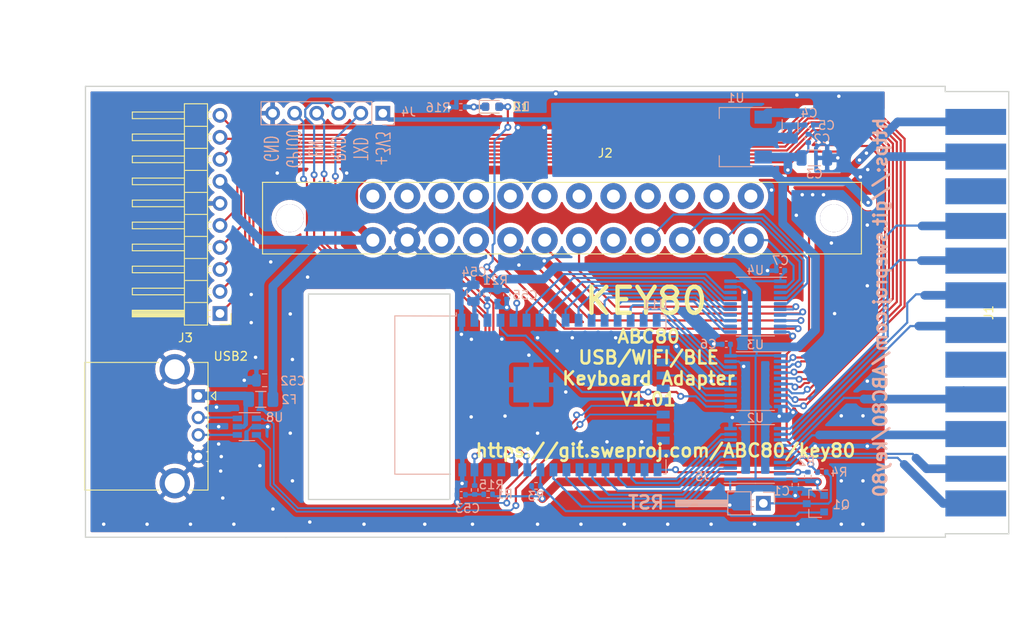
<source format=kicad_pcb>
(kicad_pcb (version 20171130) (host pcbnew 5.1.10-88a1d61d58~90~ubuntu20.04.1)

  (general
    (thickness 1.6)
    (drawings 19)
    (tracks 757)
    (zones 0)
    (modules 34)
    (nets 76)
  )

  (page A4)
  (title_block
    (title KEY80)
    (date 2021-08-11)
    (rev 1.01)
    (company sweProj.com)
  )

  (layers
    (0 F.Cu signal)
    (31 B.Cu signal)
    (32 B.Adhes user)
    (33 F.Adhes user)
    (34 B.Paste user)
    (35 F.Paste user)
    (36 B.SilkS user)
    (37 F.SilkS user)
    (38 B.Mask user)
    (39 F.Mask user)
    (40 Dwgs.User user)
    (41 Cmts.User user)
    (42 Eco1.User user)
    (43 Eco2.User user)
    (44 Edge.Cuts user)
    (45 Margin user)
    (46 B.CrtYd user)
    (47 F.CrtYd user)
    (48 B.Fab user)
    (49 F.Fab user)
  )

  (setup
    (last_trace_width 0.25)
    (trace_clearance 0.2)
    (zone_clearance 0.508)
    (zone_45_only no)
    (trace_min 0.2)
    (via_size 0.8)
    (via_drill 0.4)
    (via_min_size 0.4)
    (via_min_drill 0.3)
    (uvia_size 0.3)
    (uvia_drill 0.1)
    (uvias_allowed no)
    (uvia_min_size 0.2)
    (uvia_min_drill 0.1)
    (edge_width 0.05)
    (segment_width 0.2)
    (pcb_text_width 0.3)
    (pcb_text_size 1.5 1.5)
    (mod_edge_width 0.12)
    (mod_text_size 1 1)
    (mod_text_width 0.15)
    (pad_size 2 1.5)
    (pad_drill 0)
    (pad_to_mask_clearance 0)
    (aux_axis_origin 0 0)
    (visible_elements FFFFFF7F)
    (pcbplotparams
      (layerselection 0x010fc_ffffffff)
      (usegerberextensions false)
      (usegerberattributes true)
      (usegerberadvancedattributes true)
      (creategerberjobfile true)
      (excludeedgelayer true)
      (linewidth 0.100000)
      (plotframeref false)
      (viasonmask false)
      (mode 1)
      (useauxorigin false)
      (hpglpennumber 1)
      (hpglpenspeed 20)
      (hpglpendiameter 15.000000)
      (psnegative false)
      (psa4output false)
      (plotreference true)
      (plotvalue true)
      (plotinvisibletext false)
      (padsonsilk false)
      (subtractmaskfromsilk false)
      (outputformat 1)
      (mirror false)
      (drillshape 0)
      (scaleselection 1)
      (outputdirectory "v101"))
  )

  (net 0 "")
  (net 1 GND)
  (net 2 "Net-(C53-Pad1)")
  (net 3 +3V3)
  (net 4 "Net-(D1-Pad2)")
  (net 5 "Net-(D1-Pad1)")
  (net 6 ESP32_EN)
  (net 7 ESP32_IO0)
  (net 8 "Net-(F2-Pad2)")
  (net 9 "Net-(U8-Pad6)")
  (net 10 "Net-(U8-Pad4)")
  (net 11 /USB_D+)
  (net 12 /USB_D-)
  (net 13 +5V)
  (net 14 "Net-(J1-Pad9)")
  (net 15 "Net-(J1-Pad8)")
  (net 16 "Net-(J1-Pad7)")
  (net 17 "Net-(J1-Pad6)")
  (net 18 "Net-(J1-Pad4)")
  (net 19 "Net-(J1-Pad3)")
  (net 20 "Net-(J1-Pad2)")
  (net 21 "Net-(J1-Pad1)")
  (net 22 "Net-(J1-Pad5)")
  (net 23 "Net-(J1-Pad10)")
  (net 24 "Net-(J2-Pad1)")
  (net 25 "Net-(J2-Pad2)")
  (net 26 "Net-(J2-Pad3)")
  (net 27 "Net-(J2-Pad4)")
  (net 28 "Net-(J2-Pad5)")
  (net 29 "Net-(J2-Pad6)")
  (net 30 "Net-(J2-Pad7)")
  (net 31 "Net-(J2-Pad8)")
  (net 32 "Net-(J2-Pad9)")
  (net 33 "Net-(J2-Pad10)")
  (net 34 "Net-(U11-Pad21)")
  (net 35 "Net-(U11-Pad24)")
  (net 36 ESP32_RXD)
  (net 37 ESP32_TXD)
  (net 38 "Net-(U11-Pad35)")
  (net 39 "Net-(U11-Pad34)")
  (net 40 "Net-(U11-Pad33)")
  (net 41 "Net-(U11-Pad32)")
  (net 42 "Net-(U11-Pad31)")
  (net 43 "Net-(U11-Pad30)")
  (net 44 "Net-(U11-Pad29)")
  (net 45 "Net-(U11-Pad28)")
  (net 46 "Net-(U11-Pad25)")
  (net 47 "Net-(U11-Pad39)")
  (net 48 "Net-(U11-Pad40)")
  (net 49 "Net-(R2-Pad1)")
  (net 50 "Net-(J3-Pad10)")
  (net 51 "Net-(J3-Pad9)")
  (net 52 "Net-(J3-Pad8)")
  (net 53 "Net-(J3-Pad5)")
  (net 54 "Net-(J3-Pad4)")
  (net 55 "Net-(J3-Pad3)")
  (net 56 "Net-(J3-Pad2)")
  (net 57 "Net-(J3-Pad1)")
  (net 58 /B0)
  (net 59 /B1)
  (net 60 /B2)
  (net 61 /B3)
  (net 62 /B4)
  (net 63 /B5)
  (net 64 /B6)
  (net 65 /B7)
  (net 66 /A0)
  (net 67 /A1)
  (net 68 /A2)
  (net 69 /A3)
  (net 70 /A4)
  (net 71 /A5)
  (net 72 /A6)
  (net 73 /A7)
  (net 74 "Net-(J5-Pad1)")
  (net 75 /~RST)

  (net_class Default "This is the default net class."
    (clearance 0.2)
    (trace_width 0.25)
    (via_dia 0.8)
    (via_drill 0.4)
    (uvia_dia 0.3)
    (uvia_drill 0.1)
    (add_net +3V3)
    (add_net +5V)
    (add_net /A0)
    (add_net /A1)
    (add_net /A2)
    (add_net /A3)
    (add_net /A4)
    (add_net /A5)
    (add_net /A6)
    (add_net /A7)
    (add_net /B0)
    (add_net /B1)
    (add_net /B2)
    (add_net /B3)
    (add_net /B4)
    (add_net /B5)
    (add_net /B6)
    (add_net /B7)
    (add_net /USB_D+)
    (add_net /USB_D-)
    (add_net /~RST)
    (add_net ESP32_EN)
    (add_net ESP32_IO0)
    (add_net ESP32_RXD)
    (add_net ESP32_TXD)
    (add_net GND)
    (add_net "Net-(C53-Pad1)")
    (add_net "Net-(D1-Pad1)")
    (add_net "Net-(D1-Pad2)")
    (add_net "Net-(F2-Pad2)")
    (add_net "Net-(J1-Pad1)")
    (add_net "Net-(J1-Pad10)")
    (add_net "Net-(J1-Pad2)")
    (add_net "Net-(J1-Pad3)")
    (add_net "Net-(J1-Pad4)")
    (add_net "Net-(J1-Pad5)")
    (add_net "Net-(J1-Pad6)")
    (add_net "Net-(J1-Pad7)")
    (add_net "Net-(J1-Pad8)")
    (add_net "Net-(J1-Pad9)")
    (add_net "Net-(J2-Pad1)")
    (add_net "Net-(J2-Pad10)")
    (add_net "Net-(J2-Pad2)")
    (add_net "Net-(J2-Pad3)")
    (add_net "Net-(J2-Pad4)")
    (add_net "Net-(J2-Pad5)")
    (add_net "Net-(J2-Pad6)")
    (add_net "Net-(J2-Pad7)")
    (add_net "Net-(J2-Pad8)")
    (add_net "Net-(J2-Pad9)")
    (add_net "Net-(J3-Pad1)")
    (add_net "Net-(J3-Pad10)")
    (add_net "Net-(J3-Pad2)")
    (add_net "Net-(J3-Pad3)")
    (add_net "Net-(J3-Pad4)")
    (add_net "Net-(J3-Pad5)")
    (add_net "Net-(J3-Pad8)")
    (add_net "Net-(J3-Pad9)")
    (add_net "Net-(J5-Pad1)")
    (add_net "Net-(R2-Pad1)")
    (add_net "Net-(U11-Pad21)")
    (add_net "Net-(U11-Pad24)")
    (add_net "Net-(U11-Pad25)")
    (add_net "Net-(U11-Pad28)")
    (add_net "Net-(U11-Pad29)")
    (add_net "Net-(U11-Pad30)")
    (add_net "Net-(U11-Pad31)")
    (add_net "Net-(U11-Pad32)")
    (add_net "Net-(U11-Pad33)")
    (add_net "Net-(U11-Pad34)")
    (add_net "Net-(U11-Pad35)")
    (add_net "Net-(U11-Pad39)")
    (add_net "Net-(U11-Pad40)")
    (add_net "Net-(U8-Pad4)")
    (add_net "Net-(U8-Pad6)")
  )

  (module Capacitor_SMD:C_0402_1005Metric (layer B.Cu) (tedit 5F68FEEE) (tstamp 61156E8A)
    (at 123 83.25 180)
    (descr "Capacitor SMD 0402 (1005 Metric), square (rectangular) end terminal, IPC_7351 nominal, (Body size source: IPC-SM-782 page 76, https://www.pcb-3d.com/wordpress/wp-content/uploads/ipc-sm-782a_amendment_1_and_2.pdf), generated with kicad-footprint-generator")
    (tags capacitor)
    (path /61C24FF3)
    (attr smd)
    (fp_text reference C7 (at 0 1.16) (layer B.SilkS)
      (effects (font (size 1 1) (thickness 0.15)) (justify mirror))
    )
    (fp_text value 100nF (at 0 -1.16) (layer B.Fab)
      (effects (font (size 1 1) (thickness 0.15)) (justify mirror))
    )
    (fp_line (start 0.91 -0.46) (end -0.91 -0.46) (layer B.CrtYd) (width 0.05))
    (fp_line (start 0.91 0.46) (end 0.91 -0.46) (layer B.CrtYd) (width 0.05))
    (fp_line (start -0.91 0.46) (end 0.91 0.46) (layer B.CrtYd) (width 0.05))
    (fp_line (start -0.91 -0.46) (end -0.91 0.46) (layer B.CrtYd) (width 0.05))
    (fp_line (start -0.107836 -0.36) (end 0.107836 -0.36) (layer B.SilkS) (width 0.12))
    (fp_line (start -0.107836 0.36) (end 0.107836 0.36) (layer B.SilkS) (width 0.12))
    (fp_line (start 0.5 -0.25) (end -0.5 -0.25) (layer B.Fab) (width 0.1))
    (fp_line (start 0.5 0.25) (end 0.5 -0.25) (layer B.Fab) (width 0.1))
    (fp_line (start -0.5 0.25) (end 0.5 0.25) (layer B.Fab) (width 0.1))
    (fp_line (start -0.5 -0.25) (end -0.5 0.25) (layer B.Fab) (width 0.1))
    (fp_text user %R (at 0 0) (layer B.Fab)
      (effects (font (size 0.25 0.25) (thickness 0.04)) (justify mirror))
    )
    (pad 2 smd roundrect (at 0.48 0 180) (size 0.56 0.62) (layers B.Cu B.Paste B.Mask) (roundrect_rratio 0.25)
      (net 1 GND))
    (pad 1 smd roundrect (at -0.48 0 180) (size 0.56 0.62) (layers B.Cu B.Paste B.Mask) (roundrect_rratio 0.25)
      (net 3 +3V3))
    (model ${KISYS3DMOD}/Capacitor_SMD.3dshapes/C_0402_1005Metric.wrl
      (at (xyz 0 0 0))
      (scale (xyz 1 1 1))
      (rotate (xyz 0 0 0))
    )
  )

  (module Resistor_SMD:R_0402_1005Metric (layer B.Cu) (tedit 5F68FEEE) (tstamp 6114FDA1)
    (at 127.77 106.5)
    (descr "Resistor SMD 0402 (1005 Metric), square (rectangular) end terminal, IPC_7351 nominal, (Body size source: IPC-SM-782 page 72, https://www.pcb-3d.com/wordpress/wp-content/uploads/ipc-sm-782a_amendment_1_and_2.pdf), generated with kicad-footprint-generator")
    (tags resistor)
    (path /61B5F8C2)
    (attr smd)
    (fp_text reference R4 (at 1.98 0) (layer B.SilkS)
      (effects (font (size 1 1) (thickness 0.15)) (justify mirror))
    )
    (fp_text value 10k (at 0 -1.17) (layer B.Fab)
      (effects (font (size 1 1) (thickness 0.15)) (justify mirror))
    )
    (fp_line (start 0.93 -0.47) (end -0.93 -0.47) (layer B.CrtYd) (width 0.05))
    (fp_line (start 0.93 0.47) (end 0.93 -0.47) (layer B.CrtYd) (width 0.05))
    (fp_line (start -0.93 0.47) (end 0.93 0.47) (layer B.CrtYd) (width 0.05))
    (fp_line (start -0.93 -0.47) (end -0.93 0.47) (layer B.CrtYd) (width 0.05))
    (fp_line (start -0.153641 -0.38) (end 0.153641 -0.38) (layer B.SilkS) (width 0.12))
    (fp_line (start -0.153641 0.38) (end 0.153641 0.38) (layer B.SilkS) (width 0.12))
    (fp_line (start 0.525 -0.27) (end -0.525 -0.27) (layer B.Fab) (width 0.1))
    (fp_line (start 0.525 0.27) (end 0.525 -0.27) (layer B.Fab) (width 0.1))
    (fp_line (start -0.525 0.27) (end 0.525 0.27) (layer B.Fab) (width 0.1))
    (fp_line (start -0.525 -0.27) (end -0.525 0.27) (layer B.Fab) (width 0.1))
    (fp_text user %R (at 0 0) (layer B.Fab)
      (effects (font (size 0.26 0.26) (thickness 0.04)) (justify mirror))
    )
    (pad 2 smd roundrect (at 0.51 0) (size 0.54 0.64) (layers B.Cu B.Paste B.Mask) (roundrect_rratio 0.25)
      (net 74 "Net-(J5-Pad1)"))
    (pad 1 smd roundrect (at -0.51 0) (size 0.54 0.64) (layers B.Cu B.Paste B.Mask) (roundrect_rratio 0.25)
      (net 13 +5V))
    (model ${KISYS3DMOD}/Resistor_SMD.3dshapes/R_0402_1005Metric.wrl
      (at (xyz 0 0 0))
      (scale (xyz 1 1 1))
      (rotate (xyz 0 0 0))
    )
  )

  (module Resistor_SMD:R_0402_1005Metric (layer B.Cu) (tedit 5F68FEEE) (tstamp 6114EF53)
    (at 94.82 108.08)
    (descr "Resistor SMD 0402 (1005 Metric), square (rectangular) end terminal, IPC_7351 nominal, (Body size source: IPC-SM-782 page 72, https://www.pcb-3d.com/wordpress/wp-content/uploads/ipc-sm-782a_amendment_1_and_2.pdf), generated with kicad-footprint-generator")
    (tags resistor)
    (path /61B91B7C)
    (attr smd)
    (fp_text reference R3 (at 0 1.17) (layer B.SilkS)
      (effects (font (size 1 1) (thickness 0.15)) (justify mirror))
    )
    (fp_text value 10k (at 0 -1.17) (layer B.Fab)
      (effects (font (size 1 1) (thickness 0.15)) (justify mirror))
    )
    (fp_line (start 0.93 -0.47) (end -0.93 -0.47) (layer B.CrtYd) (width 0.05))
    (fp_line (start 0.93 0.47) (end 0.93 -0.47) (layer B.CrtYd) (width 0.05))
    (fp_line (start -0.93 0.47) (end 0.93 0.47) (layer B.CrtYd) (width 0.05))
    (fp_line (start -0.93 -0.47) (end -0.93 0.47) (layer B.CrtYd) (width 0.05))
    (fp_line (start -0.153641 -0.38) (end 0.153641 -0.38) (layer B.SilkS) (width 0.12))
    (fp_line (start -0.153641 0.38) (end 0.153641 0.38) (layer B.SilkS) (width 0.12))
    (fp_line (start 0.525 -0.27) (end -0.525 -0.27) (layer B.Fab) (width 0.1))
    (fp_line (start 0.525 0.27) (end 0.525 -0.27) (layer B.Fab) (width 0.1))
    (fp_line (start -0.525 0.27) (end 0.525 0.27) (layer B.Fab) (width 0.1))
    (fp_line (start -0.525 -0.27) (end -0.525 0.27) (layer B.Fab) (width 0.1))
    (fp_text user %R (at 0 0) (layer B.Fab)
      (effects (font (size 0.26 0.26) (thickness 0.04)) (justify mirror))
    )
    (pad 2 smd roundrect (at 0.51 0) (size 0.54 0.64) (layers B.Cu B.Paste B.Mask) (roundrect_rratio 0.25)
      (net 75 /~RST))
    (pad 1 smd roundrect (at -0.51 0) (size 0.54 0.64) (layers B.Cu B.Paste B.Mask) (roundrect_rratio 0.25)
      (net 3 +3V3))
    (model ${KISYS3DMOD}/Resistor_SMD.3dshapes/R_0402_1005Metric.wrl
      (at (xyz 0 0 0))
      (scale (xyz 1 1 1))
      (rotate (xyz 0 0 0))
    )
  )

  (module Package_TO_SOT_SMD:SOT-23 (layer B.Cu) (tedit 5A02FF57) (tstamp 6114EF02)
    (at 127.02 110.13 180)
    (descr "SOT-23, Standard")
    (tags SOT-23)
    (path /61B315FC)
    (attr smd)
    (fp_text reference Q1 (at -2.98 -0.12) (layer B.SilkS)
      (effects (font (size 1 1) (thickness 0.15)) (justify mirror))
    )
    (fp_text value BSS138 (at 0 -2.5) (layer B.Fab)
      (effects (font (size 1 1) (thickness 0.15)) (justify mirror))
    )
    (fp_line (start 0.76 -1.58) (end -0.7 -1.58) (layer B.SilkS) (width 0.12))
    (fp_line (start 0.76 1.58) (end -1.4 1.58) (layer B.SilkS) (width 0.12))
    (fp_line (start -1.7 -1.75) (end -1.7 1.75) (layer B.CrtYd) (width 0.05))
    (fp_line (start 1.7 -1.75) (end -1.7 -1.75) (layer B.CrtYd) (width 0.05))
    (fp_line (start 1.7 1.75) (end 1.7 -1.75) (layer B.CrtYd) (width 0.05))
    (fp_line (start -1.7 1.75) (end 1.7 1.75) (layer B.CrtYd) (width 0.05))
    (fp_line (start 0.76 1.58) (end 0.76 0.65) (layer B.SilkS) (width 0.12))
    (fp_line (start 0.76 -1.58) (end 0.76 -0.65) (layer B.SilkS) (width 0.12))
    (fp_line (start -0.7 -1.52) (end 0.7 -1.52) (layer B.Fab) (width 0.1))
    (fp_line (start 0.7 1.52) (end 0.7 -1.52) (layer B.Fab) (width 0.1))
    (fp_line (start -0.7 0.95) (end -0.15 1.52) (layer B.Fab) (width 0.1))
    (fp_line (start -0.15 1.52) (end 0.7 1.52) (layer B.Fab) (width 0.1))
    (fp_line (start -0.7 0.95) (end -0.7 -1.5) (layer B.Fab) (width 0.1))
    (fp_text user %R (at 0 0 -90) (layer B.Fab)
      (effects (font (size 0.5 0.5) (thickness 0.075)) (justify mirror))
    )
    (pad 3 smd rect (at 1 0 180) (size 0.9 0.8) (layers B.Cu B.Paste B.Mask)
      (net 74 "Net-(J5-Pad1)"))
    (pad 2 smd rect (at -1 -0.95 180) (size 0.9 0.8) (layers B.Cu B.Paste B.Mask)
      (net 75 /~RST))
    (pad 1 smd rect (at -1 0.95 180) (size 0.9 0.8) (layers B.Cu B.Paste B.Mask)
      (net 3 +3V3))
    (model ${KISYS3DMOD}/Package_TO_SOT_SMD.3dshapes/SOT-23.wrl
      (at (xyz 0 0 0))
      (scale (xyz 1 1 1))
      (rotate (xyz 0 0 0))
    )
  )

  (module Connector_PinHeader_2.54mm:PinHeader_1x01_P2.54mm_Horizontal (layer B.Cu) (tedit 59FED5CB) (tstamp 6114EEED)
    (at 121.02 110.09 180)
    (descr "Through hole angled pin header, 1x01, 2.54mm pitch, 6mm pin length, single row")
    (tags "Through hole angled pin header THT 1x01 2.54mm single row")
    (path /61B7122D)
    (fp_text reference J5 (at 7.02 3.09) (layer B.SilkS)
      (effects (font (size 1 1) (thickness 0.15)) (justify mirror))
    )
    (fp_text value Conn_01x01_Male (at 4.385 -2.27) (layer B.Fab)
      (effects (font (size 1 1) (thickness 0.15)) (justify mirror))
    )
    (fp_line (start 10.55 1.8) (end -1.8 1.8) (layer B.CrtYd) (width 0.05))
    (fp_line (start 10.55 -1.8) (end 10.55 1.8) (layer B.CrtYd) (width 0.05))
    (fp_line (start -1.8 -1.8) (end 10.55 -1.8) (layer B.CrtYd) (width 0.05))
    (fp_line (start -1.8 1.8) (end -1.8 -1.8) (layer B.CrtYd) (width 0.05))
    (fp_line (start -1.27 1.27) (end 0 1.27) (layer B.SilkS) (width 0.12))
    (fp_line (start -1.27 0) (end -1.27 1.27) (layer B.SilkS) (width 0.12))
    (fp_line (start 1.11 -0.38) (end 1.44 -0.38) (layer B.SilkS) (width 0.12))
    (fp_line (start 1.11 0.38) (end 1.44 0.38) (layer B.SilkS) (width 0.12))
    (fp_line (start 4.1 -0.28) (end 10.1 -0.28) (layer B.SilkS) (width 0.12))
    (fp_line (start 4.1 -0.16) (end 10.1 -0.16) (layer B.SilkS) (width 0.12))
    (fp_line (start 4.1 -0.04) (end 10.1 -0.04) (layer B.SilkS) (width 0.12))
    (fp_line (start 4.1 0.08) (end 10.1 0.08) (layer B.SilkS) (width 0.12))
    (fp_line (start 4.1 0.2) (end 10.1 0.2) (layer B.SilkS) (width 0.12))
    (fp_line (start 4.1 0.32) (end 10.1 0.32) (layer B.SilkS) (width 0.12))
    (fp_line (start 10.1 -0.38) (end 4.1 -0.38) (layer B.SilkS) (width 0.12))
    (fp_line (start 10.1 0.38) (end 10.1 -0.38) (layer B.SilkS) (width 0.12))
    (fp_line (start 4.1 0.38) (end 10.1 0.38) (layer B.SilkS) (width 0.12))
    (fp_line (start 4.1 1.33) (end 1.44 1.33) (layer B.SilkS) (width 0.12))
    (fp_line (start 4.1 -1.33) (end 4.1 1.33) (layer B.SilkS) (width 0.12))
    (fp_line (start 1.44 -1.33) (end 4.1 -1.33) (layer B.SilkS) (width 0.12))
    (fp_line (start 1.44 1.33) (end 1.44 -1.33) (layer B.SilkS) (width 0.12))
    (fp_line (start 4.04 -0.32) (end 10.04 -0.32) (layer B.Fab) (width 0.1))
    (fp_line (start 10.04 0.32) (end 10.04 -0.32) (layer B.Fab) (width 0.1))
    (fp_line (start 4.04 0.32) (end 10.04 0.32) (layer B.Fab) (width 0.1))
    (fp_line (start -0.32 -0.32) (end 1.5 -0.32) (layer B.Fab) (width 0.1))
    (fp_line (start -0.32 0.32) (end -0.32 -0.32) (layer B.Fab) (width 0.1))
    (fp_line (start -0.32 0.32) (end 1.5 0.32) (layer B.Fab) (width 0.1))
    (fp_line (start 1.5 0.635) (end 2.135 1.27) (layer B.Fab) (width 0.1))
    (fp_line (start 1.5 -1.27) (end 1.5 0.635) (layer B.Fab) (width 0.1))
    (fp_line (start 4.04 -1.27) (end 1.5 -1.27) (layer B.Fab) (width 0.1))
    (fp_line (start 4.04 1.27) (end 4.04 -1.27) (layer B.Fab) (width 0.1))
    (fp_line (start 2.135 1.27) (end 4.04 1.27) (layer B.Fab) (width 0.1))
    (fp_text user %R (at 2.77 0 -90) (layer B.Fab)
      (effects (font (size 1 1) (thickness 0.15)) (justify mirror))
    )
    (pad 1 thru_hole rect (at 0 0 180) (size 1.7 1.7) (drill 1) (layers *.Cu *.Mask)
      (net 74 "Net-(J5-Pad1)"))
    (model ${KISYS3DMOD}/Connector_PinHeader_2.54mm.3dshapes/PinHeader_1x01_P2.54mm_Horizontal.wrl
      (at (xyz 0 0 0))
      (scale (xyz 1 1 1))
      (rotate (xyz 0 0 0))
    )
  )

  (module key80:Fuse_1206_3216Metric (layer B.Cu) (tedit 6112C947) (tstamp 61111444)
    (at 63.1 98.1 180)
    (descr "Fuse SMD 1206 (3216 Metric), square (rectangular) end terminal, IPC_7351 nominal, (Body size source: http://www.tortai-tech.com/upload/download/2011102023233369053.pdf), generated with kicad-footprint-generator")
    (tags resistor)
    (path /610EE853)
    (attr smd)
    (fp_text reference F2 (at -3.275 -0.025) (layer B.SilkS)
      (effects (font (size 1 1) (thickness 0.15)) (justify mirror))
    )
    (fp_text value "Polyfuse 0.5A" (at 0 -1.82) (layer B.Fab)
      (effects (font (size 1 1) (thickness 0.15)) (justify mirror))
    )
    (fp_line (start -1.6 -0.8) (end -1.6 0.8) (layer B.Fab) (width 0.1))
    (fp_line (start -1.6 0.8) (end 1.6 0.8) (layer B.Fab) (width 0.1))
    (fp_line (start 1.6 0.8) (end 1.6 -0.8) (layer B.Fab) (width 0.1))
    (fp_line (start 1.6 -0.8) (end -1.6 -0.8) (layer B.Fab) (width 0.1))
    (fp_line (start -0.602064 0.91) (end 0.602064 0.91) (layer B.SilkS) (width 0.12))
    (fp_line (start -0.602064 -0.91) (end 0.602064 -0.91) (layer B.SilkS) (width 0.12))
    (fp_line (start -2.28 -1.12) (end -2.28 1.12) (layer B.CrtYd) (width 0.05))
    (fp_line (start -2.28 1.12) (end 2.28 1.12) (layer B.CrtYd) (width 0.05))
    (fp_line (start 2.28 1.12) (end 2.28 -1.12) (layer B.CrtYd) (width 0.05))
    (fp_line (start 2.28 -1.12) (end -2.28 -1.12) (layer B.CrtYd) (width 0.05))
    (fp_text user %R (at 0 0) (layer B.Fab)
      (effects (font (size 0.8 0.8) (thickness 0.12)) (justify mirror))
    )
    (pad 2 smd roundrect (at 1.4 0 180) (size 1.25 1.75) (layers B.Cu B.Paste B.Mask) (roundrect_rratio 0.2)
      (net 8 "Net-(F2-Pad2)"))
    (pad 1 smd roundrect (at -1.4 0 180) (size 1.25 1.75) (layers B.Cu B.Paste B.Mask) (roundrect_rratio 0.2)
      (net 13 +5V))
    (model 3d_models/SMD_Polyfuse_1206.stp
      (at (xyz 0 0 0))
      (scale (xyz 1 1 1))
      (rotate (xyz 0 0 0))
    )
  )

  (module key80:EBM12DRXH (layer F.Cu) (tedit 6112CC14) (tstamp 61112495)
    (at 97.8 77.2)
    (descr "PCB EDGE CONNECTOR")
    (path /611BF5E1)
    (fp_text reference J2 (at 5 -7.5) (layer F.SilkS)
      (effects (font (size 1 1) (thickness 0.15)))
    )
    (fp_text value Conn_01x12_Male (at -9 -9) (layer F.Fab)
      (effects (font (size 1 1) (thickness 0.15)))
    )
    (fp_line (start -34.4932 -4.1402) (end -34.4932 4.1198) (layer F.SilkS) (width 0.12))
    (fp_line (start 34.52 -4.13) (end 34.52 4.13) (layer F.SilkS) (width 0.12))
    (fp_line (start -34.52 4.13) (end 34.52 4.13) (layer F.SilkS) (width 0.12))
    (fp_line (start -34.52 -4.13) (end 34.52 -4.13) (layer F.SilkS) (width 0.12))
    (pad "" thru_hole circle (at 31.355 0 180) (size 3.2 3.2) (drill 3.2) (layers *.Cu *.Mask))
    (pad "" thru_hole circle (at -31.355 0 180) (size 3.2 3.2) (drill 3.2) (layers *.Cu *.Mask))
    (pad 24 thru_hole circle (at -21.78 -2.54) (size 3 3) (drill 1.5) (layers *.Cu *.Mask))
    (pad 23 thru_hole circle (at -17.82 -2.54) (size 3 3) (drill 1.5) (layers *.Cu *.Mask))
    (pad 22 thru_hole circle (at -13.86 -2.54) (size 3 3) (drill 1.5) (layers *.Cu *.Mask))
    (pad 21 thru_hole circle (at -9.9 -2.54) (size 3 3) (drill 1.5) (layers *.Cu *.Mask))
    (pad 20 thru_hole circle (at -5.94 -2.54) (size 3 3) (drill 1.5) (layers *.Cu *.Mask))
    (pad 19 thru_hole circle (at -1.98 -2.54) (size 3 3) (drill 1.5) (layers *.Cu *.Mask))
    (pad 18 thru_hole circle (at 1.98 -2.54) (size 3 3) (drill 1.5) (layers *.Cu *.Mask))
    (pad 17 thru_hole circle (at 5.94 -2.54) (size 3 3) (drill 1.5) (layers *.Cu *.Mask))
    (pad 16 thru_hole circle (at 9.9 -2.54) (size 3 3) (drill 1.5) (layers *.Cu *.Mask))
    (pad 15 thru_hole circle (at 13.86 -2.54) (size 3 3) (drill 1.5) (layers *.Cu *.Mask))
    (pad 14 thru_hole circle (at 17.82 -2.54) (size 3 3) (drill 1.5) (layers *.Cu *.Mask))
    (pad 13 thru_hole circle (at 21.78 -2.54) (size 3 3) (drill 1.5) (layers *.Cu *.Mask))
    (pad 12 thru_hole circle (at -21.78 2.54) (size 3 3) (drill 1.5) (layers *.Cu *.Mask)
      (net 13 +5V))
    (pad 11 thru_hole circle (at -17.82 2.54) (size 3 3) (drill 1.5) (layers *.Cu *.Mask)
      (net 1 GND))
    (pad 10 thru_hole circle (at -13.86 2.54) (size 3 3) (drill 1.5) (layers *.Cu *.Mask)
      (net 33 "Net-(J2-Pad10)"))
    (pad 9 thru_hole circle (at -9.9 2.54) (size 3 3) (drill 1.5) (layers *.Cu *.Mask)
      (net 32 "Net-(J2-Pad9)"))
    (pad 8 thru_hole circle (at -5.94 2.54) (size 3 3) (drill 1.5) (layers *.Cu *.Mask)
      (net 31 "Net-(J2-Pad8)"))
    (pad 7 thru_hole circle (at -1.98 2.54) (size 3 3) (drill 1.5) (layers *.Cu *.Mask)
      (net 30 "Net-(J2-Pad7)"))
    (pad 6 thru_hole circle (at 1.98 2.54) (size 3 3) (drill 1.5) (layers *.Cu *.Mask)
      (net 29 "Net-(J2-Pad6)"))
    (pad 5 thru_hole circle (at 5.94 2.54) (size 3 3) (drill 1.5) (layers *.Cu *.Mask)
      (net 28 "Net-(J2-Pad5)"))
    (pad 4 thru_hole circle (at 9.9 2.54) (size 3 3) (drill 1.5) (layers *.Cu *.Mask)
      (net 27 "Net-(J2-Pad4)"))
    (pad 3 thru_hole circle (at 13.86 2.54) (size 3 3) (drill 1.5) (layers *.Cu *.Mask)
      (net 26 "Net-(J2-Pad3)"))
    (pad 2 thru_hole circle (at 17.82 2.54) (size 3 3) (drill 1.5) (layers *.Cu *.Mask)
      (net 25 "Net-(J2-Pad2)"))
    (pad 1 thru_hole circle (at 21.78 2.54) (size 3 3) (drill 1.5) (layers *.Cu *.Mask)
      (net 24 "Net-(J2-Pad1)"))
    (model 3d_models/357-024-400-202-EDAC_Card_Edge_Connector.STEP
      (offset (xyz 35.3 4.4 0))
      (scale (xyz 1 1 1))
      (rotate (xyz 90 180 0))
    )
  )

  (module key80:USB_A_CONNFLY_DS1095-WNR0 (layer F.Cu) (tedit 6112C909) (tstamp 61111351)
    (at 55.9 97.7 270)
    (descr http://www.connfly.com/userfiles/image/UpLoadFile/File/2013/5/6/DS1095.pdf)
    (tags "USB-A receptacle horizontal through-hole")
    (path /610EE858)
    (fp_text reference USB2 (at -4.57 -3.75 180) (layer F.SilkS)
      (effects (font (size 1 1) (thickness 0.15)))
    )
    (fp_text value CONNFLY_DS1095 (at 3.5 7 90) (layer F.Fab)
      (effects (font (size 1 1) (thickness 0.15)))
    )
    (fp_line (start -3.75 -0.13) (end -3.75 12.99) (layer F.Fab) (width 0.1))
    (fp_line (start 10.75 -1.01) (end 10.75 12.99) (layer F.Fab) (width 0.1))
    (fp_line (start -2.87 -1.01) (end 10.75 -1.01) (layer F.Fab) (width 0.1))
    (fp_line (start -3.75 12.99) (end 10.75 12.99) (layer F.Fab) (width 0.1))
    (fp_line (start -2.87 -1.01) (end -3.75 -0.13) (layer F.Fab) (width 0.1))
    (fp_line (start -5.32 -1.51) (end -5.32 13.49) (layer F.CrtYd) (width 0.05))
    (fp_line (start 12.32 13.49) (end -5.32 13.49) (layer F.CrtYd) (width 0.05))
    (fp_line (start 12.32 -1.51) (end 12.32 13.49) (layer F.CrtYd) (width 0.05))
    (fp_line (start -5.32 -1.51) (end 12.32 -1.51) (layer F.CrtYd) (width 0.05))
    (fp_line (start -3.86 4.56) (end -3.86 13.1) (layer F.SilkS) (width 0.12))
    (fp_line (start -3.86 13.1) (end 10.86 13.1) (layer F.SilkS) (width 0.12))
    (fp_line (start 10.86 4.56) (end 10.86 13.1) (layer F.SilkS) (width 0.12))
    (fp_line (start -3.86 -1.12) (end 10.86 -1.12) (layer F.SilkS) (width 0.12))
    (fp_line (start -3.86 -1.12) (end -3.86 0.86) (layer F.SilkS) (width 0.12))
    (fp_line (start 10.86 0.86) (end 10.86 -1.12) (layer F.SilkS) (width 0.12))
    (fp_line (start -0.5 -2) (end 0 -1.5) (layer F.SilkS) (width 0.12))
    (fp_line (start 0 -1.5) (end 0.5 -2) (layer F.SilkS) (width 0.12))
    (fp_line (start 0.5 -2) (end -0.5 -2) (layer F.SilkS) (width 0.12))
    (fp_text user %R (at 3.5 5 90) (layer F.Fab)
      (effects (font (size 1 1) (thickness 0.15)))
    )
    (pad 4 thru_hole circle (at 7 0 270) (size 1.524 1.524) (drill 0.92) (layers *.Cu *.Mask)
      (net 1 GND))
    (pad 3 thru_hole circle (at 4.5 0 270) (size 1.524 1.524) (drill 0.92) (layers *.Cu *.Mask)
      (net 10 "Net-(U8-Pad4)"))
    (pad 2 thru_hole circle (at 2.5 0 270) (size 1.524 1.524) (drill 0.92) (layers *.Cu *.Mask)
      (net 9 "Net-(U8-Pad6)"))
    (pad 1 thru_hole rect (at 0 0 270) (size 1.524 1.524) (drill 0.92) (layers *.Cu *.Mask)
      (net 8 "Net-(F2-Pad2)"))
    (pad 5 thru_hole circle (at -3.07 2.71 270) (size 3.5 3.5) (drill 2.3) (layers *.Cu *.Mask)
      (net 1 GND))
    (pad 5 thru_hole circle (at 10.07 2.71 270) (size 3.5 3.5) (drill 2.3) (layers *.Cu *.Mask)
      (net 1 GND))
    (model ${KISYS3DMOD}/Connector_USB.3dshapes/USB_A_CONNFLY_DS1095-WNR0.wrl
      (at (xyz 0 0 0))
      (scale (xyz 1 1 1))
      (rotate (xyz 0 0 0))
    )
    (model 3d_models/Connector_USB-A.STEP
      (offset (xyz 3.5 -5.75 4))
      (scale (xyz 1 1 1))
      (rotate (xyz 90 180 180))
    )
  )

  (module key80:ESP32-S2-WROVER (layer B.Cu) (tedit 6112C610) (tstamp 61111213)
    (at 98 97.6 270)
    (descr "ESP32-S2-WROVER(-I) 2.4 GHz Wi-Fi https://www.espressif.com/sites/default/files/documentation/esp32-s2-wroom_esp32-s2-wroom-i_datasheet_en.pdf")
    (tags "ESP32-S2  ESP32  WIFI")
    (path /610EDBDA)
    (attr smd)
    (fp_text reference U11 (at -10.41 -10.53 180) (layer B.SilkS)
      (effects (font (size 1 1) (thickness 0.15)) (justify mirror))
    )
    (fp_text value ESP32-S2-WROVER-I (at 0.04 -13.145 270) (layer B.Fab)
      (effects (font (size 1 1) (thickness 0.15)) (justify mirror))
    )
    (fp_line (start 9 13.023) (end -9 13.023) (layer B.Fab) (width 0.1))
    (fp_line (start 9 19.32) (end 9 -11.68) (layer B.Fab) (width 0.1))
    (fp_line (start -9 19.323) (end 9 19.323) (layer B.Fab) (width 0.1))
    (fp_line (start -9 19.32) (end -9 13.02) (layer B.Fab) (width 0.1))
    (fp_line (start -9 -11.68) (end 9 -11.68) (layer B.Fab) (width 0.1))
    (fp_line (start -9.12 -11.8) (end -7.46 -11.8) (layer B.SilkS) (width 0.12))
    (fp_line (start -9.12 -11.44) (end -9.12 -11.8) (layer B.SilkS) (width 0.12))
    (fp_line (start 9.12 -11.8) (end 7.46 -11.8) (layer B.SilkS) (width 0.12))
    (fp_line (start 9.12 -11.54) (end 9.12 -11.8) (layer B.SilkS) (width 0.12))
    (fp_line (start -9.125 19.45) (end 9.13 19.45) (layer B.SilkS) (width 0.12))
    (fp_line (start -9.11 12.37) (end -9.125 19.45) (layer B.SilkS) (width 0.12))
    (fp_line (start 9.13 13.03) (end 9.13 19.45) (layer B.SilkS) (width 0.12))
    (fp_line (start -9.63 12.77) (end -9.63 -12.47) (layer B.CrtYd) (width 0.05))
    (fp_line (start 9.63 -12.47) (end 9.63 12.77) (layer B.CrtYd) (width 0.05))
    (fp_line (start -9.63 -12.47) (end 9.63 -12.47) (layer B.CrtYd) (width 0.05))
    (fp_line (start -9.11 12.37) (end -9.5 12.37) (layer B.SilkS) (width 0.12))
    (fp_line (start -24 13.023) (end 24 13.023) (layer Dwgs.User) (width 0.12))
    (fp_line (start -24 34.323) (end 24 34.323) (layer Dwgs.User) (width 0.12))
    (fp_line (start 24 34.323) (end 24 13.023) (layer Dwgs.User) (width 0.12))
    (fp_line (start -24 34.323) (end -24 13.023) (layer Dwgs.User) (width 0.12))
    (fp_line (start 24 15.03) (end 22 13.03) (layer Dwgs.User) (width 0.12))
    (fp_line (start 24 20.04) (end 17 13.03) (layer Dwgs.User) (width 0.12))
    (fp_line (start 24 25.02) (end 12 13.03) (layer Dwgs.User) (width 0.12))
    (fp_line (start 24 30.04) (end 7.01 13.03) (layer Dwgs.User) (width 0.12))
    (fp_line (start 23.28 34.32) (end 2 13.03) (layer Dwgs.User) (width 0.12))
    (fp_line (start 18.31 34.32) (end -2.95 13.03) (layer Dwgs.User) (width 0.12))
    (fp_line (start 13.28 34.32) (end -7.99 13.03) (layer Dwgs.User) (width 0.12))
    (fp_line (start 8.26 34.32) (end -13.01 13.02) (layer Dwgs.User) (width 0.12))
    (fp_line (start 3.27 34.32) (end -18 13.03) (layer Dwgs.User) (width 0.12))
    (fp_line (start -1.73 34.32) (end -23 13.03) (layer Dwgs.User) (width 0.12))
    (fp_line (start -6.7 34.32) (end -24 17.01) (layer Dwgs.User) (width 0.12))
    (fp_line (start -11.69 34.32) (end -24 22.01) (layer Dwgs.User) (width 0.12))
    (fp_line (start -16.69 34.32) (end -24 27) (layer Dwgs.User) (width 0.12))
    (fp_line (start -21.69 34.32) (end -23.99 32.02) (layer Dwgs.User) (width 0.12))
    (fp_line (start 9.63 12.77) (end 24.25 12.77) (layer B.CrtYd) (width 0.05))
    (fp_line (start 24.25 12.77) (end 24.25 34.57) (layer B.CrtYd) (width 0.05))
    (fp_line (start 24.25 34.57) (end -24.25 34.57) (layer B.CrtYd) (width 0.05))
    (fp_line (start -24.25 34.57) (end -24.25 12.77) (layer B.CrtYd) (width 0.05))
    (fp_line (start -24.25 12.77) (end -9.63 12.77) (layer B.CrtYd) (width 0.05))
    (fp_line (start -9 12.02) (end -8.5 12.52) (layer B.Fab) (width 0.1))
    (fp_line (start -8.5 12.52) (end -9 13.02) (layer B.Fab) (width 0.1))
    (fp_line (start -9 12.02) (end -9 -11.68) (layer B.Fab) (width 0.1))
    (fp_text user ANTENNA (at 0 16.15 90) (layer Cmts.User)
      (effects (font (size 1.25 1.25) (thickness 0.15)))
    )
    (fp_text user "KEEP-OUT ZONE" (at 0 27.09 90) (layer Cmts.User)
      (effects (font (size 2 2) (thickness 0.15)))
    )
    (fp_text user %R (at 0 0 90) (layer B.Fab)
      (effects (font (size 1 1) (thickness 0.15)) (justify mirror))
    )
    (pad 1 smd rect (at -8.625 11.775 270) (size 1.5 0.9) (layers B.Cu B.Paste B.Mask)
      (net 1 GND))
    (pad 15 smd rect (at -8.625 -9.225 90) (size 1.5 0.9) (layers B.Cu B.Paste B.Mask)
      (net 59 /B1))
    (pad 16 smd rect (at -8.625 -10.725 90) (size 1.5 0.9) (layers B.Cu B.Paste B.Mask)
      (net 60 /B2))
    (pad 17 smd rect (at -6.75 -11.475 270) (size 0.9 1.5) (layers B.Cu B.Paste B.Mask)
      (net 61 /B3))
    (pad 18 smd rect (at -5.25 -11.475 270) (size 0.9 1.5) (layers B.Cu B.Paste B.Mask)
      (net 62 /B4))
    (pad 19 smd rect (at -3.75 -11.475 270) (size 0.9 1.5) (layers B.Cu B.Paste B.Mask)
      (net 63 /B5))
    (pad 20 smd rect (at -2.25 -11.475 270) (size 0.9 1.5) (layers B.Cu B.Paste B.Mask)
      (net 64 /B6))
    (pad 21 smd rect (at -0.75 -11.475 270) (size 0.9 1.5) (layers B.Cu B.Paste B.Mask)
      (net 34 "Net-(U11-Pad21)"))
    (pad 22 smd rect (at 0.75 -11.475 270) (size 0.9 1.5) (layers B.Cu B.Paste B.Mask)
      (net 12 /USB_D-))
    (pad 23 smd rect (at 2.25 -11.475 270) (size 0.9 1.5) (layers B.Cu B.Paste B.Mask)
      (net 11 /USB_D+))
    (pad 24 smd rect (at 3.75 -11.475 270) (size 0.9 1.5) (layers B.Cu B.Paste B.Mask)
      (net 35 "Net-(U11-Pad24)"))
    (pad 2 smd rect (at -8.625 10.275 270) (size 1.5 0.9) (layers B.Cu B.Paste B.Mask)
      (net 3 +3V3))
    (pad 3 smd rect (at -8.625 8.775 270) (size 1.5 0.9) (layers B.Cu B.Paste B.Mask)
      (net 7 ESP32_IO0))
    (pad 4 smd rect (at -8.625 7.275 270) (size 1.5 0.9) (layers B.Cu B.Paste B.Mask)
      (net 65 /B7))
    (pad 5 smd rect (at -8.625 5.775 270) (size 1.5 0.9) (layers B.Cu B.Paste B.Mask)
      (net 4 "Net-(D1-Pad2)"))
    (pad 6 smd rect (at -8.625 4.275 270) (size 1.5 0.9) (layers B.Cu B.Paste B.Mask)
      (net 66 /A0))
    (pad 7 smd rect (at -8.625 2.775 270) (size 1.5 0.9) (layers B.Cu B.Paste B.Mask)
      (net 67 /A1))
    (pad 8 smd rect (at -8.625 1.275 270) (size 1.5 0.9) (layers B.Cu B.Paste B.Mask)
      (net 68 /A2))
    (pad 9 smd rect (at -8.625 -0.225 270) (size 1.5 0.9) (layers B.Cu B.Paste B.Mask)
      (net 69 /A3))
    (pad 10 smd rect (at -8.625 -1.725 270) (size 1.5 0.9) (layers B.Cu B.Paste B.Mask)
      (net 70 /A4))
    (pad 11 smd rect (at -8.625 -3.225 270) (size 1.5 0.9) (layers B.Cu B.Paste B.Mask)
      (net 71 /A5))
    (pad 12 smd rect (at -8.625 -4.725 270) (size 1.5 0.9) (layers B.Cu B.Paste B.Mask)
      (net 72 /A6))
    (pad 13 smd rect (at -8.625 -6.225 270) (size 1.5 0.9) (layers B.Cu B.Paste B.Mask)
      (net 73 /A7))
    (pad 14 smd rect (at -8.625 -7.725 270) (size 1.5 0.9) (layers B.Cu B.Paste B.Mask)
      (net 58 /B0))
    (pad 38 smd rect (at 8.625 5.675 270) (size 1.5 0.9) (layers B.Cu B.Paste B.Mask)
      (net 36 ESP32_RXD))
    (pad 37 smd rect (at 8.625 4.175 270) (size 1.5 0.9) (layers B.Cu B.Paste B.Mask)
      (net 37 ESP32_TXD))
    (pad 36 smd rect (at 8.625 2.675 270) (size 1.5 0.9) (layers B.Cu B.Paste B.Mask)
      (net 75 /~RST))
    (pad 35 smd rect (at 8.625 1.175 270) (size 1.5 0.9) (layers B.Cu B.Paste B.Mask)
      (net 38 "Net-(U11-Pad35)"))
    (pad 34 smd rect (at 8.625 -0.325 270) (size 1.5 0.9) (layers B.Cu B.Paste B.Mask)
      (net 39 "Net-(U11-Pad34)"))
    (pad 33 smd rect (at 8.625 -1.825 270) (size 1.5 0.9) (layers B.Cu B.Paste B.Mask)
      (net 40 "Net-(U11-Pad33)"))
    (pad 32 smd rect (at 8.625 -3.325 270) (size 1.5 0.9) (layers B.Cu B.Paste B.Mask)
      (net 41 "Net-(U11-Pad32)"))
    (pad 31 smd rect (at 8.625 -4.825 270) (size 1.5 0.9) (layers B.Cu B.Paste B.Mask)
      (net 42 "Net-(U11-Pad31)"))
    (pad 30 smd rect (at 8.625 -6.325 270) (size 1.5 0.9) (layers B.Cu B.Paste B.Mask)
      (net 43 "Net-(U11-Pad30)"))
    (pad 29 smd rect (at 8.625 -7.825 270) (size 1.5 0.9) (layers B.Cu B.Paste B.Mask)
      (net 44 "Net-(U11-Pad29)"))
    (pad 28 smd rect (at 8.625 -9.325 270) (size 1.5 0.9) (layers B.Cu B.Paste B.Mask)
      (net 45 "Net-(U11-Pad28)"))
    (pad 27 smd rect (at 8.625 -10.825 270) (size 1.5 0.9) (layers B.Cu B.Paste B.Mask)
      (net 49 "Net-(R2-Pad1)"))
    (pad 26 smd rect (at 6.75 -11.475 270) (size 0.9 1.5) (layers B.Cu B.Paste B.Mask)
      (net 1 GND))
    (pad 25 smd rect (at 5.25 -11.475 270) (size 0.9 1.5) (layers B.Cu B.Paste B.Mask)
      (net 46 "Net-(U11-Pad25)"))
    (pad 39 smd rect (at 8.625 7.175 270) (size 1.5 0.9) (layers B.Cu B.Paste B.Mask)
      (net 47 "Net-(U11-Pad39)"))
    (pad 40 smd rect (at 8.625 8.775 270) (size 1.5 0.9) (layers B.Cu B.Paste B.Mask)
      (net 48 "Net-(U11-Pad40)"))
    (pad 41 smd rect (at 8.625 10.275 270) (size 1.5 0.9) (layers B.Cu B.Paste B.Mask)
      (net 6 ESP32_EN))
    (pad 42 smd rect (at 8.625 11.675 270) (size 1.5 0.9) (layers B.Cu B.Paste B.Mask)
      (net 1 GND))
    (pad 43 smd rect (at -1.19 3.735 270) (size 4.1 4.1) (layers B.Cu B.Paste B.Mask)
      (net 1 GND))
    (model ${KISYS3DMOD}/RF_Module.3dshapes/ESP32-S2-WROVER.wrl
      (at (xyz 0 0 0))
      (scale (xyz 1 1 1))
      (rotate (xyz 0 0 0))
    )
    (model 3d_models/ESP32-S2-WROVER.STEP
      (offset (xyz 0 3.75 0))
      (scale (xyz 1 1 1))
      (rotate (xyz 0 0 0))
    )
  )

  (module "key80:ABC80 keyboard pcb" (layer F.Cu) (tedit 6112B56A) (tstamp 610BFDF8)
    (at 146.5 88.1 90)
    (path /61148DA8)
    (fp_text reference J1 (at 0 0.5 90) (layer F.SilkS)
      (effects (font (size 1 1) (thickness 0.15)))
    )
    (fp_text value Conn_01x12_Male (at 0 -0.5 90) (layer F.Fab)
      (effects (font (size 1 1) (thickness 0.15)))
    )
    (fp_line (start 25.5 -4.5) (end 36 -4.5) (layer Dwgs.User) (width 0.12))
    (fp_line (start -36 -4.5) (end -25.5 -4.5) (layer Dwgs.User) (width 0.12))
    (fp_line (start 36 4.5) (end 36 -4.5) (layer Dwgs.User) (width 0.12))
    (fp_line (start 25.5 4.5) (end 36 4.5) (layer Dwgs.User) (width 0.12))
    (fp_line (start 25.5 -4.5) (end 25.5 4.5) (layer Dwgs.User) (width 0.12))
    (fp_line (start -36 4.5) (end -36 -4.5) (layer Dwgs.User) (width 0.12))
    (fp_line (start -25.5 4.5) (end -36 4.5) (layer Dwgs.User) (width 0.12))
    (fp_line (start -25.5 -4.5) (end -25.5 4.5) (layer Dwgs.User) (width 0.12))
    (pad 12 connect rect (at 22 -1 90) (size 3 7) (layers B.Cu B.Mask)
      (net 13 +5V))
    (pad 11 connect rect (at 18 -1 90) (size 3 7) (layers B.Cu B.Mask)
      (net 1 GND))
    (pad 10 connect rect (at 14 -1 90) (size 3 7) (layers B.Cu B.Mask)
      (net 23 "Net-(J1-Pad10)"))
    (pad 9 connect rect (at 10 -1 90) (size 3 7) (layers B.Cu B.Mask)
      (net 14 "Net-(J1-Pad9)"))
    (pad 8 connect rect (at 6 -1 90) (size 3 7) (layers B.Cu B.Mask)
      (net 15 "Net-(J1-Pad8)"))
    (pad 7 connect rect (at 2 -1 90) (size 3 7) (layers B.Cu B.Mask)
      (net 16 "Net-(J1-Pad7)"))
    (pad 6 connect rect (at -2 -1 90) (size 3 7) (layers B.Cu B.Mask)
      (net 17 "Net-(J1-Pad6)"))
    (pad 5 connect rect (at -6 -1 90) (size 3 7) (layers B.Cu B.Mask)
      (net 22 "Net-(J1-Pad5)"))
    (pad 4 connect rect (at -10 -1 90) (size 3 7) (layers B.Cu B.Mask)
      (net 18 "Net-(J1-Pad4)"))
    (pad 3 connect rect (at -14 -1 90) (size 3 7) (layers B.Cu B.Mask)
      (net 19 "Net-(J1-Pad3)"))
    (pad 2 connect rect (at -18 -1 90) (size 3 7) (layers B.Cu B.Mask)
      (net 20 "Net-(J1-Pad2)"))
    (pad 1 connect rect (at -22 -1 90) (size 3 7) (layers B.Cu B.Mask)
      (net 21 "Net-(J1-Pad1)"))
  )

  (module LED_SMD:LED_0603_1608Metric (layer B.Cu) (tedit 5F68FEF1) (tstamp 61145D00)
    (at 89.775 64.35)
    (descr "LED SMD 0603 (1608 Metric), square (rectangular) end terminal, IPC_7351 nominal, (Body size source: http://www.tortai-tech.com/upload/download/2011102023233369053.pdf), generated with kicad-footprint-generator")
    (tags LED)
    (path /619AFAE9)
    (attr smd)
    (fp_text reference D2 (at 3.4 0) (layer B.SilkS)
      (effects (font (size 1 1) (thickness 0.15)) (justify mirror))
    )
    (fp_text value LED-Y (at 0 -1.43) (layer B.Fab)
      (effects (font (size 1 1) (thickness 0.15)) (justify mirror))
    )
    (fp_line (start 1.48 -0.73) (end -1.48 -0.73) (layer B.CrtYd) (width 0.05))
    (fp_line (start 1.48 0.73) (end 1.48 -0.73) (layer B.CrtYd) (width 0.05))
    (fp_line (start -1.48 0.73) (end 1.48 0.73) (layer B.CrtYd) (width 0.05))
    (fp_line (start -1.48 -0.73) (end -1.48 0.73) (layer B.CrtYd) (width 0.05))
    (fp_line (start -1.485 -0.735) (end 0.8 -0.735) (layer B.SilkS) (width 0.12))
    (fp_line (start -1.485 0.735) (end -1.485 -0.735) (layer B.SilkS) (width 0.12))
    (fp_line (start 0.8 0.735) (end -1.485 0.735) (layer B.SilkS) (width 0.12))
    (fp_line (start 0.8 -0.4) (end 0.8 0.4) (layer B.Fab) (width 0.1))
    (fp_line (start -0.8 -0.4) (end 0.8 -0.4) (layer B.Fab) (width 0.1))
    (fp_line (start -0.8 0.1) (end -0.8 -0.4) (layer B.Fab) (width 0.1))
    (fp_line (start -0.5 0.4) (end -0.8 0.1) (layer B.Fab) (width 0.1))
    (fp_line (start 0.8 0.4) (end -0.5 0.4) (layer B.Fab) (width 0.1))
    (fp_text user %R (at 0 0) (layer B.Fab)
      (effects (font (size 0.4 0.4) (thickness 0.06)) (justify mirror))
    )
    (pad 2 smd roundrect (at 0.7875 0) (size 0.875 0.95) (layers B.Cu B.Paste B.Mask) (roundrect_rratio 0.25)
      (net 4 "Net-(D1-Pad2)"))
    (pad 1 smd roundrect (at -0.7875 0) (size 0.875 0.95) (layers B.Cu B.Paste B.Mask) (roundrect_rratio 0.25)
      (net 5 "Net-(D1-Pad1)"))
    (model ${KISYS3DMOD}/LED_SMD.3dshapes/LED_0603_1608Metric.wrl
      (at (xyz 0 0 0))
      (scale (xyz 1 1 1))
      (rotate (xyz 0 0 0))
    )
  )

  (module Connector_PinHeader_2.54mm:PinHeader_1x06_P2.54mm_Vertical (layer B.Cu) (tedit 59FED5CC) (tstamp 6113C647)
    (at 77.165 65.1 90)
    (descr "Through hole straight pin header, 1x06, 2.54mm pitch, single row")
    (tags "Through hole pin header THT 1x06 2.54mm single row")
    (path /61851738)
    (fp_text reference J4 (at 0.15 2.96) (layer B.SilkS)
      (effects (font (size 1 1) (thickness 0.15)) (justify mirror))
    )
    (fp_text value Conn_01x06_Male (at 0 -15.03 -90) (layer B.Fab)
      (effects (font (size 1 1) (thickness 0.15)) (justify mirror))
    )
    (fp_line (start 1.8 1.8) (end -1.8 1.8) (layer B.CrtYd) (width 0.05))
    (fp_line (start 1.8 -14.5) (end 1.8 1.8) (layer B.CrtYd) (width 0.05))
    (fp_line (start -1.8 -14.5) (end 1.8 -14.5) (layer B.CrtYd) (width 0.05))
    (fp_line (start -1.8 1.8) (end -1.8 -14.5) (layer B.CrtYd) (width 0.05))
    (fp_line (start -1.33 1.33) (end 0 1.33) (layer B.SilkS) (width 0.12))
    (fp_line (start -1.33 0) (end -1.33 1.33) (layer B.SilkS) (width 0.12))
    (fp_line (start -1.33 -1.27) (end 1.33 -1.27) (layer B.SilkS) (width 0.12))
    (fp_line (start 1.33 -1.27) (end 1.33 -14.03) (layer B.SilkS) (width 0.12))
    (fp_line (start -1.33 -1.27) (end -1.33 -14.03) (layer B.SilkS) (width 0.12))
    (fp_line (start -1.33 -14.03) (end 1.33 -14.03) (layer B.SilkS) (width 0.12))
    (fp_line (start -1.27 0.635) (end -0.635 1.27) (layer B.Fab) (width 0.1))
    (fp_line (start -1.27 -13.97) (end -1.27 0.635) (layer B.Fab) (width 0.1))
    (fp_line (start 1.27 -13.97) (end -1.27 -13.97) (layer B.Fab) (width 0.1))
    (fp_line (start 1.27 1.27) (end 1.27 -13.97) (layer B.Fab) (width 0.1))
    (fp_line (start -0.635 1.27) (end 1.27 1.27) (layer B.Fab) (width 0.1))
    (fp_text user %R (at 0 -6.35) (layer B.Fab)
      (effects (font (size 1 1) (thickness 0.15)) (justify mirror))
    )
    (pad 6 thru_hole oval (at 0 -12.7 90) (size 1.7 1.7) (drill 1) (layers *.Cu *.Mask)
      (net 1 GND))
    (pad 5 thru_hole oval (at 0 -10.16 90) (size 1.7 1.7) (drill 1) (layers *.Cu *.Mask)
      (net 6 ESP32_EN))
    (pad 4 thru_hole oval (at 0 -7.62 90) (size 1.7 1.7) (drill 1) (layers *.Cu *.Mask)
      (net 7 ESP32_IO0))
    (pad 3 thru_hole oval (at 0 -5.08 90) (size 1.7 1.7) (drill 1) (layers *.Cu *.Mask)
      (net 36 ESP32_RXD))
    (pad 2 thru_hole oval (at 0 -2.54 90) (size 1.7 1.7) (drill 1) (layers *.Cu *.Mask)
      (net 37 ESP32_TXD))
    (pad 1 thru_hole rect (at 0 0 90) (size 1.7 1.7) (drill 1) (layers *.Cu *.Mask)
      (net 3 +3V3))
    (model ${KISYS3DMOD}/Connector_PinHeader_2.54mm.3dshapes/PinHeader_1x06_P2.54mm_Vertical.wrl
      (at (xyz 0 0 0))
      (scale (xyz 1 1 1))
      (rotate (xyz 0 0 0))
    )
  )

  (module Capacitor_SMD:C_0402_1005Metric (layer B.Cu) (tedit 5F68FEEE) (tstamp 6113F1C7)
    (at 116.75 91.75 180)
    (descr "Capacitor SMD 0402 (1005 Metric), square (rectangular) end terminal, IPC_7351 nominal, (Body size source: IPC-SM-782 page 76, https://www.pcb-3d.com/wordpress/wp-content/uploads/ipc-sm-782a_amendment_1_and_2.pdf), generated with kicad-footprint-generator")
    (tags capacitor)
    (path /6191B1C5)
    (attr smd)
    (fp_text reference C6 (at 2.075 0.025) (layer B.SilkS)
      (effects (font (size 1 1) (thickness 0.15)) (justify mirror))
    )
    (fp_text value 100nF (at 0 -1.16) (layer B.Fab)
      (effects (font (size 1 1) (thickness 0.15)) (justify mirror))
    )
    (fp_line (start 0.91 -0.46) (end -0.91 -0.46) (layer B.CrtYd) (width 0.05))
    (fp_line (start 0.91 0.46) (end 0.91 -0.46) (layer B.CrtYd) (width 0.05))
    (fp_line (start -0.91 0.46) (end 0.91 0.46) (layer B.CrtYd) (width 0.05))
    (fp_line (start -0.91 -0.46) (end -0.91 0.46) (layer B.CrtYd) (width 0.05))
    (fp_line (start -0.107836 -0.36) (end 0.107836 -0.36) (layer B.SilkS) (width 0.12))
    (fp_line (start -0.107836 0.36) (end 0.107836 0.36) (layer B.SilkS) (width 0.12))
    (fp_line (start 0.5 -0.25) (end -0.5 -0.25) (layer B.Fab) (width 0.1))
    (fp_line (start 0.5 0.25) (end 0.5 -0.25) (layer B.Fab) (width 0.1))
    (fp_line (start -0.5 0.25) (end 0.5 0.25) (layer B.Fab) (width 0.1))
    (fp_line (start -0.5 -0.25) (end -0.5 0.25) (layer B.Fab) (width 0.1))
    (fp_text user %R (at 0 0) (layer B.Fab)
      (effects (font (size 0.25 0.25) (thickness 0.04)) (justify mirror))
    )
    (pad 2 smd roundrect (at 0.48 0 180) (size 0.56 0.62) (layers B.Cu B.Paste B.Mask) (roundrect_rratio 0.25)
      (net 1 GND))
    (pad 1 smd roundrect (at -0.48 0 180) (size 0.56 0.62) (layers B.Cu B.Paste B.Mask) (roundrect_rratio 0.25)
      (net 3 +3V3))
    (model ${KISYS3DMOD}/Capacitor_SMD.3dshapes/C_0402_1005Metric.wrl
      (at (xyz 0 0 0))
      (scale (xyz 1 1 1))
      (rotate (xyz 0 0 0))
    )
  )

  (module Capacitor_SMD:C_0402_1005Metric (layer B.Cu) (tedit 5F68FEEE) (tstamp 611328BC)
    (at 126.3 66.45)
    (descr "Capacitor SMD 0402 (1005 Metric), square (rectangular) end terminal, IPC_7351 nominal, (Body size source: IPC-SM-782 page 76, https://www.pcb-3d.com/wordpress/wp-content/uploads/ipc-sm-782a_amendment_1_and_2.pdf), generated with kicad-footprint-generator")
    (tags capacitor)
    (path /616A7945)
    (attr smd)
    (fp_text reference C5 (at 2 0.05) (layer B.SilkS)
      (effects (font (size 1 1) (thickness 0.15)) (justify mirror))
    )
    (fp_text value 100nF (at 0 -1.16) (layer B.Fab)
      (effects (font (size 1 1) (thickness 0.15)) (justify mirror))
    )
    (fp_line (start 0.91 -0.46) (end -0.91 -0.46) (layer B.CrtYd) (width 0.05))
    (fp_line (start 0.91 0.46) (end 0.91 -0.46) (layer B.CrtYd) (width 0.05))
    (fp_line (start -0.91 0.46) (end 0.91 0.46) (layer B.CrtYd) (width 0.05))
    (fp_line (start -0.91 -0.46) (end -0.91 0.46) (layer B.CrtYd) (width 0.05))
    (fp_line (start -0.107836 -0.36) (end 0.107836 -0.36) (layer B.SilkS) (width 0.12))
    (fp_line (start -0.107836 0.36) (end 0.107836 0.36) (layer B.SilkS) (width 0.12))
    (fp_line (start 0.5 -0.25) (end -0.5 -0.25) (layer B.Fab) (width 0.1))
    (fp_line (start 0.5 0.25) (end 0.5 -0.25) (layer B.Fab) (width 0.1))
    (fp_line (start -0.5 0.25) (end 0.5 0.25) (layer B.Fab) (width 0.1))
    (fp_line (start -0.5 -0.25) (end -0.5 0.25) (layer B.Fab) (width 0.1))
    (fp_text user %R (at 0 0) (layer B.Fab)
      (effects (font (size 0.25 0.25) (thickness 0.04)) (justify mirror))
    )
    (pad 2 smd roundrect (at 0.48 0) (size 0.56 0.62) (layers B.Cu B.Paste B.Mask) (roundrect_rratio 0.25)
      (net 1 GND))
    (pad 1 smd roundrect (at -0.48 0) (size 0.56 0.62) (layers B.Cu B.Paste B.Mask) (roundrect_rratio 0.25)
      (net 3 +3V3))
    (model ${KISYS3DMOD}/Capacitor_SMD.3dshapes/C_0402_1005Metric.wrl
      (at (xyz 0 0 0))
      (scale (xyz 1 1 1))
      (rotate (xyz 0 0 0))
    )
  )

  (module Capacitor_SMD:C_1206_3216Metric (layer B.Cu) (tedit 5F68FEEE) (tstamp 611328AB)
    (at 124.1 66.55 90)
    (descr "Capacitor SMD 1206 (3216 Metric), square (rectangular) end terminal, IPC_7351 nominal, (Body size source: IPC-SM-782 page 76, https://www.pcb-3d.com/wordpress/wp-content/uploads/ipc-sm-782a_amendment_1_and_2.pdf), generated with kicad-footprint-generator")
    (tags capacitor)
    (path /616A7326)
    (attr smd)
    (fp_text reference C4 (at 1.475 2.2) (layer B.SilkS)
      (effects (font (size 1 1) (thickness 0.15)) (justify mirror))
    )
    (fp_text value 47uF (at 0 -1.85 270) (layer B.Fab)
      (effects (font (size 1 1) (thickness 0.15)) (justify mirror))
    )
    (fp_line (start 2.3 -1.15) (end -2.3 -1.15) (layer B.CrtYd) (width 0.05))
    (fp_line (start 2.3 1.15) (end 2.3 -1.15) (layer B.CrtYd) (width 0.05))
    (fp_line (start -2.3 1.15) (end 2.3 1.15) (layer B.CrtYd) (width 0.05))
    (fp_line (start -2.3 -1.15) (end -2.3 1.15) (layer B.CrtYd) (width 0.05))
    (fp_line (start -0.711252 -0.91) (end 0.711252 -0.91) (layer B.SilkS) (width 0.12))
    (fp_line (start -0.711252 0.91) (end 0.711252 0.91) (layer B.SilkS) (width 0.12))
    (fp_line (start 1.6 -0.8) (end -1.6 -0.8) (layer B.Fab) (width 0.1))
    (fp_line (start 1.6 0.8) (end 1.6 -0.8) (layer B.Fab) (width 0.1))
    (fp_line (start -1.6 0.8) (end 1.6 0.8) (layer B.Fab) (width 0.1))
    (fp_line (start -1.6 -0.8) (end -1.6 0.8) (layer B.Fab) (width 0.1))
    (fp_text user %R (at 0 0 270) (layer B.Fab)
      (effects (font (size 0.8 0.8) (thickness 0.12)) (justify mirror))
    )
    (pad 2 smd roundrect (at 1.475 0 90) (size 1.15 1.8) (layers B.Cu B.Paste B.Mask) (roundrect_rratio 0.2173904347826087)
      (net 1 GND))
    (pad 1 smd roundrect (at -1.475 0 90) (size 1.15 1.8) (layers B.Cu B.Paste B.Mask) (roundrect_rratio 0.2173904347826087)
      (net 3 +3V3))
    (model ${KISYS3DMOD}/Capacitor_SMD.3dshapes/C_1206_3216Metric.wrl
      (at (xyz 0 0 0))
      (scale (xyz 1 1 1))
      (rotate (xyz 0 0 0))
    )
  )

  (module Capacitor_SMD:C_1206_3216Metric (layer B.Cu) (tedit 5F68FEEE) (tstamp 6113289A)
    (at 126.9 70.25)
    (descr "Capacitor SMD 1206 (3216 Metric), square (rectangular) end terminal, IPC_7351 nominal, (Body size source: IPC-SM-782 page 76, https://www.pcb-3d.com/wordpress/wp-content/uploads/ipc-sm-782a_amendment_1_and_2.pdf), generated with kicad-footprint-generator")
    (tags capacitor)
    (path /616A6387)
    (attr smd)
    (fp_text reference C3 (at 0 1.85) (layer B.SilkS)
      (effects (font (size 1 1) (thickness 0.15)) (justify mirror))
    )
    (fp_text value 47uF (at 0 -1.85) (layer B.Fab)
      (effects (font (size 1 1) (thickness 0.15)) (justify mirror))
    )
    (fp_line (start 2.3 -1.15) (end -2.3 -1.15) (layer B.CrtYd) (width 0.05))
    (fp_line (start 2.3 1.15) (end 2.3 -1.15) (layer B.CrtYd) (width 0.05))
    (fp_line (start -2.3 1.15) (end 2.3 1.15) (layer B.CrtYd) (width 0.05))
    (fp_line (start -2.3 -1.15) (end -2.3 1.15) (layer B.CrtYd) (width 0.05))
    (fp_line (start -0.711252 -0.91) (end 0.711252 -0.91) (layer B.SilkS) (width 0.12))
    (fp_line (start -0.711252 0.91) (end 0.711252 0.91) (layer B.SilkS) (width 0.12))
    (fp_line (start 1.6 -0.8) (end -1.6 -0.8) (layer B.Fab) (width 0.1))
    (fp_line (start 1.6 0.8) (end 1.6 -0.8) (layer B.Fab) (width 0.1))
    (fp_line (start -1.6 0.8) (end 1.6 0.8) (layer B.Fab) (width 0.1))
    (fp_line (start -1.6 -0.8) (end -1.6 0.8) (layer B.Fab) (width 0.1))
    (fp_text user %R (at 0 0) (layer B.Fab)
      (effects (font (size 0.8 0.8) (thickness 0.12)) (justify mirror))
    )
    (pad 2 smd roundrect (at 1.475 0) (size 1.15 1.8) (layers B.Cu B.Paste B.Mask) (roundrect_rratio 0.2173904347826087)
      (net 1 GND))
    (pad 1 smd roundrect (at -1.475 0) (size 1.15 1.8) (layers B.Cu B.Paste B.Mask) (roundrect_rratio 0.2173904347826087)
      (net 13 +5V))
    (model ${KISYS3DMOD}/Capacitor_SMD.3dshapes/C_1206_3216Metric.wrl
      (at (xyz 0 0 0))
      (scale (xyz 1 1 1))
      (rotate (xyz 0 0 0))
    )
  )

  (module Capacitor_SMD:C_0402_1005Metric (layer B.Cu) (tedit 5F68FEEE) (tstamp 61132889)
    (at 126.2 68 90)
    (descr "Capacitor SMD 0402 (1005 Metric), square (rectangular) end terminal, IPC_7351 nominal, (Body size source: IPC-SM-782 page 76, https://www.pcb-3d.com/wordpress/wp-content/uploads/ipc-sm-782a_amendment_1_and_2.pdf), generated with kicad-footprint-generator")
    (tags capacitor)
    (path /616A8022)
    (attr smd)
    (fp_text reference C2 (at -0.05 1.575) (layer B.SilkS)
      (effects (font (size 1 1) (thickness 0.15)) (justify mirror))
    )
    (fp_text value 100nF (at 0 -1.16 270) (layer B.Fab)
      (effects (font (size 1 1) (thickness 0.15)) (justify mirror))
    )
    (fp_line (start 0.91 -0.46) (end -0.91 -0.46) (layer B.CrtYd) (width 0.05))
    (fp_line (start 0.91 0.46) (end 0.91 -0.46) (layer B.CrtYd) (width 0.05))
    (fp_line (start -0.91 0.46) (end 0.91 0.46) (layer B.CrtYd) (width 0.05))
    (fp_line (start -0.91 -0.46) (end -0.91 0.46) (layer B.CrtYd) (width 0.05))
    (fp_line (start -0.107836 -0.36) (end 0.107836 -0.36) (layer B.SilkS) (width 0.12))
    (fp_line (start -0.107836 0.36) (end 0.107836 0.36) (layer B.SilkS) (width 0.12))
    (fp_line (start 0.5 -0.25) (end -0.5 -0.25) (layer B.Fab) (width 0.1))
    (fp_line (start 0.5 0.25) (end 0.5 -0.25) (layer B.Fab) (width 0.1))
    (fp_line (start -0.5 0.25) (end 0.5 0.25) (layer B.Fab) (width 0.1))
    (fp_line (start -0.5 -0.25) (end -0.5 0.25) (layer B.Fab) (width 0.1))
    (fp_text user %R (at 0 0 270) (layer B.Fab)
      (effects (font (size 0.25 0.25) (thickness 0.04)) (justify mirror))
    )
    (pad 2 smd roundrect (at 0.48 0 90) (size 0.56 0.62) (layers B.Cu B.Paste B.Mask) (roundrect_rratio 0.25)
      (net 1 GND))
    (pad 1 smd roundrect (at -0.48 0 90) (size 0.56 0.62) (layers B.Cu B.Paste B.Mask) (roundrect_rratio 0.25)
      (net 13 +5V))
    (model ${KISYS3DMOD}/Capacitor_SMD.3dshapes/C_0402_1005Metric.wrl
      (at (xyz 0 0 0))
      (scale (xyz 1 1 1))
      (rotate (xyz 0 0 0))
    )
  )

  (module Capacitor_SMD:C_0402_1005Metric (layer B.Cu) (tedit 5F68FEEE) (tstamp 611114A4)
    (at 86.2 109.1 180)
    (descr "Capacitor SMD 0402 (1005 Metric), square (rectangular) end terminal, IPC_7351 nominal, (Body size source: IPC-SM-782 page 76, https://www.pcb-3d.com/wordpress/wp-content/uploads/ipc-sm-782a_amendment_1_and_2.pdf), generated with kicad-footprint-generator")
    (tags capacitor)
    (path /6112E6F3)
    (attr smd)
    (fp_text reference C53 (at -0.725 -1.575) (layer B.SilkS)
      (effects (font (size 1 1) (thickness 0.15)) (justify mirror))
    )
    (fp_text value 100nF (at 0 -1.16) (layer B.Fab)
      (effects (font (size 1 1) (thickness 0.15)) (justify mirror))
    )
    (fp_line (start 0.91 -0.46) (end -0.91 -0.46) (layer B.CrtYd) (width 0.05))
    (fp_line (start 0.91 0.46) (end 0.91 -0.46) (layer B.CrtYd) (width 0.05))
    (fp_line (start -0.91 0.46) (end 0.91 0.46) (layer B.CrtYd) (width 0.05))
    (fp_line (start -0.91 -0.46) (end -0.91 0.46) (layer B.CrtYd) (width 0.05))
    (fp_line (start -0.107836 -0.36) (end 0.107836 -0.36) (layer B.SilkS) (width 0.12))
    (fp_line (start -0.107836 0.36) (end 0.107836 0.36) (layer B.SilkS) (width 0.12))
    (fp_line (start 0.5 -0.25) (end -0.5 -0.25) (layer B.Fab) (width 0.1))
    (fp_line (start 0.5 0.25) (end 0.5 -0.25) (layer B.Fab) (width 0.1))
    (fp_line (start -0.5 0.25) (end 0.5 0.25) (layer B.Fab) (width 0.1))
    (fp_line (start -0.5 -0.25) (end -0.5 0.25) (layer B.Fab) (width 0.1))
    (fp_text user %R (at 0 0) (layer B.Fab)
      (effects (font (size 0.25 0.25) (thickness 0.04)) (justify mirror))
    )
    (pad 2 smd roundrect (at 0.48 0 180) (size 0.56 0.62) (layers B.Cu B.Paste B.Mask) (roundrect_rratio 0.25)
      (net 1 GND))
    (pad 1 smd roundrect (at -0.48 0 180) (size 0.56 0.62) (layers B.Cu B.Paste B.Mask) (roundrect_rratio 0.25)
      (net 2 "Net-(C53-Pad1)"))
    (model ${KISYS3DMOD}/Capacitor_SMD.3dshapes/C_0402_1005Metric.wrl
      (at (xyz 0 0 0))
      (scale (xyz 1 1 1))
      (rotate (xyz 0 0 0))
    )
  )

  (module Capacitor_SMD:C_0402_1005Metric (layer B.Cu) (tedit 5F68FEEE) (tstamp 611177C3)
    (at 124.7 107.9 270)
    (descr "Capacitor SMD 0402 (1005 Metric), square (rectangular) end terminal, IPC_7351 nominal, (Body size source: IPC-SM-782 page 76, https://www.pcb-3d.com/wordpress/wp-content/uploads/ipc-sm-782a_amendment_1_and_2.pdf), generated with kicad-footprint-generator")
    (tags capacitor)
    (path /615010E9)
    (attr smd)
    (fp_text reference C1 (at 0.775 1.575) (layer B.SilkS)
      (effects (font (size 1 1) (thickness 0.15)) (justify mirror))
    )
    (fp_text value 100nF (at 0 -1.16 270) (layer B.Fab)
      (effects (font (size 1 1) (thickness 0.15)) (justify mirror))
    )
    (fp_line (start 0.91 -0.46) (end -0.91 -0.46) (layer B.CrtYd) (width 0.05))
    (fp_line (start 0.91 0.46) (end 0.91 -0.46) (layer B.CrtYd) (width 0.05))
    (fp_line (start -0.91 0.46) (end 0.91 0.46) (layer B.CrtYd) (width 0.05))
    (fp_line (start -0.91 -0.46) (end -0.91 0.46) (layer B.CrtYd) (width 0.05))
    (fp_line (start -0.107836 -0.36) (end 0.107836 -0.36) (layer B.SilkS) (width 0.12))
    (fp_line (start -0.107836 0.36) (end 0.107836 0.36) (layer B.SilkS) (width 0.12))
    (fp_line (start 0.5 -0.25) (end -0.5 -0.25) (layer B.Fab) (width 0.1))
    (fp_line (start 0.5 0.25) (end 0.5 -0.25) (layer B.Fab) (width 0.1))
    (fp_line (start -0.5 0.25) (end 0.5 0.25) (layer B.Fab) (width 0.1))
    (fp_line (start -0.5 -0.25) (end -0.5 0.25) (layer B.Fab) (width 0.1))
    (fp_text user %R (at 0 0 270) (layer B.Fab)
      (effects (font (size 0.25 0.25) (thickness 0.04)) (justify mirror))
    )
    (pad 2 smd roundrect (at 0.48 0 270) (size 0.56 0.62) (layers B.Cu B.Paste B.Mask) (roundrect_rratio 0.25)
      (net 1 GND))
    (pad 1 smd roundrect (at -0.48 0 270) (size 0.56 0.62) (layers B.Cu B.Paste B.Mask) (roundrect_rratio 0.25)
      (net 3 +3V3))
    (model ${KISYS3DMOD}/Capacitor_SMD.3dshapes/C_0402_1005Metric.wrl
      (at (xyz 0 0 0))
      (scale (xyz 1 1 1))
      (rotate (xyz 0 0 0))
    )
  )

  (module Connector_PinHeader_2.54mm:PinHeader_1x10_P2.54mm_Horizontal (layer F.Cu) (tedit 59FED5CB) (tstamp 61116608)
    (at 58.4 88.2 180)
    (descr "Through hole angled pin header, 1x10, 2.54mm pitch, 6mm pin length, single row")
    (tags "Through hole angled pin header THT 1x10 2.54mm single row")
    (path /61480843)
    (fp_text reference J3 (at 3.975 -2.8) (layer F.SilkS)
      (effects (font (size 1 1) (thickness 0.15)))
    )
    (fp_text value Conn_01x10_Male (at 4.385 25.13) (layer F.Fab)
      (effects (font (size 1 1) (thickness 0.15)))
    )
    (fp_line (start 10.55 -1.8) (end -1.8 -1.8) (layer F.CrtYd) (width 0.05))
    (fp_line (start 10.55 24.65) (end 10.55 -1.8) (layer F.CrtYd) (width 0.05))
    (fp_line (start -1.8 24.65) (end 10.55 24.65) (layer F.CrtYd) (width 0.05))
    (fp_line (start -1.8 -1.8) (end -1.8 24.65) (layer F.CrtYd) (width 0.05))
    (fp_line (start -1.27 -1.27) (end 0 -1.27) (layer F.SilkS) (width 0.12))
    (fp_line (start -1.27 0) (end -1.27 -1.27) (layer F.SilkS) (width 0.12))
    (fp_line (start 1.042929 23.24) (end 1.44 23.24) (layer F.SilkS) (width 0.12))
    (fp_line (start 1.042929 22.48) (end 1.44 22.48) (layer F.SilkS) (width 0.12))
    (fp_line (start 10.1 23.24) (end 4.1 23.24) (layer F.SilkS) (width 0.12))
    (fp_line (start 10.1 22.48) (end 10.1 23.24) (layer F.SilkS) (width 0.12))
    (fp_line (start 4.1 22.48) (end 10.1 22.48) (layer F.SilkS) (width 0.12))
    (fp_line (start 1.44 21.59) (end 4.1 21.59) (layer F.SilkS) (width 0.12))
    (fp_line (start 1.042929 20.7) (end 1.44 20.7) (layer F.SilkS) (width 0.12))
    (fp_line (start 1.042929 19.94) (end 1.44 19.94) (layer F.SilkS) (width 0.12))
    (fp_line (start 10.1 20.7) (end 4.1 20.7) (layer F.SilkS) (width 0.12))
    (fp_line (start 10.1 19.94) (end 10.1 20.7) (layer F.SilkS) (width 0.12))
    (fp_line (start 4.1 19.94) (end 10.1 19.94) (layer F.SilkS) (width 0.12))
    (fp_line (start 1.44 19.05) (end 4.1 19.05) (layer F.SilkS) (width 0.12))
    (fp_line (start 1.042929 18.16) (end 1.44 18.16) (layer F.SilkS) (width 0.12))
    (fp_line (start 1.042929 17.4) (end 1.44 17.4) (layer F.SilkS) (width 0.12))
    (fp_line (start 10.1 18.16) (end 4.1 18.16) (layer F.SilkS) (width 0.12))
    (fp_line (start 10.1 17.4) (end 10.1 18.16) (layer F.SilkS) (width 0.12))
    (fp_line (start 4.1 17.4) (end 10.1 17.4) (layer F.SilkS) (width 0.12))
    (fp_line (start 1.44 16.51) (end 4.1 16.51) (layer F.SilkS) (width 0.12))
    (fp_line (start 1.042929 15.62) (end 1.44 15.62) (layer F.SilkS) (width 0.12))
    (fp_line (start 1.042929 14.86) (end 1.44 14.86) (layer F.SilkS) (width 0.12))
    (fp_line (start 10.1 15.62) (end 4.1 15.62) (layer F.SilkS) (width 0.12))
    (fp_line (start 10.1 14.86) (end 10.1 15.62) (layer F.SilkS) (width 0.12))
    (fp_line (start 4.1 14.86) (end 10.1 14.86) (layer F.SilkS) (width 0.12))
    (fp_line (start 1.44 13.97) (end 4.1 13.97) (layer F.SilkS) (width 0.12))
    (fp_line (start 1.042929 13.08) (end 1.44 13.08) (layer F.SilkS) (width 0.12))
    (fp_line (start 1.042929 12.32) (end 1.44 12.32) (layer F.SilkS) (width 0.12))
    (fp_line (start 10.1 13.08) (end 4.1 13.08) (layer F.SilkS) (width 0.12))
    (fp_line (start 10.1 12.32) (end 10.1 13.08) (layer F.SilkS) (width 0.12))
    (fp_line (start 4.1 12.32) (end 10.1 12.32) (layer F.SilkS) (width 0.12))
    (fp_line (start 1.44 11.43) (end 4.1 11.43) (layer F.SilkS) (width 0.12))
    (fp_line (start 1.042929 10.54) (end 1.44 10.54) (layer F.SilkS) (width 0.12))
    (fp_line (start 1.042929 9.78) (end 1.44 9.78) (layer F.SilkS) (width 0.12))
    (fp_line (start 10.1 10.54) (end 4.1 10.54) (layer F.SilkS) (width 0.12))
    (fp_line (start 10.1 9.78) (end 10.1 10.54) (layer F.SilkS) (width 0.12))
    (fp_line (start 4.1 9.78) (end 10.1 9.78) (layer F.SilkS) (width 0.12))
    (fp_line (start 1.44 8.89) (end 4.1 8.89) (layer F.SilkS) (width 0.12))
    (fp_line (start 1.042929 8) (end 1.44 8) (layer F.SilkS) (width 0.12))
    (fp_line (start 1.042929 7.24) (end 1.44 7.24) (layer F.SilkS) (width 0.12))
    (fp_line (start 10.1 8) (end 4.1 8) (layer F.SilkS) (width 0.12))
    (fp_line (start 10.1 7.24) (end 10.1 8) (layer F.SilkS) (width 0.12))
    (fp_line (start 4.1 7.24) (end 10.1 7.24) (layer F.SilkS) (width 0.12))
    (fp_line (start 1.44 6.35) (end 4.1 6.35) (layer F.SilkS) (width 0.12))
    (fp_line (start 1.042929 5.46) (end 1.44 5.46) (layer F.SilkS) (width 0.12))
    (fp_line (start 1.042929 4.7) (end 1.44 4.7) (layer F.SilkS) (width 0.12))
    (fp_line (start 10.1 5.46) (end 4.1 5.46) (layer F.SilkS) (width 0.12))
    (fp_line (start 10.1 4.7) (end 10.1 5.46) (layer F.SilkS) (width 0.12))
    (fp_line (start 4.1 4.7) (end 10.1 4.7) (layer F.SilkS) (width 0.12))
    (fp_line (start 1.44 3.81) (end 4.1 3.81) (layer F.SilkS) (width 0.12))
    (fp_line (start 1.042929 2.92) (end 1.44 2.92) (layer F.SilkS) (width 0.12))
    (fp_line (start 1.042929 2.16) (end 1.44 2.16) (layer F.SilkS) (width 0.12))
    (fp_line (start 10.1 2.92) (end 4.1 2.92) (layer F.SilkS) (width 0.12))
    (fp_line (start 10.1 2.16) (end 10.1 2.92) (layer F.SilkS) (width 0.12))
    (fp_line (start 4.1 2.16) (end 10.1 2.16) (layer F.SilkS) (width 0.12))
    (fp_line (start 1.44 1.27) (end 4.1 1.27) (layer F.SilkS) (width 0.12))
    (fp_line (start 1.11 0.38) (end 1.44 0.38) (layer F.SilkS) (width 0.12))
    (fp_line (start 1.11 -0.38) (end 1.44 -0.38) (layer F.SilkS) (width 0.12))
    (fp_line (start 4.1 0.28) (end 10.1 0.28) (layer F.SilkS) (width 0.12))
    (fp_line (start 4.1 0.16) (end 10.1 0.16) (layer F.SilkS) (width 0.12))
    (fp_line (start 4.1 0.04) (end 10.1 0.04) (layer F.SilkS) (width 0.12))
    (fp_line (start 4.1 -0.08) (end 10.1 -0.08) (layer F.SilkS) (width 0.12))
    (fp_line (start 4.1 -0.2) (end 10.1 -0.2) (layer F.SilkS) (width 0.12))
    (fp_line (start 4.1 -0.32) (end 10.1 -0.32) (layer F.SilkS) (width 0.12))
    (fp_line (start 10.1 0.38) (end 4.1 0.38) (layer F.SilkS) (width 0.12))
    (fp_line (start 10.1 -0.38) (end 10.1 0.38) (layer F.SilkS) (width 0.12))
    (fp_line (start 4.1 -0.38) (end 10.1 -0.38) (layer F.SilkS) (width 0.12))
    (fp_line (start 4.1 -1.33) (end 1.44 -1.33) (layer F.SilkS) (width 0.12))
    (fp_line (start 4.1 24.19) (end 4.1 -1.33) (layer F.SilkS) (width 0.12))
    (fp_line (start 1.44 24.19) (end 4.1 24.19) (layer F.SilkS) (width 0.12))
    (fp_line (start 1.44 -1.33) (end 1.44 24.19) (layer F.SilkS) (width 0.12))
    (fp_line (start 4.04 23.18) (end 10.04 23.18) (layer F.Fab) (width 0.1))
    (fp_line (start 10.04 22.54) (end 10.04 23.18) (layer F.Fab) (width 0.1))
    (fp_line (start 4.04 22.54) (end 10.04 22.54) (layer F.Fab) (width 0.1))
    (fp_line (start -0.32 23.18) (end 1.5 23.18) (layer F.Fab) (width 0.1))
    (fp_line (start -0.32 22.54) (end -0.32 23.18) (layer F.Fab) (width 0.1))
    (fp_line (start -0.32 22.54) (end 1.5 22.54) (layer F.Fab) (width 0.1))
    (fp_line (start 4.04 20.64) (end 10.04 20.64) (layer F.Fab) (width 0.1))
    (fp_line (start 10.04 20) (end 10.04 20.64) (layer F.Fab) (width 0.1))
    (fp_line (start 4.04 20) (end 10.04 20) (layer F.Fab) (width 0.1))
    (fp_line (start -0.32 20.64) (end 1.5 20.64) (layer F.Fab) (width 0.1))
    (fp_line (start -0.32 20) (end -0.32 20.64) (layer F.Fab) (width 0.1))
    (fp_line (start -0.32 20) (end 1.5 20) (layer F.Fab) (width 0.1))
    (fp_line (start 4.04 18.1) (end 10.04 18.1) (layer F.Fab) (width 0.1))
    (fp_line (start 10.04 17.46) (end 10.04 18.1) (layer F.Fab) (width 0.1))
    (fp_line (start 4.04 17.46) (end 10.04 17.46) (layer F.Fab) (width 0.1))
    (fp_line (start -0.32 18.1) (end 1.5 18.1) (layer F.Fab) (width 0.1))
    (fp_line (start -0.32 17.46) (end -0.32 18.1) (layer F.Fab) (width 0.1))
    (fp_line (start -0.32 17.46) (end 1.5 17.46) (layer F.Fab) (width 0.1))
    (fp_line (start 4.04 15.56) (end 10.04 15.56) (layer F.Fab) (width 0.1))
    (fp_line (start 10.04 14.92) (end 10.04 15.56) (layer F.Fab) (width 0.1))
    (fp_line (start 4.04 14.92) (end 10.04 14.92) (layer F.Fab) (width 0.1))
    (fp_line (start -0.32 15.56) (end 1.5 15.56) (layer F.Fab) (width 0.1))
    (fp_line (start -0.32 14.92) (end -0.32 15.56) (layer F.Fab) (width 0.1))
    (fp_line (start -0.32 14.92) (end 1.5 14.92) (layer F.Fab) (width 0.1))
    (fp_line (start 4.04 13.02) (end 10.04 13.02) (layer F.Fab) (width 0.1))
    (fp_line (start 10.04 12.38) (end 10.04 13.02) (layer F.Fab) (width 0.1))
    (fp_line (start 4.04 12.38) (end 10.04 12.38) (layer F.Fab) (width 0.1))
    (fp_line (start -0.32 13.02) (end 1.5 13.02) (layer F.Fab) (width 0.1))
    (fp_line (start -0.32 12.38) (end -0.32 13.02) (layer F.Fab) (width 0.1))
    (fp_line (start -0.32 12.38) (end 1.5 12.38) (layer F.Fab) (width 0.1))
    (fp_line (start 4.04 10.48) (end 10.04 10.48) (layer F.Fab) (width 0.1))
    (fp_line (start 10.04 9.84) (end 10.04 10.48) (layer F.Fab) (width 0.1))
    (fp_line (start 4.04 9.84) (end 10.04 9.84) (layer F.Fab) (width 0.1))
    (fp_line (start -0.32 10.48) (end 1.5 10.48) (layer F.Fab) (width 0.1))
    (fp_line (start -0.32 9.84) (end -0.32 10.48) (layer F.Fab) (width 0.1))
    (fp_line (start -0.32 9.84) (end 1.5 9.84) (layer F.Fab) (width 0.1))
    (fp_line (start 4.04 7.94) (end 10.04 7.94) (layer F.Fab) (width 0.1))
    (fp_line (start 10.04 7.3) (end 10.04 7.94) (layer F.Fab) (width 0.1))
    (fp_line (start 4.04 7.3) (end 10.04 7.3) (layer F.Fab) (width 0.1))
    (fp_line (start -0.32 7.94) (end 1.5 7.94) (layer F.Fab) (width 0.1))
    (fp_line (start -0.32 7.3) (end -0.32 7.94) (layer F.Fab) (width 0.1))
    (fp_line (start -0.32 7.3) (end 1.5 7.3) (layer F.Fab) (width 0.1))
    (fp_line (start 4.04 5.4) (end 10.04 5.4) (layer F.Fab) (width 0.1))
    (fp_line (start 10.04 4.76) (end 10.04 5.4) (layer F.Fab) (width 0.1))
    (fp_line (start 4.04 4.76) (end 10.04 4.76) (layer F.Fab) (width 0.1))
    (fp_line (start -0.32 5.4) (end 1.5 5.4) (layer F.Fab) (width 0.1))
    (fp_line (start -0.32 4.76) (end -0.32 5.4) (layer F.Fab) (width 0.1))
    (fp_line (start -0.32 4.76) (end 1.5 4.76) (layer F.Fab) (width 0.1))
    (fp_line (start 4.04 2.86) (end 10.04 2.86) (layer F.Fab) (width 0.1))
    (fp_line (start 10.04 2.22) (end 10.04 2.86) (layer F.Fab) (width 0.1))
    (fp_line (start 4.04 2.22) (end 10.04 2.22) (layer F.Fab) (width 0.1))
    (fp_line (start -0.32 2.86) (end 1.5 2.86) (layer F.Fab) (width 0.1))
    (fp_line (start -0.32 2.22) (end -0.32 2.86) (layer F.Fab) (width 0.1))
    (fp_line (start -0.32 2.22) (end 1.5 2.22) (layer F.Fab) (width 0.1))
    (fp_line (start 4.04 0.32) (end 10.04 0.32) (layer F.Fab) (width 0.1))
    (fp_line (start 10.04 -0.32) (end 10.04 0.32) (layer F.Fab) (width 0.1))
    (fp_line (start 4.04 -0.32) (end 10.04 -0.32) (layer F.Fab) (width 0.1))
    (fp_line (start -0.32 0.32) (end 1.5 0.32) (layer F.Fab) (width 0.1))
    (fp_line (start -0.32 -0.32) (end -0.32 0.32) (layer F.Fab) (width 0.1))
    (fp_line (start -0.32 -0.32) (end 1.5 -0.32) (layer F.Fab) (width 0.1))
    (fp_line (start 1.5 -0.635) (end 2.135 -1.27) (layer F.Fab) (width 0.1))
    (fp_line (start 1.5 24.13) (end 1.5 -0.635) (layer F.Fab) (width 0.1))
    (fp_line (start 4.04 24.13) (end 1.5 24.13) (layer F.Fab) (width 0.1))
    (fp_line (start 4.04 -1.27) (end 4.04 24.13) (layer F.Fab) (width 0.1))
    (fp_line (start 2.135 -1.27) (end 4.04 -1.27) (layer F.Fab) (width 0.1))
    (fp_text user %R (at 2.77 11.43 90) (layer F.Fab)
      (effects (font (size 1 1) (thickness 0.15)))
    )
    (pad 10 thru_hole oval (at 0 22.86 180) (size 1.7 1.7) (drill 1) (layers *.Cu *.Mask)
      (net 50 "Net-(J3-Pad10)"))
    (pad 9 thru_hole oval (at 0 20.32 180) (size 1.7 1.7) (drill 1) (layers *.Cu *.Mask)
      (net 51 "Net-(J3-Pad9)"))
    (pad 8 thru_hole oval (at 0 17.78 180) (size 1.7 1.7) (drill 1) (layers *.Cu *.Mask)
      (net 52 "Net-(J3-Pad8)"))
    (pad 7 thru_hole oval (at 0 15.24 180) (size 1.7 1.7) (drill 1) (layers *.Cu *.Mask)
      (net 13 +5V))
    (pad 6 thru_hole oval (at 0 12.7 180) (size 1.7 1.7) (drill 1) (layers *.Cu *.Mask)
      (net 1 GND))
    (pad 5 thru_hole oval (at 0 10.16 180) (size 1.7 1.7) (drill 1) (layers *.Cu *.Mask)
      (net 53 "Net-(J3-Pad5)"))
    (pad 4 thru_hole oval (at 0 7.62 180) (size 1.7 1.7) (drill 1) (layers *.Cu *.Mask)
      (net 54 "Net-(J3-Pad4)"))
    (pad 3 thru_hole oval (at 0 5.08 180) (size 1.7 1.7) (drill 1) (layers *.Cu *.Mask)
      (net 55 "Net-(J3-Pad3)"))
    (pad 2 thru_hole oval (at 0 2.54 180) (size 1.7 1.7) (drill 1) (layers *.Cu *.Mask)
      (net 56 "Net-(J3-Pad2)"))
    (pad 1 thru_hole rect (at 0 0 180) (size 1.7 1.7) (drill 1) (layers *.Cu *.Mask)
      (net 57 "Net-(J3-Pad1)"))
    (model ${KISYS3DMOD}/Connector_PinHeader_2.54mm.3dshapes/PinHeader_1x10_P2.54mm_Horizontal.wrl
      (at (xyz 0 0 0))
      (scale (xyz 1 1 1))
      (rotate (xyz 0 0 0))
    )
  )

  (module Resistor_SMD:R_0402_1005Metric (layer B.Cu) (tedit 5F68FEEE) (tstamp 61114F64)
    (at 126.15 107 270)
    (descr "Resistor SMD 0402 (1005 Metric), square (rectangular) end terminal, IPC_7351 nominal, (Body size source: IPC-SM-782 page 72, https://www.pcb-3d.com/wordpress/wp-content/uploads/ipc-sm-782a_amendment_1_and_2.pdf), generated with kicad-footprint-generator")
    (tags resistor)
    (path /6128EB0C)
    (attr smd)
    (fp_text reference R2 (at -1.75 0.15) (layer B.SilkS)
      (effects (font (size 1 1) (thickness 0.15)) (justify mirror))
    )
    (fp_text value 10k (at 0 -1.17 270) (layer B.Fab)
      (effects (font (size 1 1) (thickness 0.15)) (justify mirror))
    )
    (fp_line (start 0.93 -0.47) (end -0.93 -0.47) (layer B.CrtYd) (width 0.05))
    (fp_line (start 0.93 0.47) (end 0.93 -0.47) (layer B.CrtYd) (width 0.05))
    (fp_line (start -0.93 0.47) (end 0.93 0.47) (layer B.CrtYd) (width 0.05))
    (fp_line (start -0.93 -0.47) (end -0.93 0.47) (layer B.CrtYd) (width 0.05))
    (fp_line (start -0.153641 -0.38) (end 0.153641 -0.38) (layer B.SilkS) (width 0.12))
    (fp_line (start -0.153641 0.38) (end 0.153641 0.38) (layer B.SilkS) (width 0.12))
    (fp_line (start 0.525 -0.27) (end -0.525 -0.27) (layer B.Fab) (width 0.1))
    (fp_line (start 0.525 0.27) (end 0.525 -0.27) (layer B.Fab) (width 0.1))
    (fp_line (start -0.525 0.27) (end 0.525 0.27) (layer B.Fab) (width 0.1))
    (fp_line (start -0.525 -0.27) (end -0.525 0.27) (layer B.Fab) (width 0.1))
    (fp_text user %R (at 0 0 270) (layer B.Fab)
      (effects (font (size 0.26 0.26) (thickness 0.04)) (justify mirror))
    )
    (pad 2 smd roundrect (at 0.51 0 270) (size 0.54 0.64) (layers B.Cu B.Paste B.Mask) (roundrect_rratio 0.25)
      (net 3 +3V3))
    (pad 1 smd roundrect (at -0.51 0 270) (size 0.54 0.64) (layers B.Cu B.Paste B.Mask) (roundrect_rratio 0.25)
      (net 49 "Net-(R2-Pad1)"))
    (model ${KISYS3DMOD}/Resistor_SMD.3dshapes/R_0402_1005Metric.wrl
      (at (xyz 0 0 0))
      (scale (xyz 1 1 1))
      (rotate (xyz 0 0 0))
    )
  )

  (module Package_SO:TSSOP-20_4.4x6.5mm_P0.65mm (layer B.Cu) (tedit 5E476F32) (tstamp 61128CB2)
    (at 120.1 87.4 180)
    (descr "TSSOP, 20 Pin (JEDEC MO-153 Var AC https://www.jedec.org/document_search?search_api_views_fulltext=MO-153), generated with kicad-footprint-generator ipc_gullwing_generator.py")
    (tags "TSSOP SO")
    (path /6126E1A4)
    (attr smd)
    (fp_text reference U4 (at 0 4.2) (layer B.SilkS)
      (effects (font (size 1 1) (thickness 0.15)) (justify mirror))
    )
    (fp_text value 74HCT245 (at 0 -4.2) (layer B.Fab)
      (effects (font (size 1 1) (thickness 0.15)) (justify mirror))
    )
    (fp_line (start 3.85 3.5) (end -3.85 3.5) (layer B.CrtYd) (width 0.05))
    (fp_line (start 3.85 -3.5) (end 3.85 3.5) (layer B.CrtYd) (width 0.05))
    (fp_line (start -3.85 -3.5) (end 3.85 -3.5) (layer B.CrtYd) (width 0.05))
    (fp_line (start -3.85 3.5) (end -3.85 -3.5) (layer B.CrtYd) (width 0.05))
    (fp_line (start -2.2 2.25) (end -1.2 3.25) (layer B.Fab) (width 0.1))
    (fp_line (start -2.2 -3.25) (end -2.2 2.25) (layer B.Fab) (width 0.1))
    (fp_line (start 2.2 -3.25) (end -2.2 -3.25) (layer B.Fab) (width 0.1))
    (fp_line (start 2.2 3.25) (end 2.2 -3.25) (layer B.Fab) (width 0.1))
    (fp_line (start -1.2 3.25) (end 2.2 3.25) (layer B.Fab) (width 0.1))
    (fp_line (start 0 3.385) (end -3.6 3.385) (layer B.SilkS) (width 0.12))
    (fp_line (start 0 3.385) (end 2.2 3.385) (layer B.SilkS) (width 0.12))
    (fp_line (start 0 -3.385) (end -2.2 -3.385) (layer B.SilkS) (width 0.12))
    (fp_line (start 0 -3.385) (end 2.2 -3.385) (layer B.SilkS) (width 0.12))
    (fp_text user %R (at 0 0) (layer B.Fab)
      (effects (font (size 1 1) (thickness 0.15)) (justify mirror))
    )
    (pad 20 smd roundrect (at 2.8625 2.925 180) (size 1.475 0.4) (layers B.Cu B.Paste B.Mask) (roundrect_rratio 0.25)
      (net 3 +3V3))
    (pad 19 smd roundrect (at 2.8625 2.275 180) (size 1.475 0.4) (layers B.Cu B.Paste B.Mask) (roundrect_rratio 0.25)
      (net 1 GND))
    (pad 18 smd roundrect (at 2.8625 1.625 180) (size 1.475 0.4) (layers B.Cu B.Paste B.Mask) (roundrect_rratio 0.25)
      (net 66 /A0))
    (pad 17 smd roundrect (at 2.8625 0.975 180) (size 1.475 0.4) (layers B.Cu B.Paste B.Mask) (roundrect_rratio 0.25)
      (net 67 /A1))
    (pad 16 smd roundrect (at 2.8625 0.325 180) (size 1.475 0.4) (layers B.Cu B.Paste B.Mask) (roundrect_rratio 0.25)
      (net 68 /A2))
    (pad 15 smd roundrect (at 2.8625 -0.325 180) (size 1.475 0.4) (layers B.Cu B.Paste B.Mask) (roundrect_rratio 0.25)
      (net 69 /A3))
    (pad 14 smd roundrect (at 2.8625 -0.975 180) (size 1.475 0.4) (layers B.Cu B.Paste B.Mask) (roundrect_rratio 0.25)
      (net 70 /A4))
    (pad 13 smd roundrect (at 2.8625 -1.625 180) (size 1.475 0.4) (layers B.Cu B.Paste B.Mask) (roundrect_rratio 0.25)
      (net 71 /A5))
    (pad 12 smd roundrect (at 2.8625 -2.275 180) (size 1.475 0.4) (layers B.Cu B.Paste B.Mask) (roundrect_rratio 0.25)
      (net 72 /A6))
    (pad 11 smd roundrect (at 2.8625 -2.925 180) (size 1.475 0.4) (layers B.Cu B.Paste B.Mask) (roundrect_rratio 0.25)
      (net 73 /A7))
    (pad 10 smd roundrect (at -2.8625 -2.925 180) (size 1.475 0.4) (layers B.Cu B.Paste B.Mask) (roundrect_rratio 0.25)
      (net 1 GND))
    (pad 9 smd roundrect (at -2.8625 -2.275 180) (size 1.475 0.4) (layers B.Cu B.Paste B.Mask) (roundrect_rratio 0.25)
      (net 32 "Net-(J2-Pad9)"))
    (pad 8 smd roundrect (at -2.8625 -1.625 180) (size 1.475 0.4) (layers B.Cu B.Paste B.Mask) (roundrect_rratio 0.25)
      (net 31 "Net-(J2-Pad8)"))
    (pad 7 smd roundrect (at -2.8625 -0.975 180) (size 1.475 0.4) (layers B.Cu B.Paste B.Mask) (roundrect_rratio 0.25)
      (net 30 "Net-(J2-Pad7)"))
    (pad 6 smd roundrect (at -2.8625 -0.325 180) (size 1.475 0.4) (layers B.Cu B.Paste B.Mask) (roundrect_rratio 0.25)
      (net 29 "Net-(J2-Pad6)"))
    (pad 5 smd roundrect (at -2.8625 0.325 180) (size 1.475 0.4) (layers B.Cu B.Paste B.Mask) (roundrect_rratio 0.25)
      (net 27 "Net-(J2-Pad4)"))
    (pad 4 smd roundrect (at -2.8625 0.975 180) (size 1.475 0.4) (layers B.Cu B.Paste B.Mask) (roundrect_rratio 0.25)
      (net 26 "Net-(J2-Pad3)"))
    (pad 3 smd roundrect (at -2.8625 1.625 180) (size 1.475 0.4) (layers B.Cu B.Paste B.Mask) (roundrect_rratio 0.25)
      (net 25 "Net-(J2-Pad2)"))
    (pad 2 smd roundrect (at -2.8625 2.275 180) (size 1.475 0.4) (layers B.Cu B.Paste B.Mask) (roundrect_rratio 0.25)
      (net 24 "Net-(J2-Pad1)"))
    (pad 1 smd roundrect (at -2.8625 2.925 180) (size 1.475 0.4) (layers B.Cu B.Paste B.Mask) (roundrect_rratio 0.25)
      (net 3 +3V3))
    (model ${KISYS3DMOD}/Package_SO.3dshapes/TSSOP-20_4.4x6.5mm_P0.65mm.wrl
      (at (xyz 0 0 0))
      (scale (xyz 1 1 1))
      (rotate (xyz 0 0 0))
    )
  )

  (module Package_SO:TSSOP-20_4.4x6.5mm_P0.65mm (layer B.Cu) (tedit 5E476F32) (tstamp 611113A8)
    (at 120.1 96 180)
    (descr "TSSOP, 20 Pin (JEDEC MO-153 Var AC https://www.jedec.org/document_search?search_api_views_fulltext=MO-153), generated with kicad-footprint-generator ipc_gullwing_generator.py")
    (tags "TSSOP SO")
    (path /61160C46)
    (attr smd)
    (fp_text reference U3 (at 0 4.2) (layer B.SilkS)
      (effects (font (size 1 1) (thickness 0.15)) (justify mirror))
    )
    (fp_text value 74HCT245 (at 0 -4.2) (layer B.Fab)
      (effects (font (size 1 1) (thickness 0.15)) (justify mirror))
    )
    (fp_line (start 0 -3.385) (end 2.2 -3.385) (layer B.SilkS) (width 0.12))
    (fp_line (start 0 -3.385) (end -2.2 -3.385) (layer B.SilkS) (width 0.12))
    (fp_line (start 0 3.385) (end 2.2 3.385) (layer B.SilkS) (width 0.12))
    (fp_line (start 0 3.385) (end -3.6 3.385) (layer B.SilkS) (width 0.12))
    (fp_line (start -1.2 3.25) (end 2.2 3.25) (layer B.Fab) (width 0.1))
    (fp_line (start 2.2 3.25) (end 2.2 -3.25) (layer B.Fab) (width 0.1))
    (fp_line (start 2.2 -3.25) (end -2.2 -3.25) (layer B.Fab) (width 0.1))
    (fp_line (start -2.2 -3.25) (end -2.2 2.25) (layer B.Fab) (width 0.1))
    (fp_line (start -2.2 2.25) (end -1.2 3.25) (layer B.Fab) (width 0.1))
    (fp_line (start -3.85 3.5) (end -3.85 -3.5) (layer B.CrtYd) (width 0.05))
    (fp_line (start -3.85 -3.5) (end 3.85 -3.5) (layer B.CrtYd) (width 0.05))
    (fp_line (start 3.85 -3.5) (end 3.85 3.5) (layer B.CrtYd) (width 0.05))
    (fp_line (start 3.85 3.5) (end -3.85 3.5) (layer B.CrtYd) (width 0.05))
    (fp_text user %R (at 0 0) (layer B.Fab)
      (effects (font (size 1 1) (thickness 0.15)) (justify mirror))
    )
    (pad 20 smd roundrect (at 2.8625 2.925 180) (size 1.475 0.4) (layers B.Cu B.Paste B.Mask) (roundrect_rratio 0.25)
      (net 3 +3V3))
    (pad 19 smd roundrect (at 2.8625 2.275 180) (size 1.475 0.4) (layers B.Cu B.Paste B.Mask) (roundrect_rratio 0.25)
      (net 1 GND))
    (pad 18 smd roundrect (at 2.8625 1.625 180) (size 1.475 0.4) (layers B.Cu B.Paste B.Mask) (roundrect_rratio 0.25)
      (net 58 /B0))
    (pad 17 smd roundrect (at 2.8625 0.975 180) (size 1.475 0.4) (layers B.Cu B.Paste B.Mask) (roundrect_rratio 0.25)
      (net 59 /B1))
    (pad 16 smd roundrect (at 2.8625 0.325 180) (size 1.475 0.4) (layers B.Cu B.Paste B.Mask) (roundrect_rratio 0.25)
      (net 60 /B2))
    (pad 15 smd roundrect (at 2.8625 -0.325 180) (size 1.475 0.4) (layers B.Cu B.Paste B.Mask) (roundrect_rratio 0.25)
      (net 61 /B3))
    (pad 14 smd roundrect (at 2.8625 -0.975 180) (size 1.475 0.4) (layers B.Cu B.Paste B.Mask) (roundrect_rratio 0.25)
      (net 62 /B4))
    (pad 13 smd roundrect (at 2.8625 -1.625 180) (size 1.475 0.4) (layers B.Cu B.Paste B.Mask) (roundrect_rratio 0.25)
      (net 63 /B5))
    (pad 12 smd roundrect (at 2.8625 -2.275 180) (size 1.475 0.4) (layers B.Cu B.Paste B.Mask) (roundrect_rratio 0.25)
      (net 64 /B6))
    (pad 11 smd roundrect (at 2.8625 -2.925 180) (size 1.475 0.4) (layers B.Cu B.Paste B.Mask) (roundrect_rratio 0.25)
      (net 65 /B7))
    (pad 10 smd roundrect (at -2.8625 -2.925 180) (size 1.475 0.4) (layers B.Cu B.Paste B.Mask) (roundrect_rratio 0.25)
      (net 1 GND))
    (pad 9 smd roundrect (at -2.8625 -2.275 180) (size 1.475 0.4) (layers B.Cu B.Paste B.Mask) (roundrect_rratio 0.25)
      (net 50 "Net-(J3-Pad10)"))
    (pad 8 smd roundrect (at -2.8625 -1.625 180) (size 1.475 0.4) (layers B.Cu B.Paste B.Mask) (roundrect_rratio 0.25)
      (net 51 "Net-(J3-Pad9)"))
    (pad 7 smd roundrect (at -2.8625 -0.975 180) (size 1.475 0.4) (layers B.Cu B.Paste B.Mask) (roundrect_rratio 0.25)
      (net 52 "Net-(J3-Pad8)"))
    (pad 6 smd roundrect (at -2.8625 -0.325 180) (size 1.475 0.4) (layers B.Cu B.Paste B.Mask) (roundrect_rratio 0.25)
      (net 53 "Net-(J3-Pad5)"))
    (pad 5 smd roundrect (at -2.8625 0.325 180) (size 1.475 0.4) (layers B.Cu B.Paste B.Mask) (roundrect_rratio 0.25)
      (net 54 "Net-(J3-Pad4)"))
    (pad 4 smd roundrect (at -2.8625 0.975 180) (size 1.475 0.4) (layers B.Cu B.Paste B.Mask) (roundrect_rratio 0.25)
      (net 55 "Net-(J3-Pad3)"))
    (pad 3 smd roundrect (at -2.8625 1.625 180) (size 1.475 0.4) (layers B.Cu B.Paste B.Mask) (roundrect_rratio 0.25)
      (net 56 "Net-(J3-Pad2)"))
    (pad 2 smd roundrect (at -2.8625 2.275 180) (size 1.475 0.4) (layers B.Cu B.Paste B.Mask) (roundrect_rratio 0.25)
      (net 57 "Net-(J3-Pad1)"))
    (pad 1 smd roundrect (at -2.8625 2.925 180) (size 1.475 0.4) (layers B.Cu B.Paste B.Mask) (roundrect_rratio 0.25)
      (net 3 +3V3))
    (model ${KISYS3DMOD}/Package_SO.3dshapes/TSSOP-20_4.4x6.5mm_P0.65mm.wrl
      (at (xyz 0 0 0))
      (scale (xyz 1 1 1))
      (rotate (xyz 0 0 0))
    )
  )

  (module Package_SO:TSSOP-20_4.4x6.5mm_P0.65mm (layer B.Cu) (tedit 5E476F32) (tstamp 611112EE)
    (at 120.1 104.4)
    (descr "TSSOP, 20 Pin (JEDEC MO-153 Var AC https://www.jedec.org/document_search?search_api_views_fulltext=MO-153), generated with kicad-footprint-generator ipc_gullwing_generator.py")
    (tags "TSSOP SO")
    (path /6115D095)
    (attr smd)
    (fp_text reference U2 (at 0.01 -4.15) (layer B.SilkS)
      (effects (font (size 1 1) (thickness 0.15)) (justify mirror))
    )
    (fp_text value 74HCT245 (at 0 -4.2) (layer B.Fab)
      (effects (font (size 1 1) (thickness 0.15)) (justify mirror))
    )
    (fp_line (start 0 -3.385) (end 2.2 -3.385) (layer B.SilkS) (width 0.12))
    (fp_line (start 0 -3.385) (end -2.2 -3.385) (layer B.SilkS) (width 0.12))
    (fp_line (start 0 3.385) (end 2.2 3.385) (layer B.SilkS) (width 0.12))
    (fp_line (start 0 3.385) (end -3.6 3.385) (layer B.SilkS) (width 0.12))
    (fp_line (start -1.2 3.25) (end 2.2 3.25) (layer B.Fab) (width 0.1))
    (fp_line (start 2.2 3.25) (end 2.2 -3.25) (layer B.Fab) (width 0.1))
    (fp_line (start 2.2 -3.25) (end -2.2 -3.25) (layer B.Fab) (width 0.1))
    (fp_line (start -2.2 -3.25) (end -2.2 2.25) (layer B.Fab) (width 0.1))
    (fp_line (start -2.2 2.25) (end -1.2 3.25) (layer B.Fab) (width 0.1))
    (fp_line (start -3.85 3.5) (end -3.85 -3.5) (layer B.CrtYd) (width 0.05))
    (fp_line (start -3.85 -3.5) (end 3.85 -3.5) (layer B.CrtYd) (width 0.05))
    (fp_line (start 3.85 -3.5) (end 3.85 3.5) (layer B.CrtYd) (width 0.05))
    (fp_line (start 3.85 3.5) (end -3.85 3.5) (layer B.CrtYd) (width 0.05))
    (fp_text user %R (at 0 0) (layer B.Fab)
      (effects (font (size 1 1) (thickness 0.15)) (justify mirror))
    )
    (pad 20 smd roundrect (at 2.8625 2.925) (size 1.475 0.4) (layers B.Cu B.Paste B.Mask) (roundrect_rratio 0.25)
      (net 3 +3V3))
    (pad 19 smd roundrect (at 2.8625 2.275) (size 1.475 0.4) (layers B.Cu B.Paste B.Mask) (roundrect_rratio 0.25)
      (net 49 "Net-(R2-Pad1)"))
    (pad 18 smd roundrect (at 2.8625 1.625) (size 1.475 0.4) (layers B.Cu B.Paste B.Mask) (roundrect_rratio 0.25)
      (net 21 "Net-(J1-Pad1)"))
    (pad 17 smd roundrect (at 2.8625 0.975) (size 1.475 0.4) (layers B.Cu B.Paste B.Mask) (roundrect_rratio 0.25)
      (net 20 "Net-(J1-Pad2)"))
    (pad 16 smd roundrect (at 2.8625 0.325) (size 1.475 0.4) (layers B.Cu B.Paste B.Mask) (roundrect_rratio 0.25)
      (net 19 "Net-(J1-Pad3)"))
    (pad 15 smd roundrect (at 2.8625 -0.325) (size 1.475 0.4) (layers B.Cu B.Paste B.Mask) (roundrect_rratio 0.25)
      (net 18 "Net-(J1-Pad4)"))
    (pad 14 smd roundrect (at 2.8625 -0.975) (size 1.475 0.4) (layers B.Cu B.Paste B.Mask) (roundrect_rratio 0.25)
      (net 17 "Net-(J1-Pad6)"))
    (pad 13 smd roundrect (at 2.8625 -1.625) (size 1.475 0.4) (layers B.Cu B.Paste B.Mask) (roundrect_rratio 0.25)
      (net 16 "Net-(J1-Pad7)"))
    (pad 12 smd roundrect (at 2.8625 -2.275) (size 1.475 0.4) (layers B.Cu B.Paste B.Mask) (roundrect_rratio 0.25)
      (net 15 "Net-(J1-Pad8)"))
    (pad 11 smd roundrect (at 2.8625 -2.925) (size 1.475 0.4) (layers B.Cu B.Paste B.Mask) (roundrect_rratio 0.25)
      (net 14 "Net-(J1-Pad9)"))
    (pad 10 smd roundrect (at -2.8625 -2.925) (size 1.475 0.4) (layers B.Cu B.Paste B.Mask) (roundrect_rratio 0.25)
      (net 1 GND))
    (pad 9 smd roundrect (at -2.8625 -2.275) (size 1.475 0.4) (layers B.Cu B.Paste B.Mask) (roundrect_rratio 0.25)
      (net 45 "Net-(U11-Pad28)"))
    (pad 8 smd roundrect (at -2.8625 -1.625) (size 1.475 0.4) (layers B.Cu B.Paste B.Mask) (roundrect_rratio 0.25)
      (net 44 "Net-(U11-Pad29)"))
    (pad 7 smd roundrect (at -2.8625 -0.975) (size 1.475 0.4) (layers B.Cu B.Paste B.Mask) (roundrect_rratio 0.25)
      (net 43 "Net-(U11-Pad30)"))
    (pad 6 smd roundrect (at -2.8625 -0.325) (size 1.475 0.4) (layers B.Cu B.Paste B.Mask) (roundrect_rratio 0.25)
      (net 42 "Net-(U11-Pad31)"))
    (pad 5 smd roundrect (at -2.8625 0.325) (size 1.475 0.4) (layers B.Cu B.Paste B.Mask) (roundrect_rratio 0.25)
      (net 41 "Net-(U11-Pad32)"))
    (pad 4 smd roundrect (at -2.8625 0.975) (size 1.475 0.4) (layers B.Cu B.Paste B.Mask) (roundrect_rratio 0.25)
      (net 40 "Net-(U11-Pad33)"))
    (pad 3 smd roundrect (at -2.8625 1.625) (size 1.475 0.4) (layers B.Cu B.Paste B.Mask) (roundrect_rratio 0.25)
      (net 39 "Net-(U11-Pad34)"))
    (pad 2 smd roundrect (at -2.8625 2.275) (size 1.475 0.4) (layers B.Cu B.Paste B.Mask) (roundrect_rratio 0.25)
      (net 38 "Net-(U11-Pad35)"))
    (pad 1 smd roundrect (at -2.8625 2.925) (size 1.475 0.4) (layers B.Cu B.Paste B.Mask) (roundrect_rratio 0.25)
      (net 3 +3V3))
    (model ${KISYS3DMOD}/Package_SO.3dshapes/TSSOP-20_4.4x6.5mm_P0.65mm.wrl
      (at (xyz 0 0 0))
      (scale (xyz 1 1 1))
      (rotate (xyz 0 0 0))
    )
  )

  (module Package_TO_SOT_SMD:SOT-223-3_TabPin2 (layer B.Cu) (tedit 6112A89B) (tstamp 61111407)
    (at 117.85 67.85 180)
    (descr "module CMS SOT223 4 pins")
    (tags "CMS SOT")
    (path /611424AE)
    (attr smd)
    (fp_text reference U1 (at 0 4.5) (layer B.SilkS)
      (effects (font (size 1 1) (thickness 0.15)) (justify mirror))
    )
    (fp_text value AMS1117-3.3 (at 0 -4.5) (layer B.Fab)
      (effects (font (size 1 1) (thickness 0.15)) (justify mirror))
    )
    (fp_line (start 1.85 3.35) (end 1.85 -3.35) (layer B.Fab) (width 0.1))
    (fp_line (start -1.85 -3.35) (end 1.85 -3.35) (layer B.Fab) (width 0.1))
    (fp_line (start -4.1 3.41) (end 1.91 3.41) (layer B.SilkS) (width 0.12))
    (fp_line (start -0.85 3.35) (end 1.85 3.35) (layer B.Fab) (width 0.1))
    (fp_line (start -1.85 -3.41) (end 1.91 -3.41) (layer B.SilkS) (width 0.12))
    (fp_line (start -1.85 2.35) (end -1.85 -3.35) (layer B.Fab) (width 0.1))
    (fp_line (start -1.85 2.35) (end -0.85 3.35) (layer B.Fab) (width 0.1))
    (fp_line (start -4.4 3.6) (end -4.4 -3.6) (layer B.CrtYd) (width 0.05))
    (fp_line (start -4.4 -3.6) (end 4.4 -3.6) (layer B.CrtYd) (width 0.05))
    (fp_line (start 4.4 -3.6) (end 4.4 3.6) (layer B.CrtYd) (width 0.05))
    (fp_line (start 4.4 3.6) (end -4.4 3.6) (layer B.CrtYd) (width 0.05))
    (fp_line (start 1.91 3.41) (end 1.91 2.15) (layer B.SilkS) (width 0.12))
    (fp_line (start 1.91 -3.41) (end 1.91 -2.15) (layer B.SilkS) (width 0.12))
    (fp_text user %R (at 0 0 -90) (layer B.Fab)
      (effects (font (size 0.8 0.8) (thickness 0.12)) (justify mirror))
    )
    (pad 1 smd rect (at -3.15 2.3 180) (size 2 1.5) (layers B.Cu B.Paste B.Mask)
      (net 1 GND))
    (pad 3 smd rect (at -3.15 -2.3 180) (size 2 1.5) (layers B.Cu B.Paste B.Mask)
      (net 13 +5V))
    (pad 2 smd rect (at -3.15 0 180) (size 2 1.5) (layers B.Cu B.Paste B.Mask)
      (net 3 +3V3) (zone_connect 2))
    (pad 2 smd rect (at 3.15 0 180) (size 2 3.8) (layers B.Cu B.Paste B.Mask)
      (net 3 +3V3) (zone_connect 2))
    (model ${KISYS3DMOD}/Package_TO_SOT_SMD.3dshapes/SOT-223.wrl
      (at (xyz 0 0 0))
      (scale (xyz 1 1 1))
      (rotate (xyz 0 0 0))
    )
  )

  (module Package_TO_SOT_SMD:SOT-23-6 (layer B.Cu) (tedit 5A02FF57) (tstamp 611115F9)
    (at 61.5 101.25 180)
    (descr "6-pin SOT-23 package")
    (tags SOT-23-6)
    (path /610EE85E)
    (attr smd)
    (fp_text reference U8 (at -3.2 1.075) (layer B.SilkS)
      (effects (font (size 1 1) (thickness 0.15)) (justify mirror))
    )
    (fp_text value USBLC6-2SC6 (at 0 -2.9) (layer B.Fab)
      (effects (font (size 1 1) (thickness 0.15)) (justify mirror))
    )
    (fp_line (start 0.9 1.55) (end 0.9 -1.55) (layer B.Fab) (width 0.1))
    (fp_line (start 0.9 -1.55) (end -0.9 -1.55) (layer B.Fab) (width 0.1))
    (fp_line (start -0.9 0.9) (end -0.9 -1.55) (layer B.Fab) (width 0.1))
    (fp_line (start 0.9 1.55) (end -0.25 1.55) (layer B.Fab) (width 0.1))
    (fp_line (start -0.9 0.9) (end -0.25 1.55) (layer B.Fab) (width 0.1))
    (fp_line (start -1.9 1.8) (end -1.9 -1.8) (layer B.CrtYd) (width 0.05))
    (fp_line (start -1.9 -1.8) (end 1.9 -1.8) (layer B.CrtYd) (width 0.05))
    (fp_line (start 1.9 -1.8) (end 1.9 1.8) (layer B.CrtYd) (width 0.05))
    (fp_line (start 1.9 1.8) (end -1.9 1.8) (layer B.CrtYd) (width 0.05))
    (fp_line (start 0.9 1.61) (end -1.55 1.61) (layer B.SilkS) (width 0.12))
    (fp_line (start -0.9 -1.61) (end 0.9 -1.61) (layer B.SilkS) (width 0.12))
    (fp_text user %R (at 0 0 -90) (layer B.Fab)
      (effects (font (size 0.5 0.5) (thickness 0.075)) (justify mirror))
    )
    (pad 5 smd rect (at 1.1 0 180) (size 1.06 0.65) (layers B.Cu B.Paste B.Mask)
      (net 8 "Net-(F2-Pad2)"))
    (pad 6 smd rect (at 1.1 0.95 180) (size 1.06 0.65) (layers B.Cu B.Paste B.Mask)
      (net 9 "Net-(U8-Pad6)"))
    (pad 4 smd rect (at 1.1 -0.95 180) (size 1.06 0.65) (layers B.Cu B.Paste B.Mask)
      (net 10 "Net-(U8-Pad4)"))
    (pad 3 smd rect (at -1.1 -0.95 180) (size 1.06 0.65) (layers B.Cu B.Paste B.Mask)
      (net 11 /USB_D+))
    (pad 2 smd rect (at -1.1 0 180) (size 1.06 0.65) (layers B.Cu B.Paste B.Mask)
      (net 1 GND))
    (pad 1 smd rect (at -1.1 0.95 180) (size 1.06 0.65) (layers B.Cu B.Paste B.Mask)
      (net 12 /USB_D-))
    (model ${KISYS3DMOD}/Package_TO_SOT_SMD.3dshapes/SOT-23-6.wrl
      (at (xyz 0 0 0))
      (scale (xyz 1 1 1))
      (rotate (xyz 0 0 0))
    )
  )

  (module Resistor_SMD:R_0402_1005Metric (layer B.Cu) (tedit 5F68FEEE) (tstamp 611114D4)
    (at 89.2 86 270)
    (descr "Resistor SMD 0402 (1005 Metric), square (rectangular) end terminal, IPC_7351 nominal, (Body size source: IPC-SM-782 page 72, https://www.pcb-3d.com/wordpress/wp-content/uploads/ipc-sm-782a_amendment_1_and_2.pdf), generated with kicad-footprint-generator")
    (tags resistor)
    (path /613A0F9D)
    (attr smd)
    (fp_text reference R21 (at -1.64 -0.94) (layer B.SilkS)
      (effects (font (size 1 1) (thickness 0.15)) (justify mirror))
    )
    (fp_text value 10k (at 0 -1.17 270) (layer B.Fab)
      (effects (font (size 1 1) (thickness 0.15)) (justify mirror))
    )
    (fp_line (start 0.93 -0.47) (end -0.93 -0.47) (layer B.CrtYd) (width 0.05))
    (fp_line (start 0.93 0.47) (end 0.93 -0.47) (layer B.CrtYd) (width 0.05))
    (fp_line (start -0.93 0.47) (end 0.93 0.47) (layer B.CrtYd) (width 0.05))
    (fp_line (start -0.93 -0.47) (end -0.93 0.47) (layer B.CrtYd) (width 0.05))
    (fp_line (start -0.153641 -0.38) (end 0.153641 -0.38) (layer B.SilkS) (width 0.12))
    (fp_line (start -0.153641 0.38) (end 0.153641 0.38) (layer B.SilkS) (width 0.12))
    (fp_line (start 0.525 -0.27) (end -0.525 -0.27) (layer B.Fab) (width 0.1))
    (fp_line (start 0.525 0.27) (end 0.525 -0.27) (layer B.Fab) (width 0.1))
    (fp_line (start -0.525 0.27) (end 0.525 0.27) (layer B.Fab) (width 0.1))
    (fp_line (start -0.525 -0.27) (end -0.525 0.27) (layer B.Fab) (width 0.1))
    (fp_text user %R (at 0 0 270) (layer B.Fab)
      (effects (font (size 0.26 0.26) (thickness 0.04)) (justify mirror))
    )
    (pad 2 smd roundrect (at 0.51 0 270) (size 0.54 0.64) (layers B.Cu B.Paste B.Mask) (roundrect_rratio 0.25)
      (net 7 ESP32_IO0))
    (pad 1 smd roundrect (at -0.51 0 270) (size 0.54 0.64) (layers B.Cu B.Paste B.Mask) (roundrect_rratio 0.25)
      (net 3 +3V3))
    (model ${KISYS3DMOD}/Resistor_SMD.3dshapes/R_0402_1005Metric.wrl
      (at (xyz 0 0 0))
      (scale (xyz 1 1 1))
      (rotate (xyz 0 0 0))
    )
  )

  (module Resistor_SMD:R_0402_1005Metric (layer B.Cu) (tedit 5F68FEEE) (tstamp 61111504)
    (at 86.15 64.375 180)
    (descr "Resistor SMD 0402 (1005 Metric), square (rectangular) end terminal, IPC_7351 nominal, (Body size source: IPC-SM-782 page 72, https://www.pcb-3d.com/wordpress/wp-content/uploads/ipc-sm-782a_amendment_1_and_2.pdf), generated with kicad-footprint-generator")
    (tags resistor)
    (path /611B7173)
    (attr smd)
    (fp_text reference R16 (at 2.6 -0.075) (layer B.SilkS)
      (effects (font (size 1 1) (thickness 0.15)) (justify mirror))
    )
    (fp_text value 1k (at 0 -1.17) (layer B.Fab)
      (effects (font (size 1 1) (thickness 0.15)) (justify mirror))
    )
    (fp_line (start 0.93 -0.47) (end -0.93 -0.47) (layer B.CrtYd) (width 0.05))
    (fp_line (start 0.93 0.47) (end 0.93 -0.47) (layer B.CrtYd) (width 0.05))
    (fp_line (start -0.93 0.47) (end 0.93 0.47) (layer B.CrtYd) (width 0.05))
    (fp_line (start -0.93 -0.47) (end -0.93 0.47) (layer B.CrtYd) (width 0.05))
    (fp_line (start -0.153641 -0.38) (end 0.153641 -0.38) (layer B.SilkS) (width 0.12))
    (fp_line (start -0.153641 0.38) (end 0.153641 0.38) (layer B.SilkS) (width 0.12))
    (fp_line (start 0.525 -0.27) (end -0.525 -0.27) (layer B.Fab) (width 0.1))
    (fp_line (start 0.525 0.27) (end 0.525 -0.27) (layer B.Fab) (width 0.1))
    (fp_line (start -0.525 0.27) (end 0.525 0.27) (layer B.Fab) (width 0.1))
    (fp_line (start -0.525 -0.27) (end -0.525 0.27) (layer B.Fab) (width 0.1))
    (fp_text user %R (at 0 0) (layer B.Fab)
      (effects (font (size 0.26 0.26) (thickness 0.04)) (justify mirror))
    )
    (pad 2 smd roundrect (at 0.51 0 180) (size 0.54 0.64) (layers B.Cu B.Paste B.Mask) (roundrect_rratio 0.25)
      (net 1 GND))
    (pad 1 smd roundrect (at -0.51 0 180) (size 0.54 0.64) (layers B.Cu B.Paste B.Mask) (roundrect_rratio 0.25)
      (net 5 "Net-(D1-Pad1)"))
    (model ${KISYS3DMOD}/Resistor_SMD.3dshapes/R_0402_1005Metric.wrl
      (at (xyz 0 0 0))
      (scale (xyz 1 1 1))
      (rotate (xyz 0 0 0))
    )
  )

  (module Resistor_SMD:R_0402_1005Metric (layer B.Cu) (tedit 5F68FEEE) (tstamp 61111564)
    (at 87.75 108.55 90)
    (descr "Resistor SMD 0402 (1005 Metric), square (rectangular) end terminal, IPC_7351 nominal, (Body size source: IPC-SM-782 page 72, https://www.pcb-3d.com/wordpress/wp-content/uploads/ipc-sm-782a_amendment_1_and_2.pdf), generated with kicad-footprint-generator")
    (tags resistor)
    (path /611331F0)
    (attr smd)
    (fp_text reference R15 (at 0.6 1.925) (layer B.SilkS)
      (effects (font (size 1 1) (thickness 0.15)) (justify mirror))
    )
    (fp_text value 1k (at 0 -1.17 270) (layer B.Fab)
      (effects (font (size 1 1) (thickness 0.15)) (justify mirror))
    )
    (fp_line (start 0.93 -0.47) (end -0.93 -0.47) (layer B.CrtYd) (width 0.05))
    (fp_line (start 0.93 0.47) (end 0.93 -0.47) (layer B.CrtYd) (width 0.05))
    (fp_line (start -0.93 0.47) (end 0.93 0.47) (layer B.CrtYd) (width 0.05))
    (fp_line (start -0.93 -0.47) (end -0.93 0.47) (layer B.CrtYd) (width 0.05))
    (fp_line (start -0.153641 -0.38) (end 0.153641 -0.38) (layer B.SilkS) (width 0.12))
    (fp_line (start -0.153641 0.38) (end 0.153641 0.38) (layer B.SilkS) (width 0.12))
    (fp_line (start 0.525 -0.27) (end -0.525 -0.27) (layer B.Fab) (width 0.1))
    (fp_line (start 0.525 0.27) (end 0.525 -0.27) (layer B.Fab) (width 0.1))
    (fp_line (start -0.525 0.27) (end 0.525 0.27) (layer B.Fab) (width 0.1))
    (fp_line (start -0.525 -0.27) (end -0.525 0.27) (layer B.Fab) (width 0.1))
    (fp_text user %R (at 0 0 270) (layer B.Fab)
      (effects (font (size 0.26 0.26) (thickness 0.04)) (justify mirror))
    )
    (pad 2 smd roundrect (at 0.51 0 90) (size 0.54 0.64) (layers B.Cu B.Paste B.Mask) (roundrect_rratio 0.25)
      (net 6 ESP32_EN))
    (pad 1 smd roundrect (at -0.51 0 90) (size 0.54 0.64) (layers B.Cu B.Paste B.Mask) (roundrect_rratio 0.25)
      (net 2 "Net-(C53-Pad1)"))
    (model ${KISYS3DMOD}/Resistor_SMD.3dshapes/R_0402_1005Metric.wrl
      (at (xyz 0 0 0))
      (scale (xyz 1 1 1))
      (rotate (xyz 0 0 0))
    )
  )

  (module Resistor_SMD:R_0402_1005Metric (layer B.Cu) (tedit 5F68FEEE) (tstamp 610B7C00)
    (at 89.3 109.05 180)
    (descr "Resistor SMD 0402 (1005 Metric), square (rectangular) end terminal, IPC_7351 nominal, (Body size source: IPC-SM-782 page 72, https://www.pcb-3d.com/wordpress/wp-content/uploads/ipc-sm-782a_amendment_1_and_2.pdf), generated with kicad-footprint-generator")
    (tags resistor)
    (path /60379925)
    (attr smd)
    (fp_text reference R1 (at -1.875 0.025) (layer B.SilkS)
      (effects (font (size 1 1) (thickness 0.15)) (justify mirror))
    )
    (fp_text value 10k (at 0 -1.17) (layer B.Fab)
      (effects (font (size 1 1) (thickness 0.15)) (justify mirror))
    )
    (fp_line (start 0.93 -0.47) (end -0.93 -0.47) (layer B.CrtYd) (width 0.05))
    (fp_line (start 0.93 0.47) (end 0.93 -0.47) (layer B.CrtYd) (width 0.05))
    (fp_line (start -0.93 0.47) (end 0.93 0.47) (layer B.CrtYd) (width 0.05))
    (fp_line (start -0.93 -0.47) (end -0.93 0.47) (layer B.CrtYd) (width 0.05))
    (fp_line (start -0.153641 -0.38) (end 0.153641 -0.38) (layer B.SilkS) (width 0.12))
    (fp_line (start -0.153641 0.38) (end 0.153641 0.38) (layer B.SilkS) (width 0.12))
    (fp_line (start 0.525 -0.27) (end -0.525 -0.27) (layer B.Fab) (width 0.1))
    (fp_line (start 0.525 0.27) (end 0.525 -0.27) (layer B.Fab) (width 0.1))
    (fp_line (start -0.525 0.27) (end 0.525 0.27) (layer B.Fab) (width 0.1))
    (fp_line (start -0.525 -0.27) (end -0.525 0.27) (layer B.Fab) (width 0.1))
    (fp_text user %R (at 0 0) (layer B.Fab)
      (effects (font (size 0.26 0.26) (thickness 0.04)) (justify mirror))
    )
    (pad 2 smd roundrect (at 0.51 0 180) (size 0.54 0.64) (layers B.Cu B.Paste B.Mask) (roundrect_rratio 0.25)
      (net 2 "Net-(C53-Pad1)"))
    (pad 1 smd roundrect (at -0.51 0 180) (size 0.54 0.64) (layers B.Cu B.Paste B.Mask) (roundrect_rratio 0.25)
      (net 3 +3V3))
    (model ${KISYS3DMOD}/Resistor_SMD.3dshapes/R_0402_1005Metric.wrl
      (at (xyz 0 0 0))
      (scale (xyz 1 1 1))
      (rotate (xyz 0 0 0))
    )
  )

  (module LED_SMD:LED_0603_1608Metric (layer F.Cu) (tedit 5F68FEF1) (tstamp 611116FB)
    (at 89.7875 64.35)
    (descr "LED SMD 0603 (1608 Metric), square (rectangular) end terminal, IPC_7351 nominal, (Body size source: http://www.tortai-tech.com/upload/download/2011102023233369053.pdf), generated with kicad-footprint-generator")
    (tags LED)
    (path /611B5A79)
    (attr smd)
    (fp_text reference D1 (at 3.2625 0) (layer F.SilkS)
      (effects (font (size 1 1) (thickness 0.15)))
    )
    (fp_text value LED-Y (at 0 1.43) (layer F.Fab)
      (effects (font (size 1 1) (thickness 0.15)))
    )
    (fp_line (start 1.48 0.73) (end -1.48 0.73) (layer F.CrtYd) (width 0.05))
    (fp_line (start 1.48 -0.73) (end 1.48 0.73) (layer F.CrtYd) (width 0.05))
    (fp_line (start -1.48 -0.73) (end 1.48 -0.73) (layer F.CrtYd) (width 0.05))
    (fp_line (start -1.48 0.73) (end -1.48 -0.73) (layer F.CrtYd) (width 0.05))
    (fp_line (start -1.485 0.735) (end 0.8 0.735) (layer F.SilkS) (width 0.12))
    (fp_line (start -1.485 -0.735) (end -1.485 0.735) (layer F.SilkS) (width 0.12))
    (fp_line (start 0.8 -0.735) (end -1.485 -0.735) (layer F.SilkS) (width 0.12))
    (fp_line (start 0.8 0.4) (end 0.8 -0.4) (layer F.Fab) (width 0.1))
    (fp_line (start -0.8 0.4) (end 0.8 0.4) (layer F.Fab) (width 0.1))
    (fp_line (start -0.8 -0.1) (end -0.8 0.4) (layer F.Fab) (width 0.1))
    (fp_line (start -0.5 -0.4) (end -0.8 -0.1) (layer F.Fab) (width 0.1))
    (fp_line (start 0.8 -0.4) (end -0.5 -0.4) (layer F.Fab) (width 0.1))
    (fp_text user %R (at 0 0) (layer F.Fab)
      (effects (font (size 0.4 0.4) (thickness 0.06)))
    )
    (pad 2 smd roundrect (at 0.7875 0) (size 0.875 0.95) (layers F.Cu F.Paste F.Mask) (roundrect_rratio 0.25)
      (net 4 "Net-(D1-Pad2)"))
    (pad 1 smd roundrect (at -0.7875 0) (size 0.875 0.95) (layers F.Cu F.Paste F.Mask) (roundrect_rratio 0.25)
      (net 5 "Net-(D1-Pad1)"))
    (model ${KISYS3DMOD}/LED_SMD.3dshapes/LED_0603_1608Metric.wrl
      (at (xyz 0 0 0))
      (scale (xyz 1 1 1))
      (rotate (xyz 0 0 0))
    )
  )

  (module Capacitor_SMD:C_0402_1005Metric (layer B.Cu) (tedit 5F68FEEE) (tstamp 610B7B9E)
    (at 91.45 86.05 270)
    (descr "Capacitor SMD 0402 (1005 Metric), square (rectangular) end terminal, IPC_7351 nominal, (Body size source: IPC-SM-782 page 76, https://www.pcb-3d.com/wordpress/wp-content/uploads/ipc-sm-782a_amendment_1_and_2.pdf), generated with kicad-footprint-generator")
    (tags capacitor)
    (path /61126FC2)
    (attr smd)
    (fp_text reference C55 (at 0.03 -2.11 180) (layer B.SilkS)
      (effects (font (size 1 1) (thickness 0.15)) (justify mirror))
    )
    (fp_text value 100nF (at 0 -1.16 90) (layer B.Fab)
      (effects (font (size 1 1) (thickness 0.15)) (justify mirror))
    )
    (fp_line (start 0.91 -0.46) (end -0.91 -0.46) (layer B.CrtYd) (width 0.05))
    (fp_line (start 0.91 0.46) (end 0.91 -0.46) (layer B.CrtYd) (width 0.05))
    (fp_line (start -0.91 0.46) (end 0.91 0.46) (layer B.CrtYd) (width 0.05))
    (fp_line (start -0.91 -0.46) (end -0.91 0.46) (layer B.CrtYd) (width 0.05))
    (fp_line (start -0.107836 -0.36) (end 0.107836 -0.36) (layer B.SilkS) (width 0.12))
    (fp_line (start -0.107836 0.36) (end 0.107836 0.36) (layer B.SilkS) (width 0.12))
    (fp_line (start 0.5 -0.25) (end -0.5 -0.25) (layer B.Fab) (width 0.1))
    (fp_line (start 0.5 0.25) (end 0.5 -0.25) (layer B.Fab) (width 0.1))
    (fp_line (start -0.5 0.25) (end 0.5 0.25) (layer B.Fab) (width 0.1))
    (fp_line (start -0.5 -0.25) (end -0.5 0.25) (layer B.Fab) (width 0.1))
    (fp_text user %R (at 0 0 90) (layer B.Fab)
      (effects (font (size 0.25 0.25) (thickness 0.04)) (justify mirror))
    )
    (pad 2 smd roundrect (at 0.48 0 270) (size 0.56 0.62) (layers B.Cu B.Paste B.Mask) (roundrect_rratio 0.25)
      (net 1 GND))
    (pad 1 smd roundrect (at -0.48 0 270) (size 0.56 0.62) (layers B.Cu B.Paste B.Mask) (roundrect_rratio 0.25)
      (net 3 +3V3))
    (model ${KISYS3DMOD}/Capacitor_SMD.3dshapes/C_0402_1005Metric.wrl
      (at (xyz 0 0 0))
      (scale (xyz 1 1 1))
      (rotate (xyz 0 0 0))
    )
  )

  (module Capacitor_SMD:C_0805_2012Metric (layer B.Cu) (tedit 5F68FEEE) (tstamp 61111693)
    (at 87.6 85.85 90)
    (descr "Capacitor SMD 0805 (2012 Metric), square (rectangular) end terminal, IPC_7351 nominal, (Body size source: IPC-SM-782 page 76, https://www.pcb-3d.com/wordpress/wp-content/uploads/ipc-sm-782a_amendment_1_and_2.pdf, https://docs.google.com/spreadsheets/d/1BsfQQcO9C6DZCsRaXUlFlo91Tg2WpOkGARC1WS5S8t0/edit?usp=sharing), generated with kicad-footprint-generator")
    (tags capacitor)
    (path /611262EE)
    (attr smd)
    (fp_text reference C54 (at 2.43 0.08 180) (layer B.SilkS)
      (effects (font (size 1 1) (thickness 0.15)) (justify mirror))
    )
    (fp_text value 22uF (at 0 -1.68 90) (layer B.Fab)
      (effects (font (size 1 1) (thickness 0.15)) (justify mirror))
    )
    (fp_line (start 1.7 -0.98) (end -1.7 -0.98) (layer B.CrtYd) (width 0.05))
    (fp_line (start 1.7 0.98) (end 1.7 -0.98) (layer B.CrtYd) (width 0.05))
    (fp_line (start -1.7 0.98) (end 1.7 0.98) (layer B.CrtYd) (width 0.05))
    (fp_line (start -1.7 -0.98) (end -1.7 0.98) (layer B.CrtYd) (width 0.05))
    (fp_line (start -0.261252 -0.735) (end 0.261252 -0.735) (layer B.SilkS) (width 0.12))
    (fp_line (start -0.261252 0.735) (end 0.261252 0.735) (layer B.SilkS) (width 0.12))
    (fp_line (start 1 -0.625) (end -1 -0.625) (layer B.Fab) (width 0.1))
    (fp_line (start 1 0.625) (end 1 -0.625) (layer B.Fab) (width 0.1))
    (fp_line (start -1 0.625) (end 1 0.625) (layer B.Fab) (width 0.1))
    (fp_line (start -1 -0.625) (end -1 0.625) (layer B.Fab) (width 0.1))
    (fp_text user %R (at 0 0 90) (layer B.Fab)
      (effects (font (size 0.5 0.5) (thickness 0.08)) (justify mirror))
    )
    (pad 2 smd roundrect (at 0.95 0 90) (size 1 1.45) (layers B.Cu B.Paste B.Mask) (roundrect_rratio 0.25)
      (net 1 GND))
    (pad 1 smd roundrect (at -0.95 0 90) (size 1 1.45) (layers B.Cu B.Paste B.Mask) (roundrect_rratio 0.25)
      (net 3 +3V3))
    (model ${KISYS3DMOD}/Capacitor_SMD.3dshapes/C_0805_2012Metric.wrl
      (at (xyz 0 0 0))
      (scale (xyz 1 1 1))
      (rotate (xyz 0 0 0))
    )
  )

  (module Capacitor_SMD:C_0805_2012Metric (layer B.Cu) (tedit 5F68FEEE) (tstamp 61111594)
    (at 63.55 95.9 180)
    (descr "Capacitor SMD 0805 (2012 Metric), square (rectangular) end terminal, IPC_7351 nominal, (Body size source: IPC-SM-782 page 76, https://www.pcb-3d.com/wordpress/wp-content/uploads/ipc-sm-782a_amendment_1_and_2.pdf, https://docs.google.com/spreadsheets/d/1BsfQQcO9C6DZCsRaXUlFlo91Tg2WpOkGARC1WS5S8t0/edit?usp=sharing), generated with kicad-footprint-generator")
    (tags capacitor)
    (path /5E7FEAC9)
    (attr smd)
    (fp_text reference C52 (at -3.25 -0.075) (layer B.SilkS)
      (effects (font (size 1 1) (thickness 0.15)) (justify mirror))
    )
    (fp_text value 1uF (at 0 -1.68) (layer B.Fab)
      (effects (font (size 1 1) (thickness 0.15)) (justify mirror))
    )
    (fp_line (start 1.7 -0.98) (end -1.7 -0.98) (layer B.CrtYd) (width 0.05))
    (fp_line (start 1.7 0.98) (end 1.7 -0.98) (layer B.CrtYd) (width 0.05))
    (fp_line (start -1.7 0.98) (end 1.7 0.98) (layer B.CrtYd) (width 0.05))
    (fp_line (start -1.7 -0.98) (end -1.7 0.98) (layer B.CrtYd) (width 0.05))
    (fp_line (start -0.261252 -0.735) (end 0.261252 -0.735) (layer B.SilkS) (width 0.12))
    (fp_line (start -0.261252 0.735) (end 0.261252 0.735) (layer B.SilkS) (width 0.12))
    (fp_line (start 1 -0.625) (end -1 -0.625) (layer B.Fab) (width 0.1))
    (fp_line (start 1 0.625) (end 1 -0.625) (layer B.Fab) (width 0.1))
    (fp_line (start -1 0.625) (end 1 0.625) (layer B.Fab) (width 0.1))
    (fp_line (start -1 -0.625) (end -1 0.625) (layer B.Fab) (width 0.1))
    (fp_text user %R (at 0 0) (layer B.Fab)
      (effects (font (size 0.5 0.5) (thickness 0.08)) (justify mirror))
    )
    (pad 2 smd roundrect (at 0.95 0 180) (size 1 1.45) (layers B.Cu B.Paste B.Mask) (roundrect_rratio 0.25)
      (net 1 GND))
    (pad 1 smd roundrect (at -0.95 0 180) (size 1 1.45) (layers B.Cu B.Paste B.Mask) (roundrect_rratio 0.25)
      (net 13 +5V))
    (model ${KISYS3DMOD}/Capacitor_SMD.3dshapes/C_0805_2012Metric.wrl
      (at (xyz 0 0 0))
      (scale (xyz 1 1 1))
      (rotate (xyz 0 0 0))
    )
  )

  (gr_text https://git.sweproj.com/ABC80/key80 (at 134.5 87.5 90) (layer B.SilkS) (tstamp 61159F69)
    (effects (font (size 1.5 1.5) (thickness 0.3)) (justify mirror))
  )
  (gr_text https://git.sweproj.com/ABC80/key80 (at 109.75 104) (layer F.SilkS)
    (effects (font (size 1.5 1.5) (thickness 0.3)))
  )
  (gr_text KEY80 (at 107.5 86.75) (layer F.SilkS)
    (effects (font (size 3 3) (thickness 0.5)))
  )
  (gr_text "ABC80\nUSB/WIFI/BLE\nKeyboard Adapter\nV1.01" (at 107.8 94.48) (layer F.SilkS)
    (effects (font (size 1.5 1.5) (thickness 0.3)))
  )
  (gr_text RST (at 107.5 110) (layer B.SilkS)
    (effects (font (size 1.5 1.5) (thickness 0.3)) (justify mirror))
  )
  (gr_text "+3V3\nTXD\nRXD\nEN\nGPIO0\nGND\n" (at 70.69 69.2 -90) (layer B.SilkS)
    (effects (font (size 1.6 1) (thickness 0.15)) (justify mirror))
  )
  (gr_line (start 142 113.6) (end 149.3 113.6) (layer Edge.Cuts) (width 0.15))
  (gr_line (start 142 114) (end 142 113.6) (layer Edge.Cuts) (width 0.15))
  (gr_line (start 141.975 62.6) (end 149.3 62.6) (layer Edge.Cuts) (width 0.15))
  (gr_line (start 141.975 62) (end 141.975 62.6) (layer Edge.Cuts) (width 0.15))
  (gr_line (start 84.9 85.95) (end 84.9 109.65) (layer Edge.Cuts) (width 0.15))
  (gr_line (start 68.6 109.65) (end 68.6 85.95) (layer Edge.Cuts) (width 0.15) (tstamp 61132F3A))
  (gr_line (start 84.9 109.65) (end 68.6 109.65) (layer Edge.Cuts) (width 0.15))
  (gr_line (start 68.6 85.95) (end 84.9 85.95) (layer Edge.Cuts) (width 0.15))
  (gr_line (start 42.9 114) (end 66 114) (layer Edge.Cuts) (width 0.15))
  (gr_line (start 42.9 62) (end 42.9 114) (layer Edge.Cuts) (width 0.15))
  (gr_line (start 141.975 62) (end 42.9 62) (layer Edge.Cuts) (width 0.15))
  (gr_line (start 149.3 113.6) (end 149.3 62.6) (layer Edge.Cuts) (width 0.15))
  (gr_line (start 66 114) (end 142 114) (layer Edge.Cuts) (width 0.15))

  (via (at 58.55 104.7) (size 0.8) (drill 0.4) (layers F.Cu B.Cu) (net 1))
  (segment (start 55.9 104.7) (end 58.55 104.7) (width 1) (layer B.Cu) (net 1))
  (via (at 63.9 101.25) (size 0.8) (drill 0.4) (layers F.Cu B.Cu) (net 1))
  (segment (start 62.6 101.25) (end 63.9 101.25) (width 0.5) (layer B.Cu) (net 1))
  (via (at 61.2 95.9) (size 0.8) (drill 0.4) (layers F.Cu B.Cu) (net 1))
  (segment (start 62.6 95.9) (end 61.2 95.9) (width 1) (layer B.Cu) (net 1))
  (via (at 124.7 109.2) (size 0.8) (drill 0.4) (layers F.Cu B.Cu) (net 1))
  (segment (start 124.7 108.38) (end 124.7 109.2) (width 0.25) (layer B.Cu) (net 1))
  (via (at 86.3 107.8) (size 0.8) (drill 0.4) (layers F.Cu B.Cu) (net 1))
  (segment (start 86.325 107.775) (end 86.3 107.8) (width 0.5) (layer B.Cu) (net 1))
  (segment (start 86.325 106.225) (end 86.325 107.775) (width 0.5) (layer B.Cu) (net 1))
  (segment (start 85.72 108.38) (end 86.3 107.8) (width 0.5) (layer B.Cu) (net 1))
  (segment (start 85.72 109.1) (end 85.72 108.38) (width 0.5) (layer B.Cu) (net 1))
  (segment (start 86.225 86.275) (end 87.6 84.9) (width 0.5) (layer B.Cu) (net 1))
  (segment (start 86.225 88.975) (end 86.225 86.275) (width 0.5) (layer B.Cu) (net 1))
  (segment (start 61.45 102.815002) (end 61.45 101.904965) (width 0.5) (layer B.Cu) (net 1))
  (segment (start 59.565002 104.7) (end 61.45 102.815002) (width 0.5) (layer B.Cu) (net 1))
  (segment (start 58.55 104.7) (end 59.565002 104.7) (width 0.5) (layer B.Cu) (net 1))
  (segment (start 62.104965 101.25) (end 63.9 101.25) (width 0.25) (layer B.Cu) (net 1))
  (segment (start 61.45 101.904965) (end 62.104965 101.25) (width 0.25) (layer B.Cu) (net 1))
  (segment (start 128.375 70.25) (end 129.6 70.25) (width 1) (layer B.Cu) (net 1))
  (segment (start 129.6 70.25) (end 129.6 70.25) (width 1) (layer B.Cu) (net 1) (tstamp 611343B6))
  (via (at 129.6 70.25) (size 0.8) (drill 0.4) (layers F.Cu B.Cu) (net 1))
  (segment (start 125.825 65.075) (end 125.85 65.05) (width 0.25) (layer B.Cu) (net 1))
  (segment (start 124.1 65.075) (end 125.825 65.075) (width 0.25) (layer B.Cu) (net 1))
  (via (at 124.4 90.8) (size 0.8) (drill 0.4) (layers F.Cu B.Cu) (net 1))
  (segment (start 123.925 90.325) (end 124.4 90.8) (width 0.25) (layer B.Cu) (net 1))
  (segment (start 122.9625 90.325) (end 123.925 90.325) (width 0.25) (layer B.Cu) (net 1))
  (segment (start 118.225 85.125) (end 118.85 85.75) (width 0.25) (layer B.Cu) (net 1))
  (via (at 118.85 85.75) (size 0.8) (drill 0.4) (layers F.Cu B.Cu) (net 1))
  (segment (start 117.2375 85.125) (end 118.225 85.125) (width 0.25) (layer B.Cu) (net 1))
  (via (at 118.75 94.3) (size 0.8) (drill 0.4) (layers F.Cu B.Cu) (net 1))
  (segment (start 118.175 93.725) (end 118.75 94.3) (width 0.25) (layer B.Cu) (net 1))
  (segment (start 117.2375 93.725) (end 118.175 93.725) (width 0.25) (layer B.Cu) (net 1))
  (segment (start 121.5 65.05) (end 125.85 65.05) (width 1) (layer B.Cu) (net 1))
  (segment (start 121 65.55) (end 121.5 65.05) (width 1) (layer B.Cu) (net 1))
  (segment (start 127.6 65.05) (end 127.65 65.1) (width 1) (layer B.Cu) (net 1))
  (segment (start 125.85 65.05) (end 127.6 65.05) (width 1) (layer B.Cu) (net 1))
  (segment (start 85.72 109.1) (end 85.72 109.92) (width 0.5) (layer B.Cu) (net 1))
  (segment (start 85.72 109.92) (end 85.75 109.95) (width 0.5) (layer B.Cu) (net 1))
  (via (at 85.75 109.95) (size 0.8) (drill 0.4) (layers F.Cu B.Cu) (net 1))
  (via (at 125.5 74.5) (size 0.8) (drill 0.4) (layers F.Cu B.Cu) (net 1))
  (segment (start 123.775 98.925) (end 124.45 99.6) (width 0.25) (layer B.Cu) (net 1))
  (segment (start 122.9625 98.925) (end 123.775 98.925) (width 0.25) (layer B.Cu) (net 1))
  (via (at 124.45 99.6) (size 0.8) (drill 0.4) (layers F.Cu B.Cu) (net 1))
  (segment (start 126.47 67.52) (end 127.4 68.45) (width 0.25) (layer B.Cu) (net 1))
  (segment (start 126.2 67.52) (end 126.47 67.52) (width 0.25) (layer B.Cu) (net 1))
  (via (at 127.4 68.45) (size 0.8) (drill 0.4) (layers F.Cu B.Cu) (net 1))
  (segment (start 125.5 74.5) (end 126.7 74.5) (width 1) (layer F.Cu) (net 1))
  (via (at 132.200004 72.45) (size 0.8) (drill 0.4) (layers F.Cu B.Cu) (net 1))
  (segment (start 145.5 70.1) (end 134.550004 70.1) (width 1) (layer B.Cu) (net 1))
  (segment (start 134.550004 70.1) (end 133.050002 71.600002) (width 1) (layer B.Cu) (net 1))
  (segment (start 126.78 66.88) (end 128.4 68.5) (width 0.25) (layer B.Cu) (net 1))
  (segment (start 126.78 66.45) (end 126.78 66.88) (width 0.25) (layer B.Cu) (net 1))
  (via (at 128.4 68.5) (size 0.8) (drill 0.4) (layers F.Cu B.Cu) (net 1))
  (segment (start 133.050002 71.600002) (end 132.200004 72.45) (width 1) (layer B.Cu) (net 1) (tstamp 6113E20D))
  (via (at 133.050002 71.600002) (size 0.8) (drill 0.4) (layers F.Cu B.Cu) (net 1))
  (segment (start 126.7 74.5) (end 127.95 74.5) (width 1) (layer F.Cu) (net 1) (tstamp 6113E20F))
  (via (at 126.7 74.5) (size 0.8) (drill 0.4) (layers F.Cu B.Cu) (net 1))
  (via (at 127.95 74.5) (size 0.8) (drill 0.4) (layers F.Cu B.Cu) (net 1))
  (segment (start 130.150004 74.5) (end 133.050002 71.600002) (width 1) (layer F.Cu) (net 1))
  (segment (start 127.95 74.5) (end 130.150004 74.5) (width 1) (layer F.Cu) (net 1))
  (via (at 115.3 91.7) (size 0.8) (drill 0.4) (layers F.Cu B.Cu) (net 1))
  (segment (start 115.35 91.75) (end 115.3 91.7) (width 0.25) (layer B.Cu) (net 1))
  (segment (start 116.27 91.75) (end 115.35 91.75) (width 0.25) (layer B.Cu) (net 1))
  (via (at 122.85 100.05) (size 0.8) (drill 0.4) (layers F.Cu B.Cu) (net 1))
  (via (at 117.45 100.2) (size 0.8) (drill 0.4) (layers F.Cu B.Cu) (net 1))
  (via (at 117.15 110.3) (size 0.8) (drill 0.4) (layers F.Cu B.Cu) (net 1))
  (segment (start 117.2 110.25) (end 117.15 110.3) (width 0.25) (layer B.Cu) (net 1))
  (segment (start 117.2 109.43) (end 117.2 110.25) (width 0.25) (layer B.Cu) (net 1))
  (segment (start 117.2375 100.4125) (end 117.45 100.2) (width 0.25) (layer B.Cu) (net 1))
  (segment (start 117.2375 101.475) (end 117.2375 100.4125) (width 0.25) (layer B.Cu) (net 1))
  (via (at 91.45 87.500001) (size 0.8) (drill 0.4) (layers F.Cu B.Cu) (net 1))
  (segment (start 91.45 86.53) (end 91.45 87.500001) (width 0.5) (layer B.Cu) (net 1))
  (via (at 90.875 91.15) (size 0.8) (drill 0.4) (layers F.Cu B.Cu) (net 1))
  (via (at 87.375 91.175) (size 0.8) (drill 0.4) (layers F.Cu B.Cu) (net 1))
  (via (at 91.25 100.025) (size 0.8) (drill 0.4) (layers F.Cu B.Cu) (net 1))
  (via (at 87.35 100.125) (size 0.8) (drill 0.4) (layers F.Cu B.Cu) (net 1))
  (via (at 86.225 90.6) (size 0.8) (drill 0.4) (layers F.Cu B.Cu) (net 1))
  (segment (start 86.225 88.975) (end 86.225 90.6) (width 0.5) (layer B.Cu) (net 1))
  (segment (start 84.875 64.375) (end 84.825 64.425) (width 0.5) (layer B.Cu) (net 1))
  (via (at 84.825 64.425) (size 0.8) (drill 0.4) (layers F.Cu B.Cu) (net 1))
  (segment (start 85.64 64.375) (end 84.875 64.375) (width 0.5) (layer B.Cu) (net 1))
  (via (at 92.85 82.61) (size 0.8) (drill 0.4) (layers F.Cu B.Cu) (net 1))
  (via (at 95.77 82.13) (size 0.8) (drill 0.4) (layers F.Cu B.Cu) (net 1))
  (via (at 124.82 76.87) (size 0.8) (drill 0.4) (layers F.Cu B.Cu) (net 1))
  (via (at 121.96 73.96) (size 0.8) (drill 0.4) (layers F.Cu B.Cu) (net 1))
  (via (at 128.86 80.07) (size 0.8) (drill 0.4) (layers F.Cu B.Cu) (net 1))
  (via (at 129.23 88.21) (size 0.8) (drill 0.4) (layers F.Cu B.Cu) (net 1))
  (via (at 97.1 62.86) (size 0.8) (drill 0.4) (layers F.Cu B.Cu) (net 1))
  (via (at 124.89 63) (size 0.8) (drill 0.4) (layers F.Cu B.Cu) (net 1))
  (via (at 129.72 63.14) (size 0.8) (drill 0.4) (layers F.Cu B.Cu) (net 1))
  (via (at 58.48 106.37) (size 0.8) (drill 0.4) (layers F.Cu B.Cu) (net 1))
  (via (at 58.72 109.48) (size 0.8) (drill 0.4) (layers F.Cu B.Cu) (net 1))
  (via (at 45 112.5) (size 0.8) (drill 0.4) (layers F.Cu B.Cu) (net 1))
  (via (at 50 112.5) (size 0.8) (drill 0.4) (layers F.Cu B.Cu) (net 1))
  (via (at 55 112.5) (size 0.8) (drill 0.4) (layers F.Cu B.Cu) (net 1))
  (via (at 60 112.5) (size 0.8) (drill 0.4) (layers F.Cu B.Cu) (net 1))
  (via (at 87.5 112.5) (size 0.8) (drill 0.4) (layers F.Cu B.Cu) (net 1))
  (via (at 95 112.5) (size 0.8) (drill 0.4) (layers F.Cu B.Cu) (net 1))
  (via (at 100 112.5) (size 0.8) (drill 0.4) (layers F.Cu B.Cu) (net 1))
  (via (at 105 112.5) (size 0.8) (drill 0.4) (layers F.Cu B.Cu) (net 1))
  (via (at 110 112.5) (size 0.8) (drill 0.4) (layers F.Cu B.Cu) (net 1))
  (via (at 115 112.5) (size 0.8) (drill 0.4) (layers F.Cu B.Cu) (net 1))
  (via (at 120 112.5) (size 0.8) (drill 0.4) (layers F.Cu B.Cu) (net 1))
  (via (at 125 112.5) (size 0.8) (drill 0.4) (layers F.Cu B.Cu) (net 1))
  (via (at 130 112.5) (size 0.8) (drill 0.4) (layers F.Cu B.Cu) (net 1))
  (via (at 130 107.5) (size 0.8) (drill 0.4) (layers F.Cu B.Cu) (net 1))
  (via (at 130 100) (size 0.8) (drill 0.4) (layers F.Cu B.Cu) (net 1))
  (via (at 132.5 100) (size 0.8) (drill 0.4) (layers F.Cu B.Cu) (net 1))
  (via (at 132.5 107.5) (size 0.8) (drill 0.4) (layers F.Cu B.Cu) (net 1))
  (via (at 132.5 112.5) (size 0.8) (drill 0.4) (layers F.Cu B.Cu) (net 1))
  (via (at 133 96) (size 0.8) (drill 0.4) (layers F.Cu B.Cu) (net 1))
  (via (at 133 85) (size 0.8) (drill 0.4) (layers F.Cu B.Cu) (net 1))
  (via (at 133 78) (size 0.8) (drill 0.4) (layers F.Cu B.Cu) (net 1))
  (via (at 95 91) (size 0.8) (drill 0.4) (layers F.Cu B.Cu) (net 1))
  (via (at 99 91) (size 0.8) (drill 0.4) (layers F.Cu B.Cu) (net 1))
  (via (at 104 91) (size 0.8) (drill 0.4) (layers F.Cu B.Cu) (net 1))
  (via (at 107 91) (size 0.8) (drill 0.4) (layers F.Cu B.Cu) (net 1))
  (via (at 107 96) (size 0.8) (drill 0.4) (layers F.Cu B.Cu) (net 1))
  (via (at 107 103) (size 0.8) (drill 0.4) (layers F.Cu B.Cu) (net 1))
  (via (at 103 103) (size 0.8) (drill 0.4) (layers F.Cu B.Cu) (net 1))
  (via (at 100 103) (size 0.8) (drill 0.4) (layers F.Cu B.Cu) (net 1))
  (via (at 95 102) (size 0.8) (drill 0.4) (layers F.Cu B.Cu) (net 1))
  (via (at 65 72) (size 0.8) (drill 0.4) (layers F.Cu B.Cu) (net 1))
  (via (at 73 72) (size 0.8) (drill 0.4) (layers F.Cu B.Cu) (net 1))
  (via (at 115 96) (size 0.8) (drill 0.4) (layers F.Cu B.Cu) (net 1))
  (via (at 111 92) (size 0.8) (drill 0.4) (layers F.Cu B.Cu) (net 1))
  (via (at 127 103.5) (size 0.8) (drill 0.4) (layers F.Cu B.Cu) (net 1))
  (via (at 133 103.5) (size 0.8) (drill 0.4) (layers F.Cu B.Cu) (net 1))
  (via (at 92.75 66.75) (size 0.8) (drill 0.4) (layers F.Cu B.Cu) (net 1))
  (via (at 95.75 66.75) (size 0.8) (drill 0.4) (layers F.Cu B.Cu) (net 1))
  (via (at 66.5 88.25) (size 0.8) (drill 0.4) (layers F.Cu B.Cu) (net 1))
  (via (at 68.5 84) (size 0.8) (drill 0.4) (layers F.Cu B.Cu) (net 1))
  (via (at 66.75 93.5) (size 0.8) (drill 0.4) (layers F.Cu B.Cu) (net 1))
  (via (at 66.5 102) (size 0.8) (drill 0.4) (layers F.Cu B.Cu) (net 1))
  (via (at 66.75 107.5) (size 0.8) (drill 0.4) (layers F.Cu B.Cu) (net 1))
  (via (at 64.5 110.75) (size 0.8) (drill 0.4) (layers F.Cu B.Cu) (net 1))
  (via (at 63 105.75) (size 0.8) (drill 0.4) (layers F.Cu B.Cu) (net 1))
  (via (at 68.75 112.25) (size 0.8) (drill 0.4) (layers F.Cu B.Cu) (net 1))
  (via (at 75 112.5) (size 0.8) (drill 0.4) (layers F.Cu B.Cu) (net 1))
  (via (at 82 112.5) (size 0.8) (drill 0.4) (layers F.Cu B.Cu) (net 1))
  (via (at 58.25 101.25) (size 0.8) (drill 0.4) (layers F.Cu B.Cu) (net 1))
  (via (at 58 99) (size 0.8) (drill 0.4) (layers F.Cu B.Cu) (net 1))
  (via (at 58.25 103.25) (size 0.8) (drill 0.4) (layers F.Cu B.Cu) (net 1))
  (via (at 62.5 93.25) (size 0.8) (drill 0.4) (layers F.Cu B.Cu) (net 1))
  (via (at 62 89.25) (size 0.8) (drill 0.4) (layers F.Cu B.Cu) (net 1))
  (via (at 62 86) (size 0.8) (drill 0.4) (layers F.Cu B.Cu) (net 1))
  (via (at 64.25 82.25) (size 0.8) (drill 0.4) (layers F.Cu B.Cu) (net 1))
  (via (at 121.5 83.25) (size 0.8) (drill 0.4) (layers F.Cu B.Cu) (net 1))
  (segment (start 122.52 83.25) (end 121.5 83.25) (width 0.25) (layer B.Cu) (net 1))
  (via (at 98.25 97.25) (size 0.8) (drill 0.4) (layers F.Cu B.Cu) (net 1))
  (via (at 94 93) (size 0.8) (drill 0.4) (layers F.Cu B.Cu) (net 1))
  (via (at 97.25 92.5) (size 0.8) (drill 0.4) (layers F.Cu B.Cu) (net 1))
  (segment (start 87.71 109.1) (end 87.75 109.06) (width 0.25) (layer B.Cu) (net 2))
  (segment (start 86.68 109.1) (end 87.71 109.1) (width 0.25) (layer B.Cu) (net 2))
  (segment (start 88.78 109.06) (end 88.79 109.05) (width 0.25) (layer B.Cu) (net 2))
  (segment (start 87.75 109.06) (end 88.78 109.06) (width 0.25) (layer B.Cu) (net 2))
  (segment (start 124.605 107.325) (end 124.7 107.42) (width 0.25) (layer B.Cu) (net 3))
  (segment (start 122.9625 107.325) (end 124.605 107.325) (width 0.25) (layer B.Cu) (net 3))
  (segment (start 126.06 107.42) (end 126.15 107.51) (width 0.25) (layer B.Cu) (net 3))
  (segment (start 124.7 107.42) (end 126.06 107.42) (width 0.25) (layer B.Cu) (net 3))
  (segment (start 114.7 67.85) (end 121 67.85) (width 1) (layer B.Cu) (net 3))
  (segment (start 87.725 86.925) (end 87.6 86.8) (width 0.5) (layer B.Cu) (net 3))
  (segment (start 87.725 88.975) (end 87.725 86.925) (width 0.5) (layer B.Cu) (net 3))
  (segment (start 88.91 85.49) (end 89.2 85.49) (width 0.5) (layer B.Cu) (net 3))
  (segment (start 87.6 86.8) (end 88.91 85.49) (width 0.5) (layer B.Cu) (net 3))
  (segment (start 91.37 85.49) (end 91.45 85.57) (width 0.5) (layer B.Cu) (net 3))
  (segment (start 89.2 85.49) (end 91.37 85.49) (width 0.5) (layer B.Cu) (net 3))
  (segment (start 123.925 67.85) (end 124.1 68.025) (width 1) (layer B.Cu) (net 3))
  (segment (start 121 67.85) (end 123.925 67.85) (width 1) (layer B.Cu) (net 3))
  (segment (start 124.245 68.025) (end 125.82 66.45) (width 0.25) (layer B.Cu) (net 3))
  (segment (start 124.1 68.025) (end 124.245 68.025) (width 0.25) (layer B.Cu) (net 3))
  (segment (start 117.2375 84.475) (end 119.625 84.475) (width 0.25) (layer B.Cu) (net 3))
  (segment (start 119.625 84.475) (end 120.25 85.1) (width 0.25) (layer B.Cu) (net 3))
  (segment (start 120.125 93.075) (end 117.2375 93.075) (width 0.25) (layer B.Cu) (net 3))
  (segment (start 120.25 92.95) (end 120.125 93.075) (width 0.25) (layer B.Cu) (net 3))
  (segment (start 119.725 107.325) (end 117.2375 107.325) (width 0.25) (layer B.Cu) (net 3))
  (via (at 133.1 75.4) (size 0.8) (drill 0.4) (layers F.Cu B.Cu) (net 3))
  (segment (start 119.675 84.475) (end 119.65 84.5) (width 0.25) (layer B.Cu) (net 3))
  (segment (start 122.9625 84.475) (end 119.675 84.475) (width 0.25) (layer B.Cu) (net 3))
  (segment (start 122.9375 93.05) (end 122.9625 93.075) (width 0.25) (layer B.Cu) (net 3))
  (segment (start 120.2 93.05) (end 122.9375 93.05) (width 0.25) (layer B.Cu) (net 3))
  (segment (start 133.1 75.4) (end 130.65 72.95) (width 1) (layer B.Cu) (net 3))
  (segment (start 130.65 72.95) (end 123.25 72.95) (width 1) (layer B.Cu) (net 3))
  (segment (start 123.25 72.95) (end 121.900001 71.600001) (width 1) (layer B.Cu) (net 3))
  (segment (start 121.900001 71.600001) (end 118.450001 71.600001) (width 1) (layer B.Cu) (net 3))
  (segment (start 118.450001 71.600001) (end 114.7 67.85) (width 1) (layer B.Cu) (net 3))
  (segment (start 120.25 85.1) (end 120.25 92.05) (width 0.25) (layer B.Cu) (net 3))
  (segment (start 117.23 93.0675) (end 117.2375 93.075) (width 0.25) (layer B.Cu) (net 3))
  (segment (start 117.23 91.75) (end 117.23 93.0675) (width 0.25) (layer B.Cu) (net 3))
  (segment (start 117.2 107.3625) (end 117.2375 107.325) (width 0.25) (layer B.Cu) (net 3))
  (segment (start 117.2 108.47) (end 117.2 107.3625) (width 0.25) (layer B.Cu) (net 3))
  (segment (start 119.725 107.325) (end 122.9625 107.325) (width 0.25) (layer B.Cu) (net 3))
  (segment (start 120.125 107.325) (end 119.725 107.325) (width 0.25) (layer B.Cu) (net 3))
  (segment (start 120.125 93.075) (end 120.125 107.325) (width 0.25) (layer B.Cu) (net 3))
  (segment (start 95.275001 109.275022) (end 95.55 109.550021) (width 0.25) (layer B.Cu) (net 3))
  (segment (start 90.035022 109.275022) (end 95.275001 109.275022) (width 0.25) (layer B.Cu) (net 3))
  (segment (start 89.81 109.05) (end 90.035022 109.275022) (width 0.25) (layer B.Cu) (net 3))
  (via (at 95.55 109.550021) (size 0.8) (drill 0.4) (layers F.Cu B.Cu) (net 3))
  (segment (start 98.6 65.825) (end 98.85 65.575) (width 0.5) (layer B.Cu) (net 3))
  (segment (start 77.89 65.825) (end 98.6 65.825) (width 0.5) (layer B.Cu) (net 3))
  (segment (start 77.165 65.1) (end 77.89 65.825) (width 0.5) (layer B.Cu) (net 3))
  (segment (start 120.25 92.05) (end 120.25 92.2) (width 0.25) (layer B.Cu) (net 3))
  (segment (start 120.25 92.2) (end 120.25 92.95) (width 0.25) (layer B.Cu) (net 3))
  (segment (start 90.425 84.72501) (end 90.90001 84.25) (width 1) (layer B.Cu) (net 3))
  (segment (start 90.425 85.425) (end 90.425 84.72501) (width 1) (layer B.Cu) (net 3))
  (segment (start 90.36 85.49) (end 90.425 85.425) (width 1) (layer B.Cu) (net 3))
  (segment (start 95.675 84.225) (end 90.85 84.225) (width 1) (layer B.Cu) (net 3))
  (segment (start 117.552916 82.824914) (end 97.075086 82.824914) (width 1) (layer B.Cu) (net 3))
  (segment (start 97.075086 82.824914) (end 95.675 84.225) (width 1) (layer B.Cu) (net 3))
  (segment (start 120.25 85.521998) (end 117.552916 82.824914) (width 1) (layer B.Cu) (net 3))
  (segment (start 120.25 92.2) (end 120.25 85.521998) (width 1) (layer B.Cu) (net 3))
  (segment (start 94.31 108.310021) (end 95.55 109.550021) (width 0.25) (layer B.Cu) (net 3))
  (segment (start 94.31 108.08) (end 94.31 108.310021) (width 0.25) (layer B.Cu) (net 3))
  (via (at 127.25 107.62) (size 0.8) (drill 0.4) (layers F.Cu B.Cu) (net 3))
  (segment (start 95.55 109.550021) (end 97.480021 107.62) (width 1) (layer F.Cu) (net 3))
  (segment (start 97.480021 107.62) (end 127.25 107.62) (width 1) (layer F.Cu) (net 3))
  (segment (start 127.14 107.51) (end 127.25 107.62) (width 0.5) (layer B.Cu) (net 3))
  (segment (start 126.15 107.51) (end 127.14 107.51) (width 0.5) (layer B.Cu) (net 3))
  (segment (start 127.25 108.41) (end 128.02 109.18) (width 0.25) (layer B.Cu) (net 3))
  (segment (start 127.25 107.62) (end 127.25 108.41) (width 0.25) (layer B.Cu) (net 3))
  (segment (start 125.078002 92.05) (end 120.25 92.05) (width 1) (layer B.Cu) (net 3))
  (segment (start 127.03 90.098002) (end 125.078002 92.05) (width 1) (layer B.Cu) (net 3))
  (segment (start 127.03 81.615438) (end 127.03 90.098002) (width 1) (layer B.Cu) (net 3))
  (segment (start 123.25 77.835438) (end 127.03 81.615438) (width 1) (layer B.Cu) (net 3))
  (segment (start 123.25 72.95) (end 123.25 77.835438) (width 1) (layer B.Cu) (net 3))
  (segment (start 123.48 83.4775) (end 123.48 83.25) (width 0.25) (layer B.Cu) (net 3))
  (segment (start 123 83.9575) (end 123.48 83.4775) (width 0.25) (layer B.Cu) (net 3))
  (segment (start 123 84.4375) (end 123 83.9575) (width 0.25) (layer B.Cu) (net 3))
  (segment (start 122.9625 84.475) (end 123 84.4375) (width 0.25) (layer B.Cu) (net 3))
  (via (at 91.575 66.725) (size 0.8) (drill 0.4) (layers F.Cu B.Cu) (net 4))
  (segment (start 91.575 64.35) (end 91.575 64.35) (width 0.25) (layer F.Cu) (net 4))
  (segment (start 90.575 64.35) (end 91.575 64.35) (width 0.25) (layer F.Cu) (net 4))
  (segment (start 91.575 64.35) (end 91.575 66.725) (width 0.25) (layer F.Cu) (net 4) (tstamp 61146457))
  (via (at 91.575 64.35) (size 0.8) (drill 0.4) (layers F.Cu B.Cu) (net 4))
  (segment (start 90.5625 64.35) (end 91.575 64.35) (width 0.5) (layer B.Cu) (net 4))
  (segment (start 92.225 88.975) (end 92.225 88.575) (width 0.25) (layer B.Cu) (net 4))
  (via (at 92.6 87) (size 0.8) (drill 0.4) (layers F.Cu B.Cu) (net 4))
  (segment (start 92.6 88.2) (end 92.6 87) (width 0.25) (layer B.Cu) (net 4))
  (segment (start 92.225 88.575) (end 92.6 88.2) (width 0.25) (layer B.Cu) (net 4))
  (via (at 89.15 82.825) (size 0.8) (drill 0.4) (layers F.Cu B.Cu) (net 4))
  (segment (start 92.6 86.275) (end 89.15 82.825) (width 0.25) (layer F.Cu) (net 4))
  (segment (start 92.6 87) (end 92.6 86.275) (width 0.25) (layer F.Cu) (net 4))
  (segment (start 90.034999 80.090001) (end 90.034999 68.265001) (width 0.25) (layer B.Cu) (net 4))
  (segment (start 89.825 80.3) (end 90.034999 80.090001) (width 0.25) (layer B.Cu) (net 4))
  (segment (start 90.034999 68.265001) (end 91.575 66.725) (width 0.25) (layer B.Cu) (net 4))
  (segment (start 89.825 82.15) (end 89.825 80.3) (width 0.25) (layer B.Cu) (net 4))
  (segment (start 89.15 82.825) (end 89.825 82.15) (width 0.25) (layer B.Cu) (net 4))
  (segment (start 88.775 64.375) (end 88.825 64.325) (width 0.5) (layer B.Cu) (net 5))
  (segment (start 86.66 64.375) (end 87.65 64.375) (width 0.5) (layer B.Cu) (net 5))
  (segment (start 87.65 64.375) (end 88.775 64.375) (width 0.5) (layer B.Cu) (net 5) (tstamp 611465F7))
  (via (at 87.65 64.375) (size 0.8) (drill 0.4) (layers F.Cu B.Cu) (net 5))
  (segment (start 88.975 64.375) (end 89 64.35) (width 0.5) (layer F.Cu) (net 5))
  (segment (start 87.65 64.375) (end 88.975 64.375) (width 0.5) (layer F.Cu) (net 5))
  (segment (start 87.75 106.25) (end 87.725 106.225) (width 0.25) (layer B.Cu) (net 6))
  (segment (start 87.75 108.04) (end 87.75 106.25) (width 0.25) (layer B.Cu) (net 6))
  (via (at 87.775 104.65) (size 0.8) (drill 0.4) (layers F.Cu B.Cu) (net 6))
  (segment (start 87.725 104.7) (end 87.775 104.65) (width 0.25) (layer B.Cu) (net 6))
  (segment (start 87.725 106.225) (end 87.725 104.7) (width 0.25) (layer B.Cu) (net 6))
  (via (at 68.025 72.7) (size 0.8) (drill 0.4) (layers F.Cu B.Cu) (net 6))
  (segment (start 68.025 66.12) (end 67.005 65.1) (width 0.25) (layer B.Cu) (net 6))
  (segment (start 68.025 72.7) (end 68.025 66.12) (width 0.25) (layer B.Cu) (net 6))
  (segment (start 68.424999 73.099999) (end 68.025 72.7) (width 0.25) (layer F.Cu) (net 6))
  (segment (start 87.775 104.65) (end 89 103.425) (width 0.25) (layer F.Cu) (net 6))
  (segment (start 73.115767 83.95) (end 68.424999 79.259232) (width 0.25) (layer F.Cu) (net 6))
  (segment (start 68.424999 79.259232) (end 68.424999 73.099999) (width 0.25) (layer F.Cu) (net 6))
  (segment (start 89 103.425) (end 89 88.8) (width 0.25) (layer F.Cu) (net 6))
  (segment (start 89 88.8) (end 84.15 83.95) (width 0.25) (layer F.Cu) (net 6))
  (segment (start 84.15 83.95) (end 73.115767 83.95) (width 0.25) (layer F.Cu) (net 6))
  (via (at 70.4 72.1) (size 0.8) (drill 0.4) (layers F.Cu B.Cu) (net 7))
  (segment (start 70.4 65.955) (end 70.4 72.1) (width 0.25) (layer B.Cu) (net 7))
  (segment (start 69.545 65.1) (end 70.4 65.955) (width 0.25) (layer B.Cu) (net 7))
  (segment (start 70.4 72.1) (end 70.4 79.961411) (width 0.25) (layer F.Cu) (net 7))
  (segment (start 89.2 87.303877) (end 89.182804 87.321073) (width 0.25) (layer B.Cu) (net 7))
  (segment (start 89.2 86.51) (end 89.2 87.303877) (width 0.25) (layer B.Cu) (net 7))
  (segment (start 73.488567 83.049978) (end 84.911709 83.049978) (width 0.25) (layer F.Cu) (net 7))
  (segment (start 84.911709 83.049978) (end 89.182804 87.321073) (width 0.25) (layer F.Cu) (net 7))
  (segment (start 89.225 87.363269) (end 89.182804 87.321073) (width 0.25) (layer B.Cu) (net 7))
  (segment (start 70.4 79.961411) (end 73.488567 83.049978) (width 0.25) (layer F.Cu) (net 7))
  (via (at 89.182804 87.321073) (size 0.8) (drill 0.4) (layers F.Cu B.Cu) (net 7))
  (segment (start 89.225 88.975) (end 89.225 87.363269) (width 0.25) (layer B.Cu) (net 7))
  (segment (start 61.3 97.7) (end 61.7 98.1) (width 1) (layer B.Cu) (net 8))
  (segment (start 55.9 97.7) (end 61.3 97.7) (width 1) (layer B.Cu) (net 8))
  (segment (start 61.380001 98.419999) (end 61.7 98.1) (width 0.5) (layer B.Cu) (net 8))
  (segment (start 61.380001 100.985001) (end 61.380001 98.419999) (width 0.5) (layer B.Cu) (net 8))
  (segment (start 61.115002 101.25) (end 61.380001 100.985001) (width 0.5) (layer B.Cu) (net 8))
  (segment (start 60.4 101.25) (end 61.115002 101.25) (width 0.5) (layer B.Cu) (net 8))
  (segment (start 60.3 100.2) (end 60.4 100.3) (width 0.25) (layer B.Cu) (net 9))
  (segment (start 55.9 100.2) (end 60.3 100.2) (width 0.25) (layer B.Cu) (net 9))
  (segment (start 55.9 102.2) (end 60.4 102.2) (width 0.25) (layer B.Cu) (net 10))
  (segment (start 92.5 110.35) (end 92.5 110.35) (width 0.2) (layer B.Cu) (net 11) (tstamp 611385E4))
  (via (at 92.5 110.35) (size 0.8) (drill 0.4) (layers F.Cu B.Cu) (net 11))
  (via (at 99.88766 100.98766) (size 0.8) (drill 0.4) (layers F.Cu B.Cu) (net 11))
  (segment (start 109.475 99.85) (end 101.02532 99.85) (width 0.2) (layer B.Cu) (net 11))
  (segment (start 92.5 110.35) (end 92.5 108.37532) (width 0.25) (layer F.Cu) (net 11))
  (segment (start 92.5 108.37532) (end 99.88766 100.98766) (width 0.25) (layer F.Cu) (net 11))
  (segment (start 101.02532 99.85) (end 99.88766 100.98766) (width 0.2) (layer B.Cu) (net 11))
  (segment (start 91.949987 110.900013) (end 92.100001 110.749999) (width 0.2) (layer B.Cu) (net 11))
  (segment (start 86.251691 111.050013) (end 86.401691 110.900013) (width 0.2) (layer B.Cu) (net 11))
  (segment (start 92.100001 110.749999) (end 92.5 110.35) (width 0.2) (layer B.Cu) (net 11))
  (segment (start 86.401691 110.900013) (end 91.949987 110.900013) (width 0.2) (layer B.Cu) (net 11))
  (segment (start 67.234313 111.050013) (end 86.251691 111.050013) (width 0.2) (layer B.Cu) (net 11))
  (segment (start 64.2 108.0157) (end 67.234313 111.050013) (width 0.2) (layer B.Cu) (net 11))
  (segment (start 64.2 103.8) (end 64.2 108.0157) (width 0.2) (layer B.Cu) (net 11))
  (segment (start 62.6 102.2) (end 64.2 103.8) (width 0.2) (layer B.Cu) (net 11))
  (segment (start 91.45 110.05) (end 91.45 110.05) (width 0.2) (layer B.Cu) (net 12) (tstamp 61138922))
  (via (at 91.45 110.05) (size 0.8) (drill 0.4) (layers F.Cu B.Cu) (net 12))
  (via (at 99.5 99.9) (size 0.8) (drill 0.4) (layers F.Cu B.Cu) (net 12))
  (segment (start 108.975 98.85) (end 109.475 98.35) (width 0.2) (layer B.Cu) (net 12))
  (segment (start 101.2 98.85) (end 108.975 98.85) (width 0.2) (layer B.Cu) (net 12))
  (segment (start 100.15 99.9) (end 101.2 98.85) (width 0.2) (layer B.Cu) (net 12))
  (segment (start 99.5 99.9) (end 100.15 99.9) (width 0.2) (layer B.Cu) (net 12))
  (segment (start 99.5 100.35) (end 99.5 99.9) (width 0.25) (layer F.Cu) (net 12))
  (segment (start 91.45 108.4) (end 99.5 100.35) (width 0.25) (layer F.Cu) (net 12))
  (segment (start 91.45 110.05) (end 91.45 108.4) (width 0.25) (layer F.Cu) (net 12))
  (segment (start 86.686004 110.05) (end 91.45 110.05) (width 0.2) (layer B.Cu) (net 12))
  (segment (start 86.086002 110.650002) (end 86.686004 110.05) (width 0.2) (layer B.Cu) (net 12))
  (segment (start 67.400002 110.650002) (end 86.086002 110.650002) (width 0.2) (layer B.Cu) (net 12))
  (segment (start 62.6 100.3) (end 62.65 100.35) (width 0.2) (layer B.Cu) (net 12))
  (segment (start 63.364 100.35) (end 63.563999 100.549999) (width 0.2) (layer B.Cu) (net 12))
  (segment (start 62.65 100.35) (end 63.364 100.35) (width 0.2) (layer B.Cu) (net 12))
  (segment (start 63.563999 100.549999) (end 64.236001 100.549999) (width 0.2) (layer B.Cu) (net 12))
  (segment (start 64.236001 100.549999) (end 64.600001 100.913999) (width 0.2) (layer B.Cu) (net 12))
  (segment (start 64.600001 107.850001) (end 67.400002 110.650002) (width 0.2) (layer B.Cu) (net 12))
  (segment (start 64.600001 100.913999) (end 64.600001 107.850001) (width 0.2) (layer B.Cu) (net 12))
  (segment (start 64.5 98.1) (end 64.5 95.9) (width 1) (layer B.Cu) (net 13))
  (segment (start 64.5 95.9) (end 64.5 85.05) (width 1) (layer B.Cu) (net 13))
  (segment (start 69.81 79.74) (end 76.02 79.74) (width 1) (layer B.Cu) (net 13))
  (segment (start 64.5 85.05) (end 69.81 79.74) (width 1) (layer B.Cu) (net 13))
  (via (at 123.85 71.65) (size 0.8) (drill 0.4) (layers F.Cu B.Cu) (net 13))
  (segment (start 75.773998 71.65) (end 123.85 71.65) (width 1) (layer F.Cu) (net 13))
  (segment (start 73.819999 73.603999) (end 75.773998 71.65) (width 1) (layer F.Cu) (net 13))
  (segment (start 73.819999 77.539999) (end 73.819999 73.603999) (width 1) (layer F.Cu) (net 13))
  (segment (start 76.02 79.74) (end 73.819999 77.539999) (width 1) (layer F.Cu) (net 13))
  (segment (start 123.85 71.65) (end 123.85 70.25) (width 1) (layer B.Cu) (net 13))
  (segment (start 123.85 70.25) (end 123.75 70.15) (width 1) (layer B.Cu) (net 13))
  (segment (start 125.325 70.15) (end 125.425 70.25) (width 1) (layer B.Cu) (net 13))
  (segment (start 123.05 70.15) (end 125.325 70.15) (width 1) (layer B.Cu) (net 13))
  (segment (start 123.75 70.15) (end 123.05 70.15) (width 1) (layer B.Cu) (net 13))
  (segment (start 123.05 70.15) (end 121 70.15) (width 1) (layer B.Cu) (net 13))
  (segment (start 126.2 69.475) (end 125.425 70.25) (width 0.25) (layer B.Cu) (net 13))
  (segment (start 126.2 68.48) (end 126.2 69.475) (width 0.25) (layer B.Cu) (net 13))
  (segment (start 124.7 72.5) (end 123.85 71.65) (width 1) (layer F.Cu) (net 13))
  (segment (start 130.1 72.5) (end 124.7 72.5) (width 1) (layer F.Cu) (net 13))
  (segment (start 132.9 69.7) (end 132.1 70.5) (width 1) (layer F.Cu) (net 13))
  (via (at 132.9 69.7) (size 0.8) (drill 0.4) (layers F.Cu B.Cu) (net 13))
  (segment (start 132.1 70.5) (end 130.1 72.5) (width 1) (layer F.Cu) (net 13) (tstamp 6113E2CC))
  (via (at 132.1 70.5) (size 0.8) (drill 0.4) (layers F.Cu B.Cu) (net 13))
  (segment (start 136.5 66.1) (end 132.1 70.5) (width 1) (layer B.Cu) (net 13))
  (segment (start 145.5 66.1) (end 136.5 66.1) (width 1) (layer B.Cu) (net 13))
  (segment (start 126.48 105.72) (end 126.48 105.58) (width 0.25) (layer B.Cu) (net 13))
  (segment (start 127.26 106.5) (end 126.48 105.72) (width 0.25) (layer B.Cu) (net 13))
  (via (at 126.48 105.58) (size 0.8) (drill 0.4) (layers F.Cu B.Cu) (net 13))
  (segment (start 123.85 74.01674) (end 123.85 71.65) (width 0.25) (layer F.Cu) (net 13))
  (segment (start 126.284292 76.451032) (end 123.85 74.01674) (width 0.25) (layer F.Cu) (net 13))
  (segment (start 126.284292 90.315708) (end 126.284292 76.451032) (width 0.25) (layer F.Cu) (net 13))
  (segment (start 123.703345 92.896655) (end 126.284292 90.315708) (width 0.25) (layer F.Cu) (net 13))
  (segment (start 123.703345 102.803345) (end 123.703345 92.896655) (width 0.25) (layer F.Cu) (net 13))
  (segment (start 126.48 105.58) (end 123.703345 102.803345) (width 0.25) (layer F.Cu) (net 13))
  (segment (start 63.08 79.74) (end 76.02 79.74) (width 1) (layer B.Cu) (net 13))
  (segment (start 60.25 76.91) (end 63.08 79.74) (width 1) (layer B.Cu) (net 13))
  (segment (start 60.25 74.81) (end 60.25 76.91) (width 1) (layer B.Cu) (net 13))
  (segment (start 58.4 72.96) (end 60.25 74.81) (width 1) (layer B.Cu) (net 13))
  (segment (start 139.31 78.1) (end 145.5 78.1) (width 1) (layer B.Cu) (net 14))
  (segment (start 134.879989 79.550011) (end 136.37 78.06) (width 0.25) (layer B.Cu) (net 14))
  (segment (start 122.9625 101.475) (end 124.096302 101.475) (width 0.25) (layer B.Cu) (net 14))
  (segment (start 136.37 78.06) (end 139.27 78.06) (width 0.25) (layer B.Cu) (net 14))
  (segment (start 124.096302 101.475) (end 134.879989 90.691313) (width 0.25) (layer B.Cu) (net 14))
  (segment (start 134.879989 90.691313) (end 134.879989 79.550011) (width 0.25) (layer B.Cu) (net 14))
  (segment (start 139.27 78.06) (end 139.31 78.1) (width 0.25) (layer B.Cu) (net 14))
  (segment (start 139.23 82.1) (end 145.5 82.1) (width 1) (layer B.Cu) (net 15))
  (segment (start 139.17 82.04) (end 139.23 82.1) (width 0.25) (layer B.Cu) (net 15))
  (segment (start 136.72 82.04) (end 139.17 82.04) (width 0.25) (layer B.Cu) (net 15))
  (segment (start 135.33 83.43) (end 136.72 82.04) (width 0.25) (layer B.Cu) (net 15))
  (segment (start 135.33 88.479978) (end 135.33 83.43) (width 0.25) (layer B.Cu) (net 15))
  (segment (start 135.350011 88.499989) (end 135.33 88.479978) (width 0.25) (layer B.Cu) (net 15))
  (segment (start 135.350011 90.857702) (end 135.350011 88.499989) (width 0.25) (layer B.Cu) (net 15))
  (segment (start 124.082713 102.125) (end 135.350011 90.857702) (width 0.25) (layer B.Cu) (net 15))
  (segment (start 122.9625 102.125) (end 124.082713 102.125) (width 0.25) (layer B.Cu) (net 15))
  (segment (start 142.145644 86.1) (end 145.5 86.1) (width 0.25) (layer B.Cu) (net 16))
  (segment (start 139.61 86.1) (end 145.5 86.1) (width 1) (layer B.Cu) (net 16))
  (segment (start 138.61 85.99) (end 139.5 85.99) (width 0.25) (layer B.Cu) (net 16))
  (segment (start 137.6 87) (end 138.61 85.99) (width 0.25) (layer B.Cu) (net 16))
  (segment (start 139.5 85.99) (end 139.61 86.1) (width 0.25) (layer B.Cu) (net 16))
  (segment (start 137.6 89.244124) (end 137.6 87) (width 0.25) (layer B.Cu) (net 16))
  (segment (start 124.069124 102.775) (end 137.6 89.244124) (width 0.25) (layer B.Cu) (net 16))
  (segment (start 122.9625 102.775) (end 124.069124 102.775) (width 0.25) (layer B.Cu) (net 16))
  (segment (start 145.049991 89.649991) (end 145.5 90.1) (width 0.25) (layer B.Cu) (net 17))
  (segment (start 138.930009 89.649991) (end 145.049991 89.649991) (width 1) (layer B.Cu) (net 17))
  (segment (start 137.959233 89.65) (end 139.06 89.65) (width 0.25) (layer B.Cu) (net 17))
  (segment (start 124.184233 103.425) (end 137.959233 89.65) (width 0.25) (layer B.Cu) (net 17))
  (segment (start 122.9625 103.425) (end 124.184233 103.425) (width 0.25) (layer B.Cu) (net 17))
  (segment (start 144.09999 96.69999) (end 145.5 98.1) (width 0.25) (layer B.Cu) (net 18))
  (segment (start 145.16 98.07) (end 145.21 98.12) (width 1) (layer B.Cu) (net 18))
  (segment (start 132.65 98.07) (end 145.16 98.07) (width 1) (layer B.Cu) (net 18))
  (segment (start 132.62 98.04) (end 132.65 98.07) (width 1) (layer B.Cu) (net 18))
  (segment (start 130.305644 97.94) (end 132.56 97.94) (width 0.25) (layer B.Cu) (net 18))
  (segment (start 124.170644 104.075) (end 130.305644 97.94) (width 0.25) (layer B.Cu) (net 18))
  (segment (start 122.9625 104.075) (end 124.170644 104.075) (width 0.25) (layer B.Cu) (net 18))
  (segment (start 144.25 102.2) (end 144.3 102.15) (width 0.25) (layer B.Cu) (net 19))
  (segment (start 127.51 102.2) (end 144.25 102.2) (width 1) (layer B.Cu) (net 19))
  (segment (start 127.49 102.22) (end 127.51 102.2) (width 1) (layer B.Cu) (net 19))
  (segment (start 126.632055 102.25) (end 127.44 102.25) (width 0.25) (layer B.Cu) (net 19))
  (segment (start 124.157055 104.725) (end 126.632055 102.25) (width 0.25) (layer B.Cu) (net 19))
  (segment (start 122.9625 104.725) (end 124.157055 104.725) (width 0.25) (layer B.Cu) (net 19))
  (segment (start 139.83 106.1) (end 145.5 106.1) (width 1) (layer B.Cu) (net 20))
  (segment (start 138.61 104.88) (end 139.83 106.1) (width 1) (layer B.Cu) (net 20))
  (segment (start 122.9625 105.375) (end 124.143465 105.375) (width 0.25) (layer B.Cu) (net 20))
  (segment (start 124.143465 105.375) (end 125.128465 104.39) (width 0.25) (layer B.Cu) (net 20))
  (segment (start 125.128465 104.39) (end 138.23 104.39) (width 0.25) (layer B.Cu) (net 20))
  (segment (start 138.23 104.39) (end 138.6 104.76) (width 0.25) (layer B.Cu) (net 20))
  (segment (start 141.75 110.1) (end 145.5 110.1) (width 1) (layer B.Cu) (net 21))
  (segment (start 137.250011 105.600011) (end 141.75 110.1) (width 1) (layer B.Cu) (net 21))
  (segment (start 136.490011 104.840011) (end 137.250011 105.600011) (width 0.25) (layer B.Cu) (net 21))
  (segment (start 125.314865 104.840011) (end 136.490011 104.840011) (width 0.25) (layer B.Cu) (net 21))
  (segment (start 124.129876 106.025) (end 125.314865 104.840011) (width 0.25) (layer B.Cu) (net 21))
  (segment (start 122.9625 106.025) (end 124.129876 106.025) (width 0.25) (layer B.Cu) (net 21))
  (segment (start 123.7 85.125) (end 122.9625 85.125) (width 0.25) (layer B.Cu) (net 24))
  (segment (start 124.5 84.325) (end 123.7 85.125) (width 0.25) (layer B.Cu) (net 24))
  (segment (start 124.5 82.7) (end 124.5 84.325) (width 0.25) (layer B.Cu) (net 24))
  (segment (start 121.54 79.74) (end 124.5 82.7) (width 0.25) (layer B.Cu) (net 24))
  (segment (start 119.58 79.74) (end 121.54 79.74) (width 0.25) (layer B.Cu) (net 24))
  (segment (start 122.9875 85.8) (end 122.9625 85.775) (width 0.25) (layer B.Cu) (net 25))
  (segment (start 120.65 77.675) (end 125.2 82.225) (width 0.25) (layer B.Cu) (net 25))
  (segment (start 118.5 77.675) (end 120.65 77.675) (width 0.25) (layer B.Cu) (net 25))
  (segment (start 116.435 79.74) (end 118.5 77.675) (width 0.25) (layer B.Cu) (net 25))
  (segment (start 115.62 79.74) (end 116.435 79.74) (width 0.25) (layer B.Cu) (net 25))
  (segment (start 123.675 85.8) (end 122.9875 85.8) (width 0.25) (layer B.Cu) (net 25))
  (segment (start 125.2 84.275) (end 123.675 85.8) (width 0.25) (layer B.Cu) (net 25))
  (segment (start 125.2 82.225) (end 125.2 84.275) (width 0.25) (layer B.Cu) (net 25))
  (segment (start 123.7 86.425) (end 125.650011 84.474989) (width 0.25) (layer B.Cu) (net 26))
  (segment (start 125.650011 82.0386) (end 120.8364 77.224989) (width 0.25) (layer B.Cu) (net 26))
  (segment (start 125.650011 84.474989) (end 125.650011 82.0386) (width 0.25) (layer B.Cu) (net 26))
  (segment (start 114.175011 77.224989) (end 111.66 79.74) (width 0.25) (layer B.Cu) (net 26))
  (segment (start 122.9625 86.425) (end 123.7 86.425) (width 0.25) (layer B.Cu) (net 26))
  (segment (start 120.8364 77.224989) (end 114.175011 77.224989) (width 0.25) (layer B.Cu) (net 26))
  (segment (start 110.665022 76.774978) (end 121.0228 76.774978) (width 0.25) (layer B.Cu) (net 27))
  (segment (start 123.7 87.075) (end 122.9625 87.075) (width 0.25) (layer B.Cu) (net 27))
  (segment (start 126.100022 81.8522) (end 126.100021 84.674979) (width 0.25) (layer B.Cu) (net 27))
  (segment (start 121.0228 76.774978) (end 126.100022 81.8522) (width 0.25) (layer B.Cu) (net 27))
  (segment (start 126.100021 84.674979) (end 123.7 87.075) (width 0.25) (layer B.Cu) (net 27))
  (segment (start 107.7 79.74) (end 110.665022 76.774978) (width 0.25) (layer B.Cu) (net 27))
  (segment (start 122.9625 87.725) (end 124.449631 87.725) (width 0.25) (layer B.Cu) (net 29))
  (via (at 124.764713 87.409918) (size 0.8) (drill 0.4) (layers F.Cu B.Cu) (net 29))
  (segment (start 124.449631 87.725) (end 124.764713 87.409918) (width 0.25) (layer B.Cu) (net 29))
  (segment (start 103.959918 87.409918) (end 124.764713 87.409918) (width 0.25) (layer F.Cu) (net 29))
  (segment (start 99.78 83.23) (end 103.959918 87.409918) (width 0.25) (layer F.Cu) (net 29))
  (segment (start 99.78 79.74) (end 99.78 83.23) (width 0.25) (layer F.Cu) (net 29))
  (segment (start 122.9625 88.375) (end 123.062515 88.274985) (width 0.25) (layer B.Cu) (net 30))
  (via (at 125.559291 88.0171) (size 0.8) (drill 0.4) (layers F.Cu B.Cu) (net 30))
  (segment (start 123.062515 88.274985) (end 125.301406 88.274985) (width 0.25) (layer B.Cu) (net 30))
  (segment (start 125.301406 88.274985) (end 125.559291 88.0171) (width 0.25) (layer B.Cu) (net 30))
  (segment (start 103.52 88.2) (end 125.376391 88.2) (width 0.25) (layer F.Cu) (net 30))
  (segment (start 95.82 80.5) (end 103.52 88.2) (width 0.25) (layer F.Cu) (net 30))
  (segment (start 125.376391 88.2) (end 125.559291 88.0171) (width 0.25) (layer F.Cu) (net 30))
  (segment (start 95.82 79.74) (end 95.82 80.5) (width 0.25) (layer F.Cu) (net 30))
  (segment (start 91.86 79.74) (end 101.119987 88.999987) (width 0.25) (layer F.Cu) (net 31))
  (segment (start 101.119987 88.999987) (end 125.350013 88.999987) (width 0.25) (layer F.Cu) (net 31))
  (segment (start 125.325 89.025) (end 125.350013 88.999987) (width 0.25) (layer B.Cu) (net 31))
  (segment (start 122.9625 89.025) (end 125.325 89.025) (width 0.25) (layer B.Cu) (net 31))
  (via (at 125.350013 88.999987) (size 0.8) (drill 0.4) (layers F.Cu B.Cu) (net 31))
  (segment (start 98.105919 89.945919) (end 125.025612 89.945919) (width 0.25) (layer F.Cu) (net 32))
  (segment (start 87.9 79.74) (end 98.105919 89.945919) (width 0.25) (layer F.Cu) (net 32))
  (segment (start 124.754693 89.675) (end 125.025612 89.945919) (width 0.25) (layer B.Cu) (net 32))
  (via (at 125.025612 89.945919) (size 0.8) (drill 0.4) (layers F.Cu B.Cu) (net 32))
  (segment (start 122.9625 89.675) (end 124.754693 89.675) (width 0.25) (layer B.Cu) (net 32))
  (via (at 91.975 104.55) (size 0.8) (drill 0.4) (layers F.Cu B.Cu) (net 36))
  (segment (start 92.325 104.9) (end 91.975 104.55) (width 0.25) (layer B.Cu) (net 36))
  (segment (start 92.325 106.225) (end 92.325 104.9) (width 0.25) (layer B.Cu) (net 36))
  (via (at 69.25 72.2) (size 0.8) (drill 0.4) (layers F.Cu B.Cu) (net 36))
  (segment (start 89.450011 88.6136) (end 84.3364 83.499989) (width 0.25) (layer F.Cu) (net 36))
  (segment (start 89.450011 102.025011) (end 89.450011 88.6136) (width 0.25) (layer F.Cu) (net 36))
  (segment (start 73.302167 83.499989) (end 69.25 79.447822) (width 0.25) (layer F.Cu) (net 36))
  (segment (start 91.975 104.55) (end 89.450011 102.025011) (width 0.25) (layer F.Cu) (net 36))
  (segment (start 69.25 79.447822) (end 69.25 72.2) (width 0.25) (layer F.Cu) (net 36))
  (segment (start 84.3364 83.499989) (end 73.302167 83.499989) (width 0.25) (layer F.Cu) (net 36))
  (segment (start 70.909999 63.924999) (end 72.085 65.1) (width 0.25) (layer B.Cu) (net 36))
  (segment (start 68.225 65.519002) (end 68.225 64.680998) (width 0.25) (layer B.Cu) (net 36))
  (segment (start 68.225 64.680998) (end 68.980999 63.924999) (width 0.25) (layer B.Cu) (net 36))
  (segment (start 69.25 66.544002) (end 68.225 65.519002) (width 0.25) (layer B.Cu) (net 36))
  (segment (start 68.980999 63.924999) (end 70.909999 63.924999) (width 0.25) (layer B.Cu) (net 36))
  (segment (start 69.25 72.2) (end 69.25 66.544002) (width 0.25) (layer B.Cu) (net 36))
  (via (at 93.7 104.65) (size 0.8) (drill 0.4) (layers F.Cu B.Cu) (net 37))
  (segment (start 93.825 104.775) (end 93.7 104.65) (width 0.25) (layer B.Cu) (net 37))
  (segment (start 93.825 106.225) (end 93.825 104.775) (width 0.25) (layer B.Cu) (net 37))
  (via (at 71.7 72.375) (size 0.8) (drill 0.4) (layers F.Cu B.Cu) (net 37))
  (segment (start 71.7 68.025) (end 74.625 65.1) (width 0.25) (layer B.Cu) (net 37))
  (segment (start 71.7 72.375) (end 71.7 68.025) (width 0.25) (layer B.Cu) (net 37))
  (segment (start 89.246072 86.596072) (end 85.2 82.55) (width 0.25) (layer F.Cu) (net 37))
  (segment (start 73.625 82.55) (end 71.7 80.625) (width 0.25) (layer F.Cu) (net 37))
  (segment (start 89.907805 86.973072) (end 89.530805 86.596072) (width 0.25) (layer F.Cu) (net 37))
  (segment (start 89.530805 86.596072) (end 89.246072 86.596072) (width 0.25) (layer F.Cu) (net 37))
  (segment (start 89.907805 100.857805) (end 89.907805 86.973072) (width 0.25) (layer F.Cu) (net 37))
  (segment (start 85.2 82.55) (end 73.625 82.55) (width 0.25) (layer F.Cu) (net 37))
  (segment (start 93.7 104.65) (end 89.907805 100.857805) (width 0.25) (layer F.Cu) (net 37))
  (segment (start 71.7 80.625) (end 71.7 72.375) (width 0.25) (layer F.Cu) (net 37))
  (segment (start 96.825 107.225) (end 96.825 106.225) (width 0.25) (layer B.Cu) (net 38))
  (segment (start 100.050068 110.450068) (end 96.825 107.225) (width 0.25) (layer B.Cu) (net 38))
  (segment (start 112.286342 110.450068) (end 100.050068 110.450068) (width 0.25) (layer B.Cu) (net 38))
  (segment (start 116.06141 106.675) (end 112.286342 110.450068) (width 0.25) (layer B.Cu) (net 38))
  (segment (start 117.2375 106.675) (end 116.06141 106.675) (width 0.25) (layer B.Cu) (net 38))
  (segment (start 116.5 106.025) (end 117.2375 106.025) (width 0.25) (layer B.Cu) (net 39))
  (segment (start 116.425 106.1) (end 116.5 106.025) (width 0.25) (layer B.Cu) (net 39))
  (segment (start 116 106.1) (end 116.425 106.1) (width 0.25) (layer B.Cu) (net 39))
  (segment (start 112.099942 110.000058) (end 116 106.1) (width 0.25) (layer B.Cu) (net 39))
  (segment (start 98.325 107.225) (end 101.100058 110.000058) (width 0.25) (layer B.Cu) (net 39))
  (segment (start 101.100058 110.000058) (end 112.099942 110.000058) (width 0.25) (layer B.Cu) (net 39))
  (segment (start 98.325 106.225) (end 98.325 107.225) (width 0.25) (layer B.Cu) (net 39))
  (segment (start 99.825 107.225) (end 102.150047 109.550047) (width 0.25) (layer B.Cu) (net 40))
  (segment (start 111.913543 109.550047) (end 116.08859 105.375) (width 0.25) (layer B.Cu) (net 40))
  (segment (start 99.825 106.225) (end 99.825 107.225) (width 0.25) (layer B.Cu) (net 40))
  (segment (start 102.150047 109.550047) (end 111.913543 109.550047) (width 0.25) (layer B.Cu) (net 40))
  (segment (start 116.08859 105.375) (end 117.2375 105.375) (width 0.25) (layer B.Cu) (net 40))
  (segment (start 101.325 107.225) (end 101.325 106.225) (width 0.25) (layer B.Cu) (net 41))
  (segment (start 117.2375 104.725) (end 116.102179 104.725) (width 0.25) (layer B.Cu) (net 41))
  (segment (start 103.200036 109.100036) (end 101.325 107.225) (width 0.25) (layer B.Cu) (net 41))
  (segment (start 116.102179 104.725) (end 111.727143 109.100036) (width 0.25) (layer B.Cu) (net 41))
  (segment (start 111.727143 109.100036) (end 103.200036 109.100036) (width 0.25) (layer B.Cu) (net 41))
  (segment (start 111.540743 108.650025) (end 116.115768 104.075) (width 0.25) (layer B.Cu) (net 42))
  (segment (start 116.115768 104.075) (end 117.2375 104.075) (width 0.25) (layer B.Cu) (net 42))
  (segment (start 102.825 106.225) (end 102.825 107.225) (width 0.25) (layer B.Cu) (net 42))
  (segment (start 104.250025 108.650025) (end 111.540743 108.650025) (width 0.25) (layer B.Cu) (net 42))
  (segment (start 102.825 107.225) (end 104.250025 108.650025) (width 0.25) (layer B.Cu) (net 42))
  (segment (start 116.129357 103.425) (end 111.354343 108.200014) (width 0.25) (layer B.Cu) (net 43))
  (segment (start 111.354343 108.200014) (end 105.300014 108.200014) (width 0.25) (layer B.Cu) (net 43))
  (segment (start 104.325 107.225) (end 104.325 106.225) (width 0.25) (layer B.Cu) (net 43))
  (segment (start 105.300014 108.200014) (end 104.325 107.225) (width 0.25) (layer B.Cu) (net 43))
  (segment (start 117.2375 103.425) (end 116.129357 103.425) (width 0.25) (layer B.Cu) (net 43))
  (segment (start 116.142946 102.775) (end 117.2375 102.775) (width 0.25) (layer B.Cu) (net 44))
  (segment (start 105.825 107.225) (end 106.350003 107.750003) (width 0.25) (layer B.Cu) (net 44))
  (segment (start 105.825 106.225) (end 105.825 107.225) (width 0.25) (layer B.Cu) (net 44))
  (segment (start 106.350003 107.750003) (end 111.167943 107.750003) (width 0.25) (layer B.Cu) (net 44))
  (segment (start 111.167943 107.750003) (end 116.142946 102.775) (width 0.25) (layer B.Cu) (net 44))
  (segment (start 116.156534 102.125) (end 117.2375 102.125) (width 0.25) (layer B.Cu) (net 45))
  (segment (start 107.325 106.225) (end 107.325 107.225) (width 0.25) (layer B.Cu) (net 45))
  (segment (start 107.325 107.225) (end 107.400001 107.300001) (width 0.25) (layer B.Cu) (net 45))
  (segment (start 107.400001 107.300001) (end 110.981533 107.300001) (width 0.25) (layer B.Cu) (net 45))
  (segment (start 110.981533 107.300001) (end 116.156534 102.125) (width 0.25) (layer B.Cu) (net 45))
  (via (at 125 106.5) (size 0.8) (drill 0.4) (layers F.Cu B.Cu) (net 49))
  (segment (start 124.825 106.675) (end 122.9625 106.675) (width 0.25) (layer B.Cu) (net 49))
  (segment (start 125 106.5) (end 124.825 106.675) (width 0.25) (layer B.Cu) (net 49))
  (segment (start 111.2 106.5) (end 110.9 106.2) (width 0.25) (layer F.Cu) (net 49))
  (segment (start 110.875 106.225) (end 110.9 106.2) (width 0.25) (layer B.Cu) (net 49))
  (segment (start 108.825 106.225) (end 110.875 106.225) (width 0.25) (layer B.Cu) (net 49))
  (segment (start 125 106.5) (end 111.2 106.5) (width 0.25) (layer F.Cu) (net 49))
  (via (at 110.9 106.2) (size 0.8) (drill 0.4) (layers F.Cu B.Cu) (net 49))
  (segment (start 126.14 106.5) (end 126.15 106.49) (width 0.25) (layer B.Cu) (net 49))
  (segment (start 125 106.5) (end 126.14 106.5) (width 0.25) (layer B.Cu) (net 49))
  (segment (start 123.764078 98.275) (end 124.337378 98.8483) (width 0.25) (layer B.Cu) (net 50))
  (segment (start 124.337378 98.8483) (end 125.65 98.8483) (width 0.25) (layer B.Cu) (net 50))
  (via (at 125.65 98.8483) (size 0.8) (drill 0.4) (layers F.Cu B.Cu) (net 50))
  (segment (start 122.9625 98.275) (end 123.764078 98.275) (width 0.25) (layer B.Cu) (net 50))
  (segment (start 137.3 87.39) (end 125.8417 98.8483) (width 0.25) (layer F.Cu) (net 50))
  (segment (start 137.3 68.049994) (end 137.3 87.39) (width 0.25) (layer F.Cu) (net 50))
  (segment (start 60.66 67.6) (end 122.975 67.6) (width 0.25) (layer F.Cu) (net 50))
  (segment (start 58.4 65.34) (end 60.66 67.6) (width 0.25) (layer F.Cu) (net 50))
  (segment (start 134.049951 64.799945) (end 137.3 68.049994) (width 0.25) (layer F.Cu) (net 50))
  (segment (start 125.775055 64.799945) (end 134.049951 64.799945) (width 0.25) (layer F.Cu) (net 50))
  (segment (start 125.8417 98.8483) (end 125.65 98.8483) (width 0.25) (layer F.Cu) (net 50))
  (segment (start 122.975 67.6) (end 125.775055 64.799945) (width 0.25) (layer F.Cu) (net 50))
  (segment (start 123.908221 97.625) (end 124.406511 98.12329) (width 0.25) (layer B.Cu) (net 51))
  (segment (start 124.406511 98.12329) (end 124.68537 98.12329) (width 0.25) (layer B.Cu) (net 51))
  (segment (start 122.9625 97.625) (end 123.908221 97.625) (width 0.25) (layer B.Cu) (net 51))
  (via (at 124.68537 98.12329) (size 0.8) (drill 0.4) (layers F.Cu B.Cu) (net 51))
  (segment (start 125.9303 98.12329) (end 124.68537 98.12329) (width 0.25) (layer F.Cu) (net 51))
  (segment (start 58.570011 68.050011) (end 123.1614 68.050011) (width 0.25) (layer F.Cu) (net 51))
  (segment (start 125.961454 65.249956) (end 133.863551 65.249956) (width 0.25) (layer F.Cu) (net 51))
  (segment (start 123.1614 68.050011) (end 125.961454 65.249956) (width 0.25) (layer F.Cu) (net 51))
  (segment (start 136.849989 87.203601) (end 125.9303 98.12329) (width 0.25) (layer F.Cu) (net 51))
  (segment (start 133.863551 65.249956) (end 136.849989 68.236394) (width 0.25) (layer F.Cu) (net 51))
  (segment (start 58.4 67.88) (end 58.570011 68.050011) (width 0.25) (layer F.Cu) (net 51))
  (segment (start 136.849989 68.236394) (end 136.849989 87.203601) (width 0.25) (layer F.Cu) (net 51))
  (segment (start 123.894632 96.975) (end 124.317912 97.39828) (width 0.25) (layer B.Cu) (net 52))
  (via (at 126.084152 96.944119) (size 0.8) (drill 0.4) (layers F.Cu B.Cu) (net 52))
  (segment (start 122.9625 96.975) (end 123.894632 96.975) (width 0.25) (layer B.Cu) (net 52))
  (segment (start 126.319152 96.944119) (end 126.084152 96.944119) (width 0.25) (layer F.Cu) (net 52))
  (segment (start 124.317912 97.39828) (end 125.629991 97.39828) (width 0.25) (layer B.Cu) (net 52))
  (segment (start 123.3478 68.500022) (end 126.147854 65.699967) (width 0.25) (layer F.Cu) (net 52))
  (segment (start 133.677151 65.699967) (end 136.399978 68.422794) (width 0.25) (layer F.Cu) (net 52))
  (segment (start 136.399978 68.422794) (end 136.399978 86.863293) (width 0.25) (layer F.Cu) (net 52))
  (segment (start 126.147854 65.699967) (end 133.677151 65.699967) (width 0.25) (layer F.Cu) (net 52))
  (segment (start 136.399978 86.863293) (end 126.319152 96.944119) (width 0.25) (layer F.Cu) (net 52))
  (segment (start 125.629991 97.39828) (end 126.084152 96.944119) (width 0.25) (layer B.Cu) (net 52))
  (segment (start 58.4 70.42) (end 60.319979 68.500022) (width 0.25) (layer F.Cu) (net 52))
  (segment (start 60.319979 68.500022) (end 123.3478 68.500022) (width 0.25) (layer F.Cu) (net 52))
  (via (at 124.665913 96.673279) (size 0.8) (drill 0.4) (layers F.Cu B.Cu) (net 53))
  (segment (start 124.317634 96.325) (end 124.665913 96.673279) (width 0.25) (layer B.Cu) (net 53))
  (segment (start 122.9625 96.325) (end 124.317634 96.325) (width 0.25) (layer B.Cu) (net 53))
  (segment (start 135.949967 68.609194) (end 135.949967 86.495677) (width 0.25) (layer F.Cu) (net 53))
  (segment (start 125.311988 96.673279) (end 124.665913 96.673279) (width 0.25) (layer F.Cu) (net 53))
  (segment (start 63.286377 68.950033) (end 123.5342 68.950033) (width 0.25) (layer F.Cu) (net 53))
  (segment (start 135.949967 86.495677) (end 126.226527 96.219117) (width 0.25) (layer F.Cu) (net 53))
  (segment (start 126.226527 96.219117) (end 125.76615 96.219117) (width 0.25) (layer F.Cu) (net 53))
  (segment (start 123.5342 68.950033) (end 126.334254 66.149978) (width 0.25) (layer F.Cu) (net 53))
  (segment (start 126.334254 66.149978) (end 133.490751 66.149978) (width 0.25) (layer F.Cu) (net 53))
  (segment (start 133.490751 66.149978) (end 135.949967 68.609194) (width 0.25) (layer F.Cu) (net 53))
  (segment (start 125.76615 96.219117) (end 125.311988 96.673279) (width 0.25) (layer F.Cu) (net 53))
  (segment (start 60.399978 76.040022) (end 60.399978 71.836432) (width 0.25) (layer F.Cu) (net 53))
  (segment (start 58.4 78.04) (end 60.399978 76.040022) (width 0.25) (layer F.Cu) (net 53))
  (segment (start 60.399978 71.836432) (end 63.286377 68.950033) (width 0.25) (layer F.Cu) (net 53))
  (via (at 125.147217 95.78273) (size 0.8) (drill 0.4) (layers F.Cu B.Cu) (net 54))
  (segment (start 123.7206 69.400044) (end 126.520654 66.599989) (width 0.25) (layer F.Cu) (net 54))
  (segment (start 122.9625 95.675) (end 125.039487 95.675) (width 0.25) (layer B.Cu) (net 54))
  (segment (start 135.499956 86.309277) (end 126.040127 95.769106) (width 0.25) (layer F.Cu) (net 54))
  (segment (start 135.499956 68.795594) (end 135.499956 86.309277) (width 0.25) (layer F.Cu) (net 54))
  (segment (start 60.849989 72.022832) (end 63.472777 69.400044) (width 0.25) (layer F.Cu) (net 54))
  (segment (start 60.849989 78.130011) (end 60.849989 72.022832) (width 0.25) (layer F.Cu) (net 54))
  (segment (start 58.4 80.58) (end 60.849989 78.130011) (width 0.25) (layer F.Cu) (net 54))
  (segment (start 125.160841 95.769106) (end 125.147217 95.78273) (width 0.25) (layer F.Cu) (net 54))
  (segment (start 133.304351 66.599989) (end 135.499956 68.795594) (width 0.25) (layer F.Cu) (net 54))
  (segment (start 126.040127 95.769106) (end 125.160841 95.769106) (width 0.25) (layer F.Cu) (net 54))
  (segment (start 63.472777 69.400044) (end 123.7206 69.400044) (width 0.25) (layer F.Cu) (net 54))
  (segment (start 125.039487 95.675) (end 125.147217 95.78273) (width 0.25) (layer B.Cu) (net 54))
  (segment (start 126.520654 66.599989) (end 133.304351 66.599989) (width 0.25) (layer F.Cu) (net 54))
  (via (at 124.55 94.95) (size 0.8) (drill 0.4) (layers F.Cu B.Cu) (net 55))
  (segment (start 124.475 95.025) (end 124.55 94.95) (width 0.25) (layer B.Cu) (net 55))
  (segment (start 122.9625 95.025) (end 124.475 95.025) (width 0.25) (layer B.Cu) (net 55))
  (segment (start 135.049945 86.122877) (end 127.001152 94.17167) (width 0.25) (layer F.Cu) (net 55))
  (segment (start 127.001152 94.17167) (end 126.961152 94.17167) (width 0.25) (layer F.Cu) (net 55))
  (segment (start 126.182822 94.95) (end 124.55 94.95) (width 0.25) (layer F.Cu) (net 55))
  (segment (start 63.659177 69.850055) (end 123.907 69.850055) (width 0.25) (layer F.Cu) (net 55))
  (segment (start 135.049945 68.981994) (end 135.049945 86.122877) (width 0.25) (layer F.Cu) (net 55))
  (segment (start 61.3 80.22) (end 61.3 72.209232) (width 0.25) (layer F.Cu) (net 55))
  (segment (start 126.707054 67.05) (end 133.117951 67.05) (width 0.25) (layer F.Cu) (net 55))
  (segment (start 123.907 69.850055) (end 126.707054 67.05) (width 0.25) (layer F.Cu) (net 55))
  (segment (start 126.961152 94.17167) (end 126.182822 94.95) (width 0.25) (layer F.Cu) (net 55))
  (segment (start 61.3 72.209232) (end 63.659177 69.850055) (width 0.25) (layer F.Cu) (net 55))
  (segment (start 58.4 83.12) (end 61.3 80.22) (width 0.25) (layer F.Cu) (net 55))
  (segment (start 133.117951 67.05) (end 135.049945 68.981994) (width 0.25) (layer F.Cu) (net 55))
  (via (at 125.035325 94.066368) (size 0.8) (drill 0.4) (layers F.Cu B.Cu) (net 56))
  (segment (start 124.36063 94.066368) (end 125.035325 94.066368) (width 0.25) (layer B.Cu) (net 56))
  (segment (start 124.051998 94.375) (end 124.36063 94.066368) (width 0.25) (layer B.Cu) (net 56))
  (segment (start 122.9625 94.375) (end 124.051998 94.375) (width 0.25) (layer B.Cu) (net 56))
  (segment (start 61.799989 72.345654) (end 63.845577 70.300066) (width 0.25) (layer F.Cu) (net 56))
  (segment (start 132.931551 67.500011) (end 134.599934 69.168394) (width 0.25) (layer F.Cu) (net 56))
  (segment (start 61.799989 82.260011) (end 61.799989 72.345654) (width 0.25) (layer F.Cu) (net 56))
  (segment (start 125.380034 93.721659) (end 125.035325 94.066368) (width 0.25) (layer F.Cu) (net 56))
  (segment (start 58.4 85.66) (end 61.799989 82.260011) (width 0.25) (layer F.Cu) (net 56))
  (segment (start 126.814752 93.721659) (end 125.380034 93.721659) (width 0.25) (layer F.Cu) (net 56))
  (segment (start 124.0934 70.300066) (end 126.893454 67.500011) (width 0.25) (layer F.Cu) (net 56))
  (segment (start 134.599934 69.168394) (end 134.599934 85.936477) (width 0.25) (layer F.Cu) (net 56))
  (segment (start 134.599934 85.936477) (end 126.814752 93.721659) (width 0.25) (layer F.Cu) (net 56))
  (segment (start 126.893454 67.500011) (end 132.931551 67.500011) (width 0.25) (layer F.Cu) (net 56))
  (segment (start 63.845577 70.300066) (end 124.0934 70.300066) (width 0.25) (layer F.Cu) (net 56))
  (via (at 124.428346 93.271648) (size 0.8) (drill 0.4) (layers F.Cu B.Cu) (net 57))
  (segment (start 123.974994 93.725) (end 124.428346 93.271648) (width 0.25) (layer B.Cu) (net 57))
  (segment (start 122.9625 93.725) (end 123.974994 93.725) (width 0.25) (layer B.Cu) (net 57))
  (segment (start 62.25 72.532054) (end 64.031977 70.750077) (width 0.25) (layer F.Cu) (net 57))
  (segment (start 134.149923 69.783183) (end 134.149923 85.750077) (width 0.25) (layer F.Cu) (net 57))
  (segment (start 126.628352 93.271648) (end 124.428346 93.271648) (width 0.25) (layer F.Cu) (net 57))
  (segment (start 64.031977 70.750077) (end 124.2798 70.750077) (width 0.25) (layer F.Cu) (net 57))
  (segment (start 134.149923 85.750077) (end 126.628352 93.271648) (width 0.25) (layer F.Cu) (net 57))
  (segment (start 62.25 84.35) (end 62.25 72.532054) (width 0.25) (layer F.Cu) (net 57))
  (segment (start 58.4 88.2) (end 62.25 84.35) (width 0.25) (layer F.Cu) (net 57))
  (segment (start 124.2798 70.750077) (end 125.504878 69.524999) (width 0.25) (layer F.Cu) (net 57))
  (segment (start 125.504878 69.524999) (end 131.275001 69.524999) (width 0.25) (layer F.Cu) (net 57))
  (segment (start 131.275001 69.524999) (end 131.925009 68.874991) (width 0.25) (layer F.Cu) (net 57))
  (segment (start 131.925009 68.874991) (end 133.241731 68.874991) (width 0.25) (layer F.Cu) (net 57))
  (segment (start 133.241731 68.874991) (end 134.149923 69.783183) (width 0.25) (layer F.Cu) (net 57))
  (segment (start 116.5 94.375) (end 117.2375 94.375) (width 0.25) (layer B.Cu) (net 58))
  (segment (start 109.37501 87.25001) (end 116.5 94.375) (width 0.25) (layer B.Cu) (net 58))
  (segment (start 105.99999 87.25001) (end 109.37501 87.25001) (width 0.25) (layer B.Cu) (net 58))
  (segment (start 105.725 87.525) (end 105.99999 87.25001) (width 0.25) (layer B.Cu) (net 58))
  (segment (start 105.725 88.975) (end 105.725 87.525) (width 0.25) (layer B.Cu) (net 58))
  (segment (start 109.188611 87.700021) (end 116.51359 95.025) (width 0.25) (layer B.Cu) (net 59))
  (segment (start 107.499979 87.700021) (end 109.188611 87.700021) (width 0.25) (layer B.Cu) (net 59))
  (segment (start 107.225 87.975) (end 107.499979 87.700021) (width 0.25) (layer B.Cu) (net 59))
  (segment (start 116.51359 95.025) (end 117.2375 95.025) (width 0.25) (layer B.Cu) (net 59))
  (segment (start 107.225 88.975) (end 107.225 87.975) (width 0.25) (layer B.Cu) (net 59))
  (segment (start 116.52718 95.675) (end 117.2375 95.675) (width 0.25) (layer B.Cu) (net 60))
  (segment (start 109.82718 88.975) (end 116.52718 95.675) (width 0.25) (layer B.Cu) (net 60))
  (segment (start 108.725 88.975) (end 109.82718 88.975) (width 0.25) (layer B.Cu) (net 60))
  (segment (start 116.825 96.325) (end 117.2375 96.325) (width 0.25) (layer B.Cu) (net 61))
  (segment (start 116.70001 96.20001) (end 116.825 96.325) (width 0.25) (layer B.Cu) (net 61))
  (segment (start 116.423952 96.20001) (end 116.70001 96.20001) (width 0.25) (layer B.Cu) (net 61))
  (segment (start 116.340779 96.125009) (end 116.348951 96.125009) (width 0.25) (layer B.Cu) (net 61))
  (segment (start 111.06577 90.85) (end 116.340779 96.125009) (width 0.25) (layer B.Cu) (net 61))
  (segment (start 116.348951 96.125009) (end 116.423952 96.20001) (width 0.25) (layer B.Cu) (net 61))
  (segment (start 109.475 90.85) (end 111.06577 90.85) (width 0.25) (layer B.Cu) (net 61))
  (segment (start 109.760002 92.35) (end 114.260012 96.85001) (width 0.25) (layer B.Cu) (net 62))
  (segment (start 109.475 92.35) (end 109.760002 92.35) (width 0.25) (layer B.Cu) (net 62))
  (segment (start 117.11251 96.85001) (end 117.2375 96.975) (width 0.25) (layer B.Cu) (net 62))
  (segment (start 114.260012 96.85001) (end 117.11251 96.85001) (width 0.25) (layer B.Cu) (net 62))
  (segment (start 114.398592 97.625) (end 117.2375 97.625) (width 0.25) (layer B.Cu) (net 63))
  (segment (start 110.623592 93.85) (end 114.398592 97.625) (width 0.25) (layer B.Cu) (net 63))
  (segment (start 109.475 93.85) (end 110.623592 93.85) (width 0.25) (layer B.Cu) (net 63))
  (segment (start 114.412182 98.275) (end 117.2375 98.275) (width 0.25) (layer B.Cu) (net 64))
  (segment (start 111.487182 95.35) (end 114.412182 98.275) (width 0.25) (layer B.Cu) (net 64))
  (segment (start 109.475 95.35) (end 111.487182 95.35) (width 0.25) (layer B.Cu) (net 64))
  (via (at 107.75 97.25) (size 0.8) (drill 0.4) (layers F.Cu B.Cu) (net 65))
  (via (at 111.5 97.75) (size 0.8) (drill 0.4) (layers F.Cu B.Cu) (net 65))
  (segment (start 111 97.25) (end 111.5 97.75) (width 0.25) (layer F.Cu) (net 65))
  (segment (start 107.75 97.25) (end 111 97.25) (width 0.25) (layer F.Cu) (net 65))
  (segment (start 114.425772 98.925) (end 117.2375 98.925) (width 0.25) (layer B.Cu) (net 65))
  (segment (start 113.250772 97.75) (end 114.425772 98.925) (width 0.25) (layer B.Cu) (net 65))
  (segment (start 111.5 97.75) (end 113.250772 97.75) (width 0.25) (layer B.Cu) (net 65))
  (segment (start 100.135 97.25) (end 107.75 97.25) (width 0.25) (layer B.Cu) (net 65))
  (segment (start 93.635 90.75) (end 100.135 97.25) (width 0.25) (layer B.Cu) (net 65))
  (segment (start 91.548002 90.75) (end 93.635 90.75) (width 0.25) (layer B.Cu) (net 65))
  (segment (start 90.725 89.926998) (end 91.548002 90.75) (width 0.25) (layer B.Cu) (net 65))
  (segment (start 90.725 88.975) (end 90.725 89.926998) (width 0.25) (layer B.Cu) (net 65))
  (segment (start 116.5 85.775) (end 117.2375 85.775) (width 0.25) (layer B.Cu) (net 66))
  (segment (start 114.374923 83.649923) (end 116.5 85.775) (width 0.25) (layer B.Cu) (net 66))
  (segment (start 98.050077 83.649923) (end 114.374923 83.649923) (width 0.25) (layer B.Cu) (net 66))
  (segment (start 93.725 88.975) (end 93.725 87.975) (width 0.25) (layer B.Cu) (net 66))
  (segment (start 93.725 87.975) (end 98.050077 83.649923) (width 0.25) (layer B.Cu) (net 66))
  (segment (start 99.100066 84.099934) (end 114.174934 84.099934) (width 0.25) (layer B.Cu) (net 67))
  (segment (start 116.5 86.425) (end 117.2375 86.425) (width 0.25) (layer B.Cu) (net 67))
  (segment (start 95.225 87.975) (end 99.100066 84.099934) (width 0.25) (layer B.Cu) (net 67))
  (segment (start 114.174934 84.099934) (end 116.5 86.425) (width 0.25) (layer B.Cu) (net 67))
  (segment (start 95.225 88.975) (end 95.225 87.975) (width 0.25) (layer B.Cu) (net 67))
  (segment (start 116.5 87.075) (end 117.2375 87.075) (width 0.25) (layer B.Cu) (net 68))
  (segment (start 96.725 88.975) (end 96.725 87.975) (width 0.25) (layer B.Cu) (net 68))
  (segment (start 113.974945 84.549945) (end 116.5 87.075) (width 0.25) (layer B.Cu) (net 68))
  (segment (start 96.725 87.975) (end 100.150055 84.549945) (width 0.25) (layer B.Cu) (net 68))
  (segment (start 100.150055 84.549945) (end 113.974945 84.549945) (width 0.25) (layer B.Cu) (net 68))
  (segment (start 116.5 87.725) (end 117.2375 87.725) (width 0.25) (layer B.Cu) (net 69))
  (segment (start 113.774956 84.999956) (end 116.5 87.725) (width 0.25) (layer B.Cu) (net 69))
  (segment (start 101.000044 84.999956) (end 113.774956 84.999956) (width 0.25) (layer B.Cu) (net 69))
  (segment (start 98.225 87.775) (end 101.000044 84.999956) (width 0.25) (layer B.Cu) (net 69))
  (segment (start 98.225 88.975) (end 98.225 87.775) (width 0.25) (layer B.Cu) (net 69))
  (segment (start 116.5 88.375) (end 117.2375 88.375) (width 0.25) (layer B.Cu) (net 70))
  (segment (start 113.574967 85.449967) (end 116.5 88.375) (width 0.25) (layer B.Cu) (net 70))
  (segment (start 101.800033 85.449967) (end 113.574967 85.449967) (width 0.25) (layer B.Cu) (net 70))
  (segment (start 99.725 87.525) (end 101.800033 85.449967) (width 0.25) (layer B.Cu) (net 70))
  (segment (start 99.725 88.975) (end 99.725 87.525) (width 0.25) (layer B.Cu) (net 70))
  (segment (start 116.5 89.025) (end 117.2375 89.025) (width 0.25) (layer B.Cu) (net 71))
  (segment (start 113.374978 85.899978) (end 116.5 89.025) (width 0.25) (layer B.Cu) (net 71))
  (segment (start 101.225 87.07502) (end 102.400042 85.899978) (width 0.25) (layer B.Cu) (net 71))
  (segment (start 102.400042 85.899978) (end 113.374978 85.899978) (width 0.25) (layer B.Cu) (net 71))
  (segment (start 101.225 88.975) (end 101.225 87.07502) (width 0.25) (layer B.Cu) (net 71))
  (segment (start 116.51359 89.675) (end 117.2375 89.675) (width 0.25) (layer B.Cu) (net 72))
  (segment (start 103.150011 86.349989) (end 113.18858 86.349989) (width 0.25) (layer B.Cu) (net 72))
  (segment (start 113.18858 86.349989) (end 116.51359 89.675) (width 0.25) (layer B.Cu) (net 72))
  (segment (start 102.725 86.775) (end 103.150011 86.349989) (width 0.25) (layer B.Cu) (net 72))
  (segment (start 102.725 88.975) (end 102.725 86.775) (width 0.25) (layer B.Cu) (net 72))
  (segment (start 116.52718 90.325) (end 117.2375 90.325) (width 0.25) (layer B.Cu) (net 73))
  (segment (start 113.00218 86.8) (end 116.52718 90.325) (width 0.25) (layer B.Cu) (net 73))
  (segment (start 104.7 86.8) (end 113.00218 86.8) (width 0.25) (layer B.Cu) (net 73))
  (segment (start 104.225 87.275) (end 104.7 86.8) (width 0.25) (layer B.Cu) (net 73))
  (segment (start 104.225 88.975) (end 104.225 87.275) (width 0.25) (layer B.Cu) (net 73))
  (segment (start 125.98 110.09) (end 126.02 110.13) (width 0.25) (layer B.Cu) (net 74))
  (segment (start 121.02 110.09) (end 125.98 110.09) (width 0.25) (layer B.Cu) (net 74))
  (segment (start 128.795001 107.015001) (end 128.28 106.5) (width 0.25) (layer B.Cu) (net 74))
  (segment (start 128.795001 109.840001) (end 128.795001 107.015001) (width 0.25) (layer B.Cu) (net 74))
  (segment (start 128.505002 110.13) (end 128.795001 109.840001) (width 0.25) (layer B.Cu) (net 74))
  (segment (start 126.02 110.13) (end 128.505002 110.13) (width 0.25) (layer B.Cu) (net 74))
  (segment (start 95.325 108.075) (end 95.33 108.08) (width 0.25) (layer B.Cu) (net 75))
  (segment (start 95.325 106.225) (end 95.325 108.075) (width 0.25) (layer B.Cu) (net 75))
  (segment (start 127.95 111.15) (end 128.02 111.08) (width 0.25) (layer B.Cu) (net 75))
  (segment (start 125.15 111.15) (end 127.95 111.15) (width 0.25) (layer B.Cu) (net 75))
  (segment (start 117.319999 111.549999) (end 124.750001 111.549999) (width 0.25) (layer B.Cu) (net 75))
  (segment (start 116.76 110.99) (end 117.319999 111.549999) (width 0.25) (layer B.Cu) (net 75))
  (segment (start 98.24 110.99) (end 116.76 110.99) (width 0.25) (layer B.Cu) (net 75))
  (segment (start 124.750001 111.549999) (end 125.15 111.15) (width 0.25) (layer B.Cu) (net 75))
  (segment (start 95.33 108.08) (end 98.24 110.99) (width 0.25) (layer B.Cu) (net 75))

  (zone (net 1) (net_name GND) (layer B.Cu) (tstamp 6115B20E) (hatch edge 0.508)
    (priority 1)
    (connect_pads (clearance 0.508))
    (min_thickness 0.254)
    (fill yes (arc_segments 32) (thermal_gap 0.508) (thermal_bridge_width 0.508))
    (polygon
      (pts
        (xy 135 115.2) (xy 33.1 115.1) (xy 33.1 59.9) (xy 135 60)
      )
    )
    (filled_polygon
      (pts
        (xy 134.873 66.121867) (xy 131.258012 69.736857) (xy 131.151717 69.866378) (xy 131.046324 70.063554) (xy 130.981423 70.277502)
        (xy 130.959509 70.5) (xy 130.981423 70.722498) (xy 131.046324 70.936446) (xy 131.151717 71.133622) (xy 131.293552 71.306448)
        (xy 131.466378 71.448283) (xy 131.663554 71.553676) (xy 131.877502 71.618577) (xy 132.1 71.640491) (xy 132.322498 71.618577)
        (xy 132.536446 71.553676) (xy 132.733622 71.448283) (xy 132.863143 71.341988) (xy 134.873 69.332132) (xy 134.873 78.482199)
        (xy 134.368987 78.986212) (xy 134.339989 79.01001) (xy 134.316191 79.039008) (xy 134.31619 79.039009) (xy 134.245015 79.125735)
        (xy 134.174443 79.257765) (xy 134.149195 79.340999) (xy 134.130987 79.401025) (xy 134.127641 79.435) (xy 134.116313 79.550011)
        (xy 134.11999 79.587343) (xy 134.119989 90.37651) (xy 126.380956 98.115545) (xy 126.309774 98.044363) (xy 126.206156 97.975128)
        (xy 126.38605 97.939345) (xy 126.574408 97.861324) (xy 126.743926 97.748056) (xy 126.888089 97.603893) (xy 127.001357 97.434375)
        (xy 127.079378 97.246017) (xy 127.119152 97.046058) (xy 127.119152 96.84218) (xy 127.079378 96.642221) (xy 127.001357 96.453863)
        (xy 126.888089 96.284345) (xy 126.743926 96.140182) (xy 126.574408 96.026914) (xy 126.38605 95.948893) (xy 126.186091 95.909119)
        (xy 126.177354 95.909119) (xy 126.182217 95.884669) (xy 126.182217 95.680791) (xy 126.142443 95.480832) (xy 126.064422 95.292474)
        (xy 125.951154 95.122956) (xy 125.806991 94.978793) (xy 125.669863 94.887167) (xy 125.695099 94.870305) (xy 125.839262 94.726142)
        (xy 125.95253 94.556624) (xy 126.030551 94.368266) (xy 126.070325 94.168307) (xy 126.070325 93.964429) (xy 126.030551 93.76447)
        (xy 125.95253 93.576112) (xy 125.839262 93.406594) (xy 125.695099 93.262431) (xy 125.525581 93.149163) (xy 125.457484 93.120956)
        (xy 125.514449 93.103676) (xy 125.711625 92.998284) (xy 125.884451 92.856449) (xy 125.919998 92.813135) (xy 127.793141 90.939993)
        (xy 127.836449 90.904451) (xy 127.978284 90.731625) (xy 128.083676 90.534449) (xy 128.148577 90.320501) (xy 128.165 90.153754)
        (xy 128.170491 90.098003) (xy 128.165 90.042251) (xy 128.165 81.671179) (xy 128.17049 81.615437) (xy 128.165 81.559695)
        (xy 128.165 81.559686) (xy 128.148577 81.392939) (xy 128.083676 81.178991) (xy 127.978284 80.981815) (xy 127.836449 80.808989)
        (xy 127.793141 80.773447) (xy 124.385 77.365307) (xy 124.385 76.979872) (xy 126.92 76.979872) (xy 126.92 77.420128)
        (xy 127.00589 77.851925) (xy 127.174369 78.258669) (xy 127.418962 78.624729) (xy 127.730271 78.936038) (xy 128.096331 79.180631)
        (xy 128.503075 79.34911) (xy 128.934872 79.435) (xy 129.375128 79.435) (xy 129.806925 79.34911) (xy 130.213669 79.180631)
        (xy 130.579729 78.936038) (xy 130.891038 78.624729) (xy 131.135631 78.258669) (xy 131.30411 77.851925) (xy 131.39 77.420128)
        (xy 131.39 76.979872) (xy 131.30411 76.548075) (xy 131.135631 76.141331) (xy 130.891038 75.775271) (xy 130.579729 75.463962)
        (xy 130.213669 75.219369) (xy 129.806925 75.05089) (xy 129.375128 74.965) (xy 128.934872 74.965) (xy 128.503075 75.05089)
        (xy 128.096331 75.219369) (xy 127.730271 75.463962) (xy 127.418962 75.775271) (xy 127.174369 76.141331) (xy 127.00589 76.548075)
        (xy 126.92 76.979872) (xy 124.385 76.979872) (xy 124.385 74.085) (xy 130.179869 74.085) (xy 132.336856 76.241988)
        (xy 132.466377 76.348283) (xy 132.663553 76.453675) (xy 132.8775 76.518577) (xy 133.099999 76.54049) (xy 133.322498 76.518577)
        (xy 133.536446 76.453675) (xy 133.733622 76.348283) (xy 133.906448 76.206448) (xy 134.048283 76.033622) (xy 134.153675 75.836446)
        (xy 134.218577 75.622498) (xy 134.24049 75.399999) (xy 134.218577 75.1775) (xy 134.153675 74.963553) (xy 134.048283 74.766377)
        (xy 133.941988 74.636856) (xy 131.491996 72.186865) (xy 131.456449 72.143551) (xy 131.283623 72.001716) (xy 131.086447 71.896324)
        (xy 130.872499 71.831423) (xy 130.705752 71.815) (xy 130.705751 71.815) (xy 130.65 71.809509) (xy 130.594249 71.815)
        (xy 127.023957 71.815) (xy 127.012291 71.15) (xy 127.161928 71.15) (xy 127.174188 71.274482) (xy 127.210498 71.39418)
        (xy 127.269463 71.504494) (xy 127.348815 71.601185) (xy 127.445506 71.680537) (xy 127.55582 71.739502) (xy 127.675518 71.775812)
        (xy 127.8 71.788072) (xy 128.08925 71.785) (xy 128.248 71.62625) (xy 128.248 70.377) (xy 128.502 70.377)
        (xy 128.502 71.62625) (xy 128.66075 71.785) (xy 128.95 71.788072) (xy 129.074482 71.775812) (xy 129.19418 71.739502)
        (xy 129.304494 71.680537) (xy 129.401185 71.601185) (xy 129.480537 71.504494) (xy 129.539502 71.39418) (xy 129.575812 71.274482)
        (xy 129.588072 71.15) (xy 129.585 70.53575) (xy 129.42625 70.377) (xy 128.502 70.377) (xy 128.248 70.377)
        (xy 127.32375 70.377) (xy 127.165 70.53575) (xy 127.161928 71.15) (xy 127.012291 71.15) (xy 126.980712 69.35)
        (xy 127.161928 69.35) (xy 127.165 69.96425) (xy 127.32375 70.123) (xy 128.248 70.123) (xy 128.248 68.87375)
        (xy 128.502 68.87375) (xy 128.502 70.123) (xy 129.42625 70.123) (xy 129.585 69.96425) (xy 129.588072 69.35)
        (xy 129.575812 69.225518) (xy 129.539502 69.10582) (xy 129.480537 68.995506) (xy 129.401185 68.898815) (xy 129.304494 68.819463)
        (xy 129.19418 68.760498) (xy 129.074482 68.724188) (xy 128.95 68.711928) (xy 128.66075 68.715) (xy 128.502 68.87375)
        (xy 128.248 68.87375) (xy 128.08925 68.715) (xy 127.8 68.711928) (xy 127.675518 68.724188) (xy 127.55582 68.760498)
        (xy 127.445506 68.819463) (xy 127.348815 68.898815) (xy 127.269463 68.995506) (xy 127.210498 69.10582) (xy 127.174188 69.225518)
        (xy 127.161928 69.35) (xy 126.980712 69.35) (xy 126.976356 69.10173) (xy 127.016943 69.052274) (xy 127.088845 68.917755)
        (xy 127.133122 68.771794) (xy 127.148072 68.62) (xy 127.148072 68.34) (xy 127.133122 68.188206) (xy 127.093172 68.056509)
        (xy 127.098377 68.046878) (xy 127.135235 67.927348) (xy 127.145 67.80575) (xy 126.98625 67.647) (xy 126.950834 67.647)
        (xy 126.946378 67.393) (xy 126.98625 67.393) (xy 127.025 67.35425) (xy 127.06575 67.395) (xy 127.187348 67.385235)
        (xy 127.306878 67.348377) (xy 127.416921 67.288908) (xy 127.513247 67.209113) (xy 127.592156 67.112059) (xy 127.650614 67.001476)
        (xy 127.686375 66.881613) (xy 127.698065 66.757077) (xy 127.695 66.73575) (xy 127.53625 66.577) (xy 126.932062 66.577)
        (xy 126.927606 66.323) (xy 127.53625 66.323) (xy 127.695 66.16425) (xy 127.698065 66.142923) (xy 127.686375 66.018387)
        (xy 127.650614 65.898524) (xy 127.592156 65.787941) (xy 127.513247 65.690887) (xy 127.416921 65.611092) (xy 127.306878 65.551623)
        (xy 127.187348 65.514765) (xy 127.06575 65.505) (xy 126.915885 65.654865) (xy 126.884902 63.888861) (xy 126.872799 63.776118)
        (xy 126.836664 63.656996) (xy 126.777983 63.547213) (xy 126.699013 63.450987) (xy 126.602787 63.372017) (xy 126.493004 63.313336)
        (xy 126.373882 63.277201) (xy 126.25 63.265) (xy 96.55 63.265) (xy 96.415212 63.27947) (xy 96.296743 63.317689)
        (xy 96.188006 63.378286) (xy 96.09318 63.458932) (xy 96.01591 63.556529) (xy 95.959164 63.667324) (xy 95.925124 63.787061)
        (xy 95.915098 63.911139) (xy 95.933148 64.94) (xy 92.425558 64.94) (xy 92.492205 64.840256) (xy 92.570226 64.651898)
        (xy 92.61 64.451939) (xy 92.61 64.248061) (xy 92.570226 64.048102) (xy 92.492205 63.859744) (xy 92.378937 63.690226)
        (xy 92.234774 63.546063) (xy 92.065256 63.432795) (xy 91.876898 63.354774) (xy 91.676939 63.315) (xy 91.473061 63.315)
        (xy 91.273102 63.354774) (xy 91.236195 63.370061) (xy 91.109142 63.30215) (xy 90.948408 63.253392) (xy 90.78125 63.236928)
        (xy 90.34375 63.236928) (xy 90.176592 63.253392) (xy 90.015858 63.30215) (xy 89.867725 63.381329) (xy 89.775 63.457426)
        (xy 89.682275 63.381329) (xy 89.534142 63.30215) (xy 89.373408 63.253392) (xy 89.20625 63.236928) (xy 88.76875 63.236928)
        (xy 88.601592 63.253392) (xy 88.440858 63.30215) (xy 88.292725 63.381329) (xy 88.17294 63.479633) (xy 88.140256 63.457795)
        (xy 87.951898 63.379774) (xy 87.751939 63.34) (xy 87.548061 63.34) (xy 87.348102 63.379774) (xy 87.159744 63.457795)
        (xy 87.114172 63.488245) (xy 87.090842 63.475775) (xy 86.945819 63.431782) (xy 86.795 63.416928) (xy 86.525 63.416928)
        (xy 86.374181 63.431782) (xy 86.229158 63.475775) (xy 86.201451 63.490584) (xy 86.161442 63.468559) (xy 86.042202 63.430774)
        (xy 85.92575 63.42) (xy 85.767 63.57875) (xy 85.767 64.038462) (xy 85.766782 64.039181) (xy 85.751928 64.19)
        (xy 85.751928 64.522) (xy 85.513 64.522) (xy 85.513 64.502) (xy 84.89375 64.502) (xy 84.735 64.66075)
        (xy 84.731977 64.687119) (xy 84.742699 64.811742) (xy 84.777527 64.931879) (xy 84.78174 64.94) (xy 78.653072 64.94)
        (xy 78.653072 64.25) (xy 78.640812 64.125518) (xy 78.621812 64.062881) (xy 84.731977 64.062881) (xy 84.735 64.08925)
        (xy 84.89375 64.248) (xy 85.513 64.248) (xy 85.513 63.57875) (xy 85.35425 63.42) (xy 85.237798 63.430774)
        (xy 85.118558 63.468559) (xy 85.00898 63.528882) (xy 84.913276 63.609422) (xy 84.835124 63.707086) (xy 84.777527 63.818121)
        (xy 84.742699 63.938258) (xy 84.731977 64.062881) (xy 78.621812 64.062881) (xy 78.604502 64.00582) (xy 78.545537 63.895506)
        (xy 78.466185 63.798815) (xy 78.369494 63.719463) (xy 78.25918 63.660498) (xy 78.139482 63.624188) (xy 78.015 63.611928)
        (xy 76.315 63.611928) (xy 76.190518 63.624188) (xy 76.07082 63.660498) (xy 75.960506 63.719463) (xy 75.863815 63.798815)
        (xy 75.784463 63.895506) (xy 75.725498 64.00582) (xy 75.703487 64.07838) (xy 75.571632 63.946525) (xy 75.328411 63.78401)
        (xy 75.058158 63.672068) (xy 74.77126 63.615) (xy 74.47874 63.615) (xy 74.191842 63.672068) (xy 73.921589 63.78401)
        (xy 73.678368 63.946525) (xy 73.471525 64.153368) (xy 73.355 64.32776) (xy 73.238475 64.153368) (xy 73.031632 63.946525)
        (xy 72.788411 63.78401) (xy 72.518158 63.672068) (xy 72.23126 63.615) (xy 71.93874 63.615) (xy 71.718592 63.658791)
        (xy 71.473803 63.414002) (xy 71.45 63.384998) (xy 71.334275 63.290025) (xy 71.202246 63.219453) (xy 71.058985 63.175996)
        (xy 70.947332 63.164999) (xy 70.947321 63.164999) (xy 70.909999 63.161323) (xy 70.872677 63.164999) (xy 69.018321 63.164999)
        (xy 68.980998 63.161323) (xy 68.943675 63.164999) (xy 68.943666 63.164999) (xy 68.832013 63.175996) (xy 68.688752 63.219453)
        (xy 68.556722 63.290025) (xy 68.523014 63.317689) (xy 68.440998 63.384998) (xy 68.4172 63.413997) (xy 67.911492 63.919704)
        (xy 67.708411 63.78401) (xy 67.438158 63.672068) (xy 67.15126 63.615) (xy 66.85874 63.615) (xy 66.571842 63.672068)
        (xy 66.301589 63.78401) (xy 66.058368 63.946525) (xy 65.851525 64.153368) (xy 65.729805 64.335534) (xy 65.660178 64.218645)
        (xy 65.465269 64.002412) (xy 65.23192 63.828359) (xy 64.969099 63.703175) (xy 64.82189 63.658524) (xy 64.592 63.779845)
        (xy 64.592 64.973) (xy 64.612 64.973) (xy 64.612 65.227) (xy 64.592 65.227) (xy 64.592 66.420155)
        (xy 64.82189 66.541476) (xy 64.969099 66.496825) (xy 65.23192 66.371641) (xy 65.465269 66.197588) (xy 65.660178 65.981355)
        (xy 65.729805 65.864466) (xy 65.851525 66.046632) (xy 66.058368 66.253475) (xy 66.301589 66.41599) (xy 66.571842 66.527932)
        (xy 66.85874 66.585) (xy 67.15126 66.585) (xy 67.265001 66.562375) (xy 67.265 71.996289) (xy 67.221063 72.040226)
        (xy 67.107795 72.209744) (xy 67.029774 72.398102) (xy 66.99 72.598061) (xy 66.99 72.801939) (xy 67.029774 73.001898)
        (xy 67.107795 73.190256) (xy 67.221063 73.359774) (xy 67.365226 73.503937) (xy 67.534744 73.617205) (xy 67.723102 73.695226)
        (xy 67.923061 73.735) (xy 68.126939 73.735) (xy 68.326898 73.695226) (xy 68.515256 73.617205) (xy 68.684774 73.503937)
        (xy 68.828937 73.359774) (xy 68.940882 73.192235) (xy 68.948102 73.195226) (xy 69.148061 73.235) (xy 69.351939 73.235)
        (xy 69.551898 73.195226) (xy 69.740256 73.117205) (xy 69.89983 73.010581) (xy 69.909744 73.017205) (xy 70.098102 73.095226)
        (xy 70.298061 73.135) (xy 70.501939 73.135) (xy 70.701898 73.095226) (xy 70.88561 73.01913) (xy 70.896063 73.034774)
        (xy 71.040226 73.178937) (xy 71.209744 73.292205) (xy 71.398102 73.370226) (xy 71.598061 73.41) (xy 71.801939 73.41)
        (xy 72.001898 73.370226) (xy 72.190256 73.292205) (xy 72.359774 73.178937) (xy 72.503937 73.034774) (xy 72.617205 72.865256)
        (xy 72.695226 72.676898) (xy 72.735 72.476939) (xy 72.735 72.273061) (xy 72.695226 72.073102) (xy 72.617205 71.884744)
        (xy 72.503937 71.715226) (xy 72.46 71.671289) (xy 72.46 68.339801) (xy 74.258592 66.54121) (xy 74.47874 66.585)
        (xy 74.77126 66.585) (xy 75.058158 66.527932) (xy 75.328411 66.41599) (xy 75.571632 66.253475) (xy 75.703487 66.12162)
        (xy 75.725498 66.19418) (xy 75.784463 66.304494) (xy 75.863815 66.401185) (xy 75.960506 66.480537) (xy 76.07082 66.539502)
        (xy 76.190518 66.575812) (xy 76.315 66.588072) (xy 77.440208 66.588072) (xy 77.549687 66.646589) (xy 77.71651 66.697195)
        (xy 77.846523 66.71) (xy 77.846531 66.71) (xy 77.89 66.714281) (xy 77.933469 66.71) (xy 90.515198 66.71)
        (xy 89.523997 67.701202) (xy 89.494999 67.725) (xy 89.471201 67.753998) (xy 89.4712 67.753999) (xy 89.400025 67.840725)
        (xy 89.329453 67.972755) (xy 89.285997 68.116016) (xy 89.271323 68.265001) (xy 89.275 68.302333) (xy 89.275 73.015654)
        (xy 89.260983 73.001637) (xy 88.911302 72.767988) (xy 88.522756 72.607047) (xy 88.110279 72.525) (xy 87.689721 72.525)
        (xy 87.277244 72.607047) (xy 86.888698 72.767988) (xy 86.539017 73.001637) (xy 86.241637 73.299017) (xy 86.007988 73.648698)
        (xy 85.92 73.86112) (xy 85.832012 73.648698) (xy 85.598363 73.299017) (xy 85.300983 73.001637) (xy 84.951302 72.767988)
        (xy 84.562756 72.607047) (xy 84.150279 72.525) (xy 83.729721 72.525) (xy 83.317244 72.607047) (xy 82.928698 72.767988)
        (xy 82.579017 73.001637) (xy 82.281637 73.299017) (xy 82.047988 73.648698) (xy 81.96 73.86112) (xy 81.872012 73.648698)
        (xy 81.638363 73.299017) (xy 81.340983 73.001637) (xy 80.991302 72.767988) (xy 80.602756 72.607047) (xy 80.190279 72.525)
        (xy 79.769721 72.525) (xy 79.357244 72.607047) (xy 78.968698 72.767988) (xy 78.619017 73.001637) (xy 78.321637 73.299017)
        (xy 78.087988 73.648698) (xy 78 73.86112) (xy 77.912012 73.648698) (xy 77.678363 73.299017) (xy 77.380983 73.001637)
        (xy 77.031302 72.767988) (xy 76.642756 72.607047) (xy 76.230279 72.525) (xy 75.809721 72.525) (xy 75.397244 72.607047)
        (xy 75.008698 72.767988) (xy 74.659017 73.001637) (xy 74.361637 73.299017) (xy 74.127988 73.648698) (xy 73.967047 74.037244)
        (xy 73.885 74.449721) (xy 73.885 74.870279) (xy 73.967047 75.282756) (xy 74.127988 75.671302) (xy 74.361637 76.020983)
        (xy 74.659017 76.318363) (xy 75.008698 76.552012) (xy 75.397244 76.712953) (xy 75.809721 76.795) (xy 76.230279 76.795)
        (xy 76.642756 76.712953) (xy 77.031302 76.552012) (xy 77.380983 76.318363) (xy 77.678363 76.020983) (xy 77.912012 75.671302)
        (xy 78 75.45888) (xy 78.087988 75.671302) (xy 78.321637 76.020983) (xy 78.619017 76.318363) (xy 78.968698 76.552012)
        (xy 79.357244 76.712953) (xy 79.769721 76.795) (xy 80.190279 76.795) (xy 80.602756 76.712953) (xy 80.991302 76.552012)
        (xy 81.340983 76.318363) (xy 81.638363 76.020983) (xy 81.872012 75.671302) (xy 81.96 75.45888) (xy 82.047988 75.671302)
        (xy 82.281637 76.020983) (xy 82.579017 76.318363) (xy 82.928698 76.552012) (xy 83.317244 76.712953) (xy 83.729721 76.795)
        (xy 84.150279 76.795) (xy 84.562756 76.712953) (xy 84.951302 76.552012) (xy 85.300983 76.318363) (xy 85.598363 76.020983)
        (xy 85.832012 75.671302) (xy 85.92 75.45888) (xy 86.007988 75.671302) (xy 86.241637 76.020983) (xy 86.539017 76.318363)
        (xy 86.888698 76.552012) (xy 87.277244 76.712953) (xy 87.689721 76.795) (xy 88.110279 76.795) (xy 88.522756 76.712953)
        (xy 88.911302 76.552012) (xy 89.260983 76.318363) (xy 89.274999 76.304347) (xy 89.274999 78.095653) (xy 89.260983 78.081637)
        (xy 88.911302 77.847988) (xy 88.522756 77.687047) (xy 88.110279 77.605) (xy 87.689721 77.605) (xy 87.277244 77.687047)
        (xy 86.888698 77.847988) (xy 86.539017 78.081637) (xy 86.241637 78.379017) (xy 86.007988 78.728698) (xy 85.92 78.94112)
        (xy 85.832012 78.728698) (xy 85.598363 78.379017) (xy 85.300983 78.081637) (xy 84.951302 77.847988) (xy 84.562756 77.687047)
        (xy 84.150279 77.605) (xy 83.729721 77.605) (xy 83.317244 77.687047) (xy 82.928698 77.847988) (xy 82.579017 78.081637)
        (xy 82.281637 78.379017) (xy 82.047988 78.728698) (xy 81.96294 78.934022) (xy 81.945243 78.879617) (xy 81.787214 78.583962)
        (xy 81.471653 78.427952) (xy 80.159605 79.74) (xy 81.471653 81.052048) (xy 81.787214 80.896038) (xy 81.964059 80.548678)
        (xy 82.047988 80.751302) (xy 82.281637 81.100983) (xy 82.579017 81.398363) (xy 82.928698 81.632012) (xy 83.317244 81.792953)
        (xy 83.729721 81.875) (xy 84.150279 81.875) (xy 84.562756 81.792953) (xy 84.951302 81.632012) (xy 85.300983 81.398363)
        (xy 85.598363 81.100983) (xy 85.832012 80.751302) (xy 85.92 80.53888) (xy 86.007988 80.751302) (xy 86.241637 81.100983)
        (xy 86.539017 81.398363) (xy 86.888698 81.632012) (xy 87.277244 81.792953) (xy 87.689721 81.875) (xy 88.110279 81.875)
        (xy 88.522756 81.792953) (xy 88.911302 81.632012) (xy 89.065 81.529314) (xy 89.065 81.79) (xy 89.048061 81.79)
        (xy 88.848102 81.829774) (xy 88.659744 81.907795) (xy 88.490226 82.021063) (xy 88.346063 82.165226) (xy 88.232795 82.334744)
        (xy 88.154774 82.523102) (xy 88.115 82.723061) (xy 88.115 82.926939) (xy 88.154774 83.126898) (xy 88.232795 83.315256)
        (xy 88.346063 83.484774) (xy 88.490226 83.628937) (xy 88.659744 83.742205) (xy 88.848102 83.820226) (xy 89.048061 83.86)
        (xy 89.251939 83.86) (xy 89.451898 83.820226) (xy 89.640256 83.742205) (xy 89.809774 83.628937) (xy 89.953937 83.484774)
        (xy 90.067205 83.315256) (xy 90.145226 83.126898) (xy 90.185 82.926939) (xy 90.185 82.864802) (xy 90.336004 82.713798)
        (xy 90.365001 82.690001) (xy 90.425834 82.615876) (xy 90.459974 82.574277) (xy 90.530546 82.442247) (xy 90.538508 82.415999)
        (xy 90.574003 82.298986) (xy 90.585 82.187333) (xy 90.585 82.187324) (xy 90.588676 82.150001) (xy 90.585 82.112678)
        (xy 90.585 81.455815) (xy 90.848698 81.632012) (xy 91.237244 81.792953) (xy 91.649721 81.875) (xy 92.070279 81.875)
        (xy 92.482756 81.792953) (xy 92.871302 81.632012) (xy 93.220983 81.398363) (xy 93.518363 81.100983) (xy 93.752012 80.751302)
        (xy 93.84 80.53888) (xy 93.927988 80.751302) (xy 94.161637 81.100983) (xy 94.459017 81.398363) (xy 94.808698 81.632012)
        (xy 95.197244 81.792953) (xy 95.609721 81.875) (xy 96.030279 81.875) (xy 96.442756 81.792953) (xy 96.831302 81.632012)
        (xy 97.180983 81.398363) (xy 97.478363 81.100983) (xy 97.712012 80.751302) (xy 97.8 80.53888) (xy 97.887988 80.751302)
        (xy 98.121637 81.100983) (xy 98.419017 81.398363) (xy 98.768698 81.632012) (xy 98.908486 81.689914) (xy 97.130838 81.689914)
        (xy 97.075086 81.684423) (xy 97.019334 81.689914) (xy 96.863695 81.705243) (xy 96.852587 81.706337) (xy 96.638639 81.771238)
        (xy 96.441463 81.87663) (xy 96.311942 81.982925) (xy 96.311941 81.982926) (xy 96.268637 82.018465) (xy 96.233099 82.061768)
        (xy 95.204868 83.09) (xy 90.794248 83.09) (xy 90.627501 83.106423) (xy 90.413553 83.171324) (xy 90.216377 83.276716)
        (xy 90.043551 83.418551) (xy 89.901716 83.591377) (xy 89.842253 83.702626) (xy 89.661859 83.883019) (xy 89.618552 83.918561)
        (xy 89.476717 84.091387) (xy 89.371324 84.288563) (xy 89.306423 84.502511) (xy 89.298601 84.581928) (xy 89.015 84.581928)
        (xy 88.960386 84.587307) (xy 88.963072 84.4) (xy 88.950812 84.275518) (xy 88.914502 84.15582) (xy 88.855537 84.045506)
        (xy 88.776185 83.948815) (xy 88.679494 83.869463) (xy 88.56918 83.810498) (xy 88.449482 83.774188) (xy 88.325 83.761928)
        (xy 87.88575 83.765) (xy 87.727 83.92375) (xy 87.727 84.773) (xy 87.747 84.773) (xy 87.747 85.027)
        (xy 87.727 85.027) (xy 87.727 85.047) (xy 87.473 85.047) (xy 87.473 85.027) (xy 86.39875 85.027)
        (xy 86.24 85.18575) (xy 86.236928 85.4) (xy 86.249188 85.524482) (xy 86.285498 85.64418) (xy 86.344463 85.754494)
        (xy 86.423815 85.851185) (xy 86.503594 85.916658) (xy 86.497038 85.922038) (xy 86.386595 86.056614) (xy 86.304528 86.21015)
        (xy 86.253992 86.376746) (xy 86.236928 86.55) (xy 86.236928 87.05) (xy 86.253992 87.223254) (xy 86.304528 87.38985)
        (xy 86.386595 87.543386) (xy 86.46357 87.63718) (xy 86.352 87.74875) (xy 86.352 88.848) (xy 86.372 88.848)
        (xy 86.372 89.102) (xy 86.352 89.102) (xy 86.352 90.20125) (xy 86.51075 90.36) (xy 86.675 90.363072)
        (xy 86.799482 90.350812) (xy 86.91918 90.314502) (xy 86.975 90.284665) (xy 87.03082 90.314502) (xy 87.150518 90.350812)
        (xy 87.275 90.363072) (xy 88.175 90.363072) (xy 88.299482 90.350812) (xy 88.41918 90.314502) (xy 88.475 90.284665)
        (xy 88.53082 90.314502) (xy 88.650518 90.350812) (xy 88.775 90.363072) (xy 89.675 90.363072) (xy 89.799482 90.350812)
        (xy 89.91918 90.314502) (xy 89.975 90.284665) (xy 90.03082 90.314502) (xy 90.078025 90.328821) (xy 90.090026 90.351274)
        (xy 90.157447 90.433426) (xy 90.185 90.466999) (xy 90.213998 90.490797) (xy 90.984203 91.261002) (xy 91.008001 91.290001)
        (xy 91.036999 91.313799) (xy 91.123726 91.384974) (xy 91.255755 91.455546) (xy 91.399016 91.499003) (xy 91.548002 91.513677)
        (xy 91.585335 91.51) (xy 93.320199 91.51) (xy 95.533487 93.723289) (xy 94.55075 93.725) (xy 94.392 93.88375)
        (xy 94.392 96.283) (xy 96.79125 96.283) (xy 96.95 96.12425) (xy 96.951711 95.141513) (xy 99.571201 97.761003)
        (xy 99.594999 97.790001) (xy 99.623997 97.813799) (xy 99.710723 97.884974) (xy 99.81307 97.93968) (xy 99.842753 97.955546)
        (xy 99.986014 97.999003) (xy 100.097667 98.01) (xy 100.097676 98.01) (xy 100.134999 98.013676) (xy 100.172322 98.01)
        (xy 107.046289 98.01) (xy 107.090226 98.053937) (xy 107.181613 98.115) (xy 101.236094 98.115) (xy 101.199999 98.111445)
        (xy 101.163904 98.115) (xy 101.163895 98.115) (xy 101.055915 98.125635) (xy 100.917367 98.167663) (xy 100.78968 98.235913)
        (xy 100.677762 98.327762) (xy 100.654746 98.355807) (xy 100.012737 98.997816) (xy 99.990256 98.982795) (xy 99.801898 98.904774)
        (xy 99.601939 98.865) (xy 99.398061 98.865) (xy 99.198102 98.904774) (xy 99.009744 98.982795) (xy 98.840226 99.096063)
        (xy 98.696063 99.240226) (xy 98.582795 99.409744) (x
... [105175 chars truncated]
</source>
